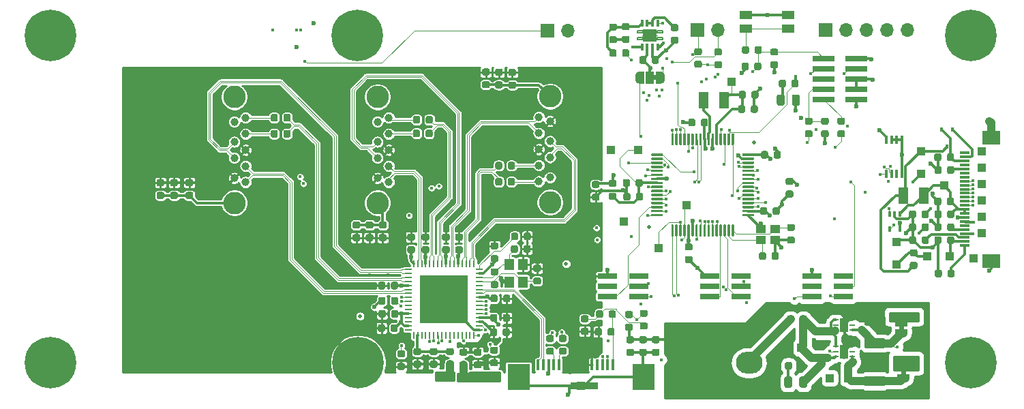
<source format=gtl>
G04 #@! TF.GenerationSoftware,KiCad,Pcbnew,(5.1.9-0-10_14)*
G04 #@! TF.CreationDate,2021-02-19T17:06:03+01:00*
G04 #@! TF.ProjectId,base-plane,62617365-2d70-46c6-916e-652e6b696361,rev?*
G04 #@! TF.SameCoordinates,Original*
G04 #@! TF.FileFunction,Copper,L1,Top*
G04 #@! TF.FilePolarity,Positive*
%FSLAX46Y46*%
G04 Gerber Fmt 4.6, Leading zero omitted, Abs format (unit mm)*
G04 Created by KiCad (PCBNEW (5.1.9-0-10_14)) date 2021-02-19 17:06:03*
%MOMM*%
%LPD*%
G01*
G04 APERTURE LIST*
G04 #@! TA.AperFunction,EtchedComponent*
%ADD10C,0.152400*%
G04 #@! TD*
G04 #@! TA.AperFunction,EtchedComponent*
%ADD11C,0.150000*%
G04 #@! TD*
G04 #@! TA.AperFunction,SMDPad,CuDef*
%ADD12C,0.500000*%
G04 #@! TD*
G04 #@! TA.AperFunction,ComponentPad*
%ADD13R,1.000000X1.000000*%
G04 #@! TD*
G04 #@! TA.AperFunction,SMDPad,CuDef*
%ADD14R,0.400000X1.100000*%
G04 #@! TD*
G04 #@! TA.AperFunction,SMDPad,CuDef*
%ADD15R,1.100000X1.100000*%
G04 #@! TD*
G04 #@! TA.AperFunction,SMDPad,CuDef*
%ADD16R,0.400000X0.650000*%
G04 #@! TD*
G04 #@! TA.AperFunction,ComponentPad*
%ADD17C,0.800000*%
G04 #@! TD*
G04 #@! TA.AperFunction,ComponentPad*
%ADD18C,6.400000*%
G04 #@! TD*
G04 #@! TA.AperFunction,ComponentPad*
%ADD19O,1.700000X1.700000*%
G04 #@! TD*
G04 #@! TA.AperFunction,ComponentPad*
%ADD20R,1.700000X1.700000*%
G04 #@! TD*
G04 #@! TA.AperFunction,SMDPad,CuDef*
%ADD21R,2.400000X0.740000*%
G04 #@! TD*
G04 #@! TA.AperFunction,SMDPad,CuDef*
%ADD22R,1.150000X1.000000*%
G04 #@! TD*
G04 #@! TA.AperFunction,SMDPad,CuDef*
%ADD23R,1.200000X1.400000*%
G04 #@! TD*
G04 #@! TA.AperFunction,ComponentPad*
%ADD24C,0.508000*%
G04 #@! TD*
G04 #@! TA.AperFunction,SMDPad,CuDef*
%ADD25R,1.750000X1.500000*%
G04 #@! TD*
G04 #@! TA.AperFunction,SMDPad,CuDef*
%ADD26R,0.350000X0.850000*%
G04 #@! TD*
G04 #@! TA.AperFunction,SMDPad,CuDef*
%ADD27R,6.000000X6.000000*%
G04 #@! TD*
G04 #@! TA.AperFunction,SMDPad,CuDef*
%ADD28R,0.260000X0.860000*%
G04 #@! TD*
G04 #@! TA.AperFunction,SMDPad,CuDef*
%ADD29R,0.860000X0.260000*%
G04 #@! TD*
G04 #@! TA.AperFunction,SMDPad,CuDef*
%ADD30R,0.990600X1.701800*%
G04 #@! TD*
G04 #@! TA.AperFunction,SMDPad,CuDef*
%ADD31R,0.660400X0.254000*%
G04 #@! TD*
G04 #@! TA.AperFunction,SMDPad,CuDef*
%ADD32R,1.550000X1.000000*%
G04 #@! TD*
G04 #@! TA.AperFunction,SMDPad,CuDef*
%ADD33R,0.399999X0.599999*%
G04 #@! TD*
G04 #@! TA.AperFunction,SMDPad,CuDef*
%ADD34R,1.250000X2.000000*%
G04 #@! TD*
G04 #@! TA.AperFunction,SMDPad,CuDef*
%ADD35C,0.150000*%
G04 #@! TD*
G04 #@! TA.AperFunction,SMDPad,CuDef*
%ADD36R,1.000000X1.500000*%
G04 #@! TD*
G04 #@! TA.AperFunction,SMDPad,CuDef*
%ADD37R,2.200000X1.800000*%
G04 #@! TD*
G04 #@! TA.AperFunction,SMDPad,CuDef*
%ADD38R,1.300000X0.300000*%
G04 #@! TD*
G04 #@! TA.AperFunction,SMDPad,CuDef*
%ADD39R,2.790000X0.740000*%
G04 #@! TD*
G04 #@! TA.AperFunction,ComponentPad*
%ADD40C,1.000000*%
G04 #@! TD*
G04 #@! TA.AperFunction,ComponentPad*
%ADD41C,2.800000*%
G04 #@! TD*
G04 #@! TA.AperFunction,SMDPad,CuDef*
%ADD42R,0.400000X1.350000*%
G04 #@! TD*
G04 #@! TA.AperFunction,SMDPad,CuDef*
%ADD43R,2.750000X3.300000*%
G04 #@! TD*
G04 #@! TA.AperFunction,SMDPad,CuDef*
%ADD44R,3.400000X0.950000*%
G04 #@! TD*
G04 #@! TA.AperFunction,ComponentPad*
%ADD45O,1.900000X0.950000*%
G04 #@! TD*
G04 #@! TA.AperFunction,ComponentPad*
%ADD46O,3.300000X2.700000*%
G04 #@! TD*
G04 #@! TA.AperFunction,ViaPad*
%ADD47C,0.400000*%
G04 #@! TD*
G04 #@! TA.AperFunction,ViaPad*
%ADD48C,0.600000*%
G04 #@! TD*
G04 #@! TA.AperFunction,Conductor*
%ADD49C,1.000000*%
G04 #@! TD*
G04 #@! TA.AperFunction,Conductor*
%ADD50C,0.300000*%
G04 #@! TD*
G04 #@! TA.AperFunction,Conductor*
%ADD51C,0.100000*%
G04 #@! TD*
G04 #@! TA.AperFunction,Conductor*
%ADD52C,0.254000*%
G04 #@! TD*
G04 #@! TA.AperFunction,Conductor*
%ADD53C,0.150000*%
G04 #@! TD*
G04 APERTURE END LIST*
D10*
G04 #@! TO.C,U5*
X171867800Y-73609200D02*
X171867800Y-73609200D01*
X171867800Y-73609200D02*
X171867800Y-73609200D01*
X171867800Y-73609200D02*
X171867800Y-73609200D01*
X171867800Y-73609200D02*
X171867800Y-73609200D01*
X171867800Y-73609200D02*
X171867800Y-73609200D01*
X171867800Y-73609200D02*
X171867800Y-73609200D01*
X171867800Y-73609200D02*
X171867800Y-73609200D01*
X171867800Y-73609200D02*
X171867800Y-73609200D01*
X170117800Y-73609200D02*
X170117800Y-73609200D01*
X170117800Y-73609200D02*
X170117800Y-73609200D01*
X170117800Y-73609200D02*
X170117800Y-73609200D01*
X170117800Y-73609200D02*
X170117800Y-73609200D01*
X170117800Y-73609200D02*
X170117800Y-73609200D01*
X170117800Y-73609200D02*
X170117800Y-73609200D01*
X170117800Y-73609200D02*
X170117800Y-73609200D01*
X170117800Y-73609200D02*
X170117800Y-73609200D01*
X171867800Y-73062400D02*
X172567800Y-73062400D01*
X172567800Y-73062400D02*
X172567800Y-73292400D01*
X172567800Y-73292400D02*
X171867800Y-73292400D01*
X171867800Y-73292400D02*
X171867800Y-73062400D01*
X171867800Y-74156000D02*
X172567800Y-74156000D01*
X172567800Y-74156000D02*
X172567800Y-73926000D01*
X172567800Y-73926000D02*
X171867800Y-73926000D01*
X171867800Y-73926000D02*
X171867800Y-74156000D01*
X170117800Y-74156000D02*
X169417800Y-74156000D01*
X169417800Y-74156000D02*
X169417800Y-73926000D01*
X169417800Y-73926000D02*
X170117800Y-73926000D01*
X170117800Y-73926000D02*
X170117800Y-74156000D01*
X170117800Y-73062400D02*
X169417800Y-73062400D01*
X169417800Y-73062400D02*
X169417800Y-73292400D01*
X169417800Y-73292400D02*
X170117800Y-73292400D01*
X170117800Y-73292400D02*
X170117800Y-73062400D01*
D11*
G04 #@! TO.C,JP3*
G36*
X171918200Y-79167000D02*
G01*
X171418200Y-79167000D01*
X171418200Y-78567000D01*
X171918200Y-78567000D01*
X171918200Y-79167000D01*
G37*
G04 #@! TO.C,JP2*
G36*
X201934800Y-109721600D02*
G01*
X201934800Y-110221600D01*
X202534800Y-110221600D01*
X202534800Y-109721600D01*
X201934800Y-109721600D01*
G37*
G04 #@! TO.C,JP1*
G36*
X202188800Y-115309600D02*
G01*
X202188800Y-115809600D01*
X202788800Y-115809600D01*
X202788800Y-115309600D01*
X202188800Y-115309600D01*
G37*
G04 #@! TD*
D12*
G04 #@! TO.P,REF\u002A\u002A,*
G04 #@! TO.N,*
X170900000Y-97400000D03*
G04 #@! TD*
G04 #@! TO.P,REF\u002A\u002A,*
G04 #@! TO.N,*
X183900000Y-86900000D03*
G04 #@! TD*
G04 #@! TO.P,REF\u002A\u002A,*
G04 #@! TO.N,*
X160600000Y-102000000D03*
G04 #@! TD*
G04 #@! TO.P,REF\u002A\u002A,*
G04 #@! TO.N,*
X135000000Y-108500000D03*
G04 #@! TD*
D13*
G04 #@! TO.P,TP19,1*
G04 #@! TO.N,SMBUSZ*
X172085000Y-100076000D03*
G04 #@! TD*
G04 #@! TO.P,TP18,1*
G04 #@! TO.N,FULLPWRMGMTZ*
X167767000Y-96774000D03*
G04 #@! TD*
G04 #@! TO.P,TP16,1*
G04 #@! TO.N,HS_UP*
X166116000Y-87884000D03*
G04 #@! TD*
G04 #@! TO.P,TP15,1*
G04 #@! TO.N,HS_SUSPEND*
X175514000Y-94742000D03*
G04 #@! TD*
G04 #@! TO.P,TP13,1*
G04 #@! TO.N,Net-(C41-Pad1)*
X169545000Y-87884000D03*
G04 #@! TD*
G04 #@! TO.P,TP12,1*
G04 #@! TO.N,Net-(C38-Pad1)*
X181102000Y-79375000D03*
G04 #@! TD*
G04 #@! TO.P,TP11,1*
G04 #@! TO.N,/controller/DISPLAY_SDA*
X211201000Y-101346000D03*
G04 #@! TD*
G04 #@! TO.P,TP10,1*
G04 #@! TO.N,/controller/DISPLAY_SCL*
X212217000Y-98171000D03*
G04 #@! TD*
G04 #@! TO.P,TP9,1*
G04 #@! TO.N,/controller/DISPLAY_CS*
X212217000Y-96139000D03*
G04 #@! TD*
G04 #@! TO.P,TP8,1*
G04 #@! TO.N,/controller/DISPLAY_DC*
X212217000Y-94107000D03*
G04 #@! TD*
G04 #@! TO.P,TP7,1*
G04 #@! TO.N,/controller/DISPLAY_RESET*
X212217000Y-92075000D03*
G04 #@! TD*
G04 #@! TO.P,TP6,1*
G04 #@! TO.N,/controller/DISPLAY_BUSY*
X212217000Y-90043000D03*
G04 #@! TD*
G04 #@! TO.P,TP1,1*
G04 #@! TO.N,/controller/DISPLAY_BS*
X212217000Y-88011000D03*
G04 #@! TD*
D14*
G04 #@! TO.P,U6,8*
G04 #@! TO.N,+3V3*
X200350000Y-86550000D03*
G04 #@! TO.P,U6,7*
G04 #@! TO.N,GND*
X201000000Y-86550000D03*
G04 #@! TO.P,U6,6*
X201650000Y-86550000D03*
G04 #@! TO.P,U6,5*
X202300000Y-86550000D03*
G04 #@! TO.P,U6,4*
X202300000Y-90850000D03*
G04 #@! TO.P,U6,3*
G04 #@! TO.N,N/C*
X201650000Y-90850000D03*
G04 #@! TO.P,U6,2*
G04 #@! TO.N,SCL*
X201000000Y-90850000D03*
G04 #@! TO.P,U6,1*
G04 #@! TO.N,SDA*
X200350000Y-90850000D03*
G04 #@! TD*
G04 #@! TO.P,C16,2*
G04 #@! TO.N,GNDPWR*
G04 #@! TA.AperFunction,SMDPad,CuDef*
G36*
G01*
X153643750Y-79362500D02*
X154156250Y-79362500D01*
G75*
G02*
X154375000Y-79581250I0J-218750D01*
G01*
X154375000Y-80018750D01*
G75*
G02*
X154156250Y-80237500I-218750J0D01*
G01*
X153643750Y-80237500D01*
G75*
G02*
X153425000Y-80018750I0J218750D01*
G01*
X153425000Y-79581250D01*
G75*
G02*
X153643750Y-79362500I218750J0D01*
G01*
G37*
G04 #@! TD.AperFunction*
G04 #@! TO.P,C16,1*
G04 #@! TO.N,GND*
G04 #@! TA.AperFunction,SMDPad,CuDef*
G36*
G01*
X153643750Y-77787500D02*
X154156250Y-77787500D01*
G75*
G02*
X154375000Y-78006250I0J-218750D01*
G01*
X154375000Y-78443750D01*
G75*
G02*
X154156250Y-78662500I-218750J0D01*
G01*
X153643750Y-78662500D01*
G75*
G02*
X153425000Y-78443750I0J218750D01*
G01*
X153425000Y-78006250D01*
G75*
G02*
X153643750Y-77787500I218750J0D01*
G01*
G37*
G04 #@! TD.AperFunction*
G04 #@! TD*
G04 #@! TO.P,C55,2*
G04 #@! TO.N,Net-(C55-Pad2)*
G04 #@! TA.AperFunction,SMDPad,CuDef*
G36*
G01*
X204006250Y-101062500D02*
X203493750Y-101062500D01*
G75*
G02*
X203275000Y-100843750I0J218750D01*
G01*
X203275000Y-100406250D01*
G75*
G02*
X203493750Y-100187500I218750J0D01*
G01*
X204006250Y-100187500D01*
G75*
G02*
X204225000Y-100406250I0J-218750D01*
G01*
X204225000Y-100843750D01*
G75*
G02*
X204006250Y-101062500I-218750J0D01*
G01*
G37*
G04 #@! TD.AperFunction*
G04 #@! TO.P,C55,1*
G04 #@! TO.N,Net-(C55-Pad1)*
G04 #@! TA.AperFunction,SMDPad,CuDef*
G36*
G01*
X204006250Y-102637500D02*
X203493750Y-102637500D01*
G75*
G02*
X203275000Y-102418750I0J218750D01*
G01*
X203275000Y-101981250D01*
G75*
G02*
X203493750Y-101762500I218750J0D01*
G01*
X204006250Y-101762500D01*
G75*
G02*
X204225000Y-101981250I0J-218750D01*
G01*
X204225000Y-102418750D01*
G75*
G02*
X204006250Y-102637500I-218750J0D01*
G01*
G37*
G04 #@! TD.AperFunction*
G04 #@! TD*
D15*
G04 #@! TO.P,D4,2*
G04 #@! TO.N,Net-(C56-Pad1)*
X208250000Y-101100000D03*
G04 #@! TO.P,D4,1*
G04 #@! TO.N,Net-(C55-Pad2)*
X205450000Y-101100000D03*
G04 #@! TD*
D16*
G04 #@! TO.P,U7,5*
G04 #@! TO.N,+3V3*
X202050000Y-97700000D03*
G04 #@! TO.P,U7,4*
G04 #@! TO.N,/controller/DISPLAY_POWER*
X200750000Y-97700000D03*
G04 #@! TO.P,U7,2*
G04 #@! TO.N,GND*
X201400000Y-95800000D03*
G04 #@! TO.P,U7,3*
G04 #@! TO.N,/controller/DISPLAY_OK*
X200750000Y-95800000D03*
G04 #@! TO.P,U7,1*
G04 #@! TO.N,/user_interface/VDD_Display*
X202050000Y-95800000D03*
G04 #@! TD*
G04 #@! TO.P,C53,2*
G04 #@! TO.N,GND*
G04 #@! TA.AperFunction,SMDPad,CuDef*
G36*
G01*
X207212500Y-95593750D02*
X207212500Y-96106250D01*
G75*
G02*
X206993750Y-96325000I-218750J0D01*
G01*
X206556250Y-96325000D01*
G75*
G02*
X206337500Y-96106250I0J218750D01*
G01*
X206337500Y-95593750D01*
G75*
G02*
X206556250Y-95375000I218750J0D01*
G01*
X206993750Y-95375000D01*
G75*
G02*
X207212500Y-95593750I0J-218750D01*
G01*
G37*
G04 #@! TD.AperFunction*
G04 #@! TO.P,C53,1*
G04 #@! TO.N,/user_interface/VDD_Display*
G04 #@! TA.AperFunction,SMDPad,CuDef*
G36*
G01*
X208787500Y-95593750D02*
X208787500Y-96106250D01*
G75*
G02*
X208568750Y-96325000I-218750J0D01*
G01*
X208131250Y-96325000D01*
G75*
G02*
X207912500Y-96106250I0J218750D01*
G01*
X207912500Y-95593750D01*
G75*
G02*
X208131250Y-95375000I218750J0D01*
G01*
X208568750Y-95375000D01*
G75*
G02*
X208787500Y-95593750I0J-218750D01*
G01*
G37*
G04 #@! TD.AperFunction*
G04 #@! TD*
D17*
G04 #@! TO.P,H6,1*
G04 #@! TO.N,GNDPWR*
X136457056Y-112602944D03*
X134760000Y-111900000D03*
X133062944Y-112602944D03*
X132360000Y-114300000D03*
X133062944Y-115997056D03*
X134760000Y-116700000D03*
X136457056Y-115997056D03*
X137160000Y-114300000D03*
D18*
X134760000Y-114300000D03*
G04 #@! TD*
D17*
G04 #@! TO.P,H5,1*
G04 #@! TO.N,GNDPWR*
X136317056Y-71962944D03*
X134620000Y-71260000D03*
X132922944Y-71962944D03*
X132220000Y-73660000D03*
X132922944Y-75357056D03*
X134620000Y-76060000D03*
X136317056Y-75357056D03*
X137020000Y-73660000D03*
D18*
X134620000Y-73660000D03*
G04 #@! TD*
G04 #@! TO.P,C63,2*
G04 #@! TO.N,GND*
G04 #@! TA.AperFunction,SMDPad,CuDef*
G36*
G01*
X138105500Y-109725750D02*
X138105500Y-110238250D01*
G75*
G02*
X137886750Y-110457000I-218750J0D01*
G01*
X137449250Y-110457000D01*
G75*
G02*
X137230500Y-110238250I0J218750D01*
G01*
X137230500Y-109725750D01*
G75*
G02*
X137449250Y-109507000I218750J0D01*
G01*
X137886750Y-109507000D01*
G75*
G02*
X138105500Y-109725750I0J-218750D01*
G01*
G37*
G04 #@! TD.AperFunction*
G04 #@! TO.P,C63,1*
G04 #@! TO.N,1V1_Rail*
G04 #@! TA.AperFunction,SMDPad,CuDef*
G36*
G01*
X139680500Y-109725750D02*
X139680500Y-110238250D01*
G75*
G02*
X139461750Y-110457000I-218750J0D01*
G01*
X139024250Y-110457000D01*
G75*
G02*
X138805500Y-110238250I0J218750D01*
G01*
X138805500Y-109725750D01*
G75*
G02*
X139024250Y-109507000I218750J0D01*
G01*
X139461750Y-109507000D01*
G75*
G02*
X139680500Y-109725750I0J-218750D01*
G01*
G37*
G04 #@! TD.AperFunction*
G04 #@! TD*
D19*
G04 #@! TO.P,J11,5*
G04 #@! TO.N,GND*
X202971400Y-72948800D03*
G04 #@! TO.P,J11,4*
G04 #@! TO.N,+3V3*
X200431400Y-72948800D03*
G04 #@! TO.P,J11,3*
G04 #@! TO.N,Test2*
X197891400Y-72948800D03*
G04 #@! TO.P,J11,2*
G04 #@! TO.N,/controller/Test1*
X195351400Y-72948800D03*
D20*
G04 #@! TO.P,J11,1*
G04 #@! TO.N,/controller/Test0*
X192811400Y-72948800D03*
G04 #@! TD*
D21*
G04 #@! TO.P,J6,6*
G04 #@! TO.N,GND*
X191090000Y-103505000D03*
G04 #@! TO.P,J6,5*
G04 #@! TO.N,N/C*
X194990000Y-103505000D03*
G04 #@! TO.P,J6,4*
X191090000Y-104775000D03*
G04 #@! TO.P,J6,3*
G04 #@! TO.N,/controller/HUB_Reset2*
X194990000Y-104775000D03*
G04 #@! TO.P,J6,2*
G04 #@! TO.N,/controller/HUB_SCL2*
X191090000Y-106045000D03*
G04 #@! TO.P,J6,1*
G04 #@! TO.N,/controller/HUB_SDA2*
X194990000Y-106045000D03*
G04 #@! TD*
G04 #@! TO.P,J5,6*
G04 #@! TO.N,GND*
X178390000Y-103537000D03*
G04 #@! TO.P,J5,5*
G04 #@! TO.N,N/C*
X182290000Y-103537000D03*
G04 #@! TO.P,J5,4*
X178390000Y-104807000D03*
G04 #@! TO.P,J5,3*
G04 #@! TO.N,/controller/HUB_Reset1*
X182290000Y-104807000D03*
G04 #@! TO.P,J5,2*
G04 #@! TO.N,/controller/HUB_SCL1*
X178390000Y-106077000D03*
G04 #@! TO.P,J5,1*
G04 #@! TO.N,/controller/HUB_SDA1*
X182290000Y-106077000D03*
G04 #@! TD*
G04 #@! TO.P,J4,6*
G04 #@! TO.N,GND*
X165690000Y-103537000D03*
G04 #@! TO.P,J4,5*
G04 #@! TO.N,N/C*
X169590000Y-103537000D03*
G04 #@! TO.P,J4,4*
X165690000Y-104807000D03*
G04 #@! TO.P,J4,3*
G04 #@! TO.N,/controller/HUB_Reset0*
X169590000Y-104807000D03*
G04 #@! TO.P,J4,2*
G04 #@! TO.N,/controller/HUB_SCL0*
X165690000Y-106077000D03*
G04 #@! TO.P,J4,1*
G04 #@! TO.N,/controller/HUB_SDA0*
X169590000Y-106077000D03*
G04 #@! TD*
D22*
G04 #@! TO.P,Y2,4*
G04 #@! TO.N,GND*
X186535000Y-99060000D03*
G04 #@! TO.P,Y2,3*
G04 #@! TO.N,XIN*
X184785000Y-99060000D03*
G04 #@! TO.P,Y2,2*
G04 #@! TO.N,GND*
X184785000Y-97660000D03*
G04 #@! TO.P,Y2,1*
G04 #@! TO.N,XOUT*
X186535000Y-97660000D03*
G04 #@! TD*
D23*
G04 #@! TO.P,Y1,4*
G04 #@! TO.N,GND*
X155200000Y-102050000D03*
G04 #@! TO.P,Y1,3*
G04 #@! TO.N,X0*
X155200000Y-104250000D03*
G04 #@! TO.P,Y1,2*
G04 #@! TO.N,GND*
X153500000Y-104250000D03*
G04 #@! TO.P,Y1,1*
G04 #@! TO.N,X1*
X153500000Y-102050000D03*
G04 #@! TD*
D24*
G04 #@! TO.P,U5,V*
G04 #@! TO.N,N/C*
X171386500Y-73609200D03*
X170599100Y-73609200D03*
D25*
G04 #@! TO.P,U5,9*
X170992800Y-73609200D03*
D26*
G04 #@! TO.P,U5,8*
G04 #@! TO.N,M-*
X171967799Y-75084201D03*
G04 #@! TO.P,U5,7*
G04 #@! TO.N,GND*
X171317801Y-75084201D03*
G04 #@! TO.P,U5,6*
G04 #@! TO.N,+3V3*
X170667799Y-75084201D03*
G04 #@! TO.P,U5,5*
G04 #@! TO.N,M+*
X170017801Y-75084201D03*
G04 #@! TO.P,U5,4*
G04 #@! TO.N,Net-(C51-Pad2)*
X170017801Y-72134199D03*
G04 #@! TO.P,U5,3*
G04 #@! TO.N,Net-(C50-Pad1)*
X170667799Y-72134199D03*
G04 #@! TO.P,U5,2*
X171317801Y-72134199D03*
G04 #@! TO.P,U5,1*
G04 #@! TO.N,Net-(JP3-Pad1)*
X171967799Y-72134199D03*
G04 #@! TD*
G04 #@! TO.P,U4,64*
G04 #@! TO.N,/controller/XY0*
G04 #@! TA.AperFunction,SMDPad,CuDef*
G36*
G01*
X173646000Y-87202000D02*
X173646000Y-85877000D01*
G75*
G02*
X173721000Y-85802000I75000J0D01*
G01*
X173871000Y-85802000D01*
G75*
G02*
X173946000Y-85877000I0J-75000D01*
G01*
X173946000Y-87202000D01*
G75*
G02*
X173871000Y-87277000I-75000J0D01*
G01*
X173721000Y-87277000D01*
G75*
G02*
X173646000Y-87202000I0J75000D01*
G01*
G37*
G04 #@! TD.AperFunction*
G04 #@! TO.P,U4,63*
G04 #@! TO.N,DEBUG_TXD*
G04 #@! TA.AperFunction,SMDPad,CuDef*
G36*
G01*
X174146000Y-87202000D02*
X174146000Y-85877000D01*
G75*
G02*
X174221000Y-85802000I75000J0D01*
G01*
X174371000Y-85802000D01*
G75*
G02*
X174446000Y-85877000I0J-75000D01*
G01*
X174446000Y-87202000D01*
G75*
G02*
X174371000Y-87277000I-75000J0D01*
G01*
X174221000Y-87277000D01*
G75*
G02*
X174146000Y-87202000I0J75000D01*
G01*
G37*
G04 #@! TD.AperFunction*
G04 #@! TO.P,U4,62*
G04 #@! TO.N,DEBUG_RXD*
G04 #@! TA.AperFunction,SMDPad,CuDef*
G36*
G01*
X174646000Y-87202000D02*
X174646000Y-85877000D01*
G75*
G02*
X174721000Y-85802000I75000J0D01*
G01*
X174871000Y-85802000D01*
G75*
G02*
X174946000Y-85877000I0J-75000D01*
G01*
X174946000Y-87202000D01*
G75*
G02*
X174871000Y-87277000I-75000J0D01*
G01*
X174721000Y-87277000D01*
G75*
G02*
X174646000Y-87202000I0J75000D01*
G01*
G37*
G04 #@! TD.AperFunction*
G04 #@! TO.P,U4,61*
G04 #@! TO.N,/controller/Touch_GPIO*
G04 #@! TA.AperFunction,SMDPad,CuDef*
G36*
G01*
X175146000Y-87202000D02*
X175146000Y-85877000D01*
G75*
G02*
X175221000Y-85802000I75000J0D01*
G01*
X175371000Y-85802000D01*
G75*
G02*
X175446000Y-85877000I0J-75000D01*
G01*
X175446000Y-87202000D01*
G75*
G02*
X175371000Y-87277000I-75000J0D01*
G01*
X175221000Y-87277000D01*
G75*
G02*
X175146000Y-87202000I0J75000D01*
G01*
G37*
G04 #@! TD.AperFunction*
G04 #@! TO.P,U4,60*
G04 #@! TO.N,Net-(R20-Pad2)*
G04 #@! TA.AperFunction,SMDPad,CuDef*
G36*
G01*
X175646000Y-87202000D02*
X175646000Y-85877000D01*
G75*
G02*
X175721000Y-85802000I75000J0D01*
G01*
X175871000Y-85802000D01*
G75*
G02*
X175946000Y-85877000I0J-75000D01*
G01*
X175946000Y-87202000D01*
G75*
G02*
X175871000Y-87277000I-75000J0D01*
G01*
X175721000Y-87277000D01*
G75*
G02*
X175646000Y-87202000I0J75000D01*
G01*
G37*
G04 #@! TD.AperFunction*
G04 #@! TO.P,U4,59*
G04 #@! TO.N,Net-(R19-Pad2)*
G04 #@! TA.AperFunction,SMDPad,CuDef*
G36*
G01*
X176146000Y-87202000D02*
X176146000Y-85877000D01*
G75*
G02*
X176221000Y-85802000I75000J0D01*
G01*
X176371000Y-85802000D01*
G75*
G02*
X176446000Y-85877000I0J-75000D01*
G01*
X176446000Y-87202000D01*
G75*
G02*
X176371000Y-87277000I-75000J0D01*
G01*
X176221000Y-87277000D01*
G75*
G02*
X176146000Y-87202000I0J75000D01*
G01*
G37*
G04 #@! TD.AperFunction*
G04 #@! TO.P,U4,58*
G04 #@! TO.N,/controller/DISPLAY_RESET*
G04 #@! TA.AperFunction,SMDPad,CuDef*
G36*
G01*
X176646000Y-87202000D02*
X176646000Y-85877000D01*
G75*
G02*
X176721000Y-85802000I75000J0D01*
G01*
X176871000Y-85802000D01*
G75*
G02*
X176946000Y-85877000I0J-75000D01*
G01*
X176946000Y-87202000D01*
G75*
G02*
X176871000Y-87277000I-75000J0D01*
G01*
X176721000Y-87277000D01*
G75*
G02*
X176646000Y-87202000I0J75000D01*
G01*
G37*
G04 #@! TD.AperFunction*
G04 #@! TO.P,U4,57*
G04 #@! TO.N,/controller/DISPLAY_BUSY*
G04 #@! TA.AperFunction,SMDPad,CuDef*
G36*
G01*
X177146000Y-87202000D02*
X177146000Y-85877000D01*
G75*
G02*
X177221000Y-85802000I75000J0D01*
G01*
X177371000Y-85802000D01*
G75*
G02*
X177446000Y-85877000I0J-75000D01*
G01*
X177446000Y-87202000D01*
G75*
G02*
X177371000Y-87277000I-75000J0D01*
G01*
X177221000Y-87277000D01*
G75*
G02*
X177146000Y-87202000I0J75000D01*
G01*
G37*
G04 #@! TD.AperFunction*
G04 #@! TO.P,U4,56*
G04 #@! TO.N,+3V3*
G04 #@! TA.AperFunction,SMDPad,CuDef*
G36*
G01*
X177646000Y-87202000D02*
X177646000Y-85877000D01*
G75*
G02*
X177721000Y-85802000I75000J0D01*
G01*
X177871000Y-85802000D01*
G75*
G02*
X177946000Y-85877000I0J-75000D01*
G01*
X177946000Y-87202000D01*
G75*
G02*
X177871000Y-87277000I-75000J0D01*
G01*
X177721000Y-87277000D01*
G75*
G02*
X177646000Y-87202000I0J75000D01*
G01*
G37*
G04 #@! TD.AperFunction*
G04 #@! TO.P,U4,55*
G04 #@! TO.N,Net-(L1-Pad1)*
G04 #@! TA.AperFunction,SMDPad,CuDef*
G36*
G01*
X178146000Y-87202000D02*
X178146000Y-85877000D01*
G75*
G02*
X178221000Y-85802000I75000J0D01*
G01*
X178371000Y-85802000D01*
G75*
G02*
X178446000Y-85877000I0J-75000D01*
G01*
X178446000Y-87202000D01*
G75*
G02*
X178371000Y-87277000I-75000J0D01*
G01*
X178221000Y-87277000D01*
G75*
G02*
X178146000Y-87202000I0J75000D01*
G01*
G37*
G04 #@! TD.AperFunction*
G04 #@! TO.P,U4,54*
G04 #@! TO.N,GND*
G04 #@! TA.AperFunction,SMDPad,CuDef*
G36*
G01*
X178646000Y-87202000D02*
X178646000Y-85877000D01*
G75*
G02*
X178721000Y-85802000I75000J0D01*
G01*
X178871000Y-85802000D01*
G75*
G02*
X178946000Y-85877000I0J-75000D01*
G01*
X178946000Y-87202000D01*
G75*
G02*
X178871000Y-87277000I-75000J0D01*
G01*
X178721000Y-87277000D01*
G75*
G02*
X178646000Y-87202000I0J75000D01*
G01*
G37*
G04 #@! TD.AperFunction*
G04 #@! TO.P,U4,53*
G04 #@! TO.N,Net-(C38-Pad1)*
G04 #@! TA.AperFunction,SMDPad,CuDef*
G36*
G01*
X179146000Y-87202000D02*
X179146000Y-85877000D01*
G75*
G02*
X179221000Y-85802000I75000J0D01*
G01*
X179371000Y-85802000D01*
G75*
G02*
X179446000Y-85877000I0J-75000D01*
G01*
X179446000Y-87202000D01*
G75*
G02*
X179371000Y-87277000I-75000J0D01*
G01*
X179221000Y-87277000D01*
G75*
G02*
X179146000Y-87202000I0J75000D01*
G01*
G37*
G04 #@! TD.AperFunction*
G04 #@! TO.P,U4,52*
G04 #@! TO.N,nRESET*
G04 #@! TA.AperFunction,SMDPad,CuDef*
G36*
G01*
X179646000Y-87202000D02*
X179646000Y-85877000D01*
G75*
G02*
X179721000Y-85802000I75000J0D01*
G01*
X179871000Y-85802000D01*
G75*
G02*
X179946000Y-85877000I0J-75000D01*
G01*
X179946000Y-87202000D01*
G75*
G02*
X179871000Y-87277000I-75000J0D01*
G01*
X179721000Y-87277000D01*
G75*
G02*
X179646000Y-87202000I0J75000D01*
G01*
G37*
G04 #@! TD.AperFunction*
G04 #@! TO.P,U4,51*
G04 #@! TO.N,/controller/DISPLAY_BS*
G04 #@! TA.AperFunction,SMDPad,CuDef*
G36*
G01*
X180146000Y-87202000D02*
X180146000Y-85877000D01*
G75*
G02*
X180221000Y-85802000I75000J0D01*
G01*
X180371000Y-85802000D01*
G75*
G02*
X180446000Y-85877000I0J-75000D01*
G01*
X180446000Y-87202000D01*
G75*
G02*
X180371000Y-87277000I-75000J0D01*
G01*
X180221000Y-87277000D01*
G75*
G02*
X180146000Y-87202000I0J75000D01*
G01*
G37*
G04 #@! TD.AperFunction*
G04 #@! TO.P,U4,50*
G04 #@! TO.N,/controller/Test0*
G04 #@! TA.AperFunction,SMDPad,CuDef*
G36*
G01*
X180646000Y-87202000D02*
X180646000Y-85877000D01*
G75*
G02*
X180721000Y-85802000I75000J0D01*
G01*
X180871000Y-85802000D01*
G75*
G02*
X180946000Y-85877000I0J-75000D01*
G01*
X180946000Y-87202000D01*
G75*
G02*
X180871000Y-87277000I-75000J0D01*
G01*
X180721000Y-87277000D01*
G75*
G02*
X180646000Y-87202000I0J75000D01*
G01*
G37*
G04 #@! TD.AperFunction*
G04 #@! TO.P,U4,49*
G04 #@! TO.N,/controller/DISPLAY_DC*
G04 #@! TA.AperFunction,SMDPad,CuDef*
G36*
G01*
X181146000Y-87202000D02*
X181146000Y-85877000D01*
G75*
G02*
X181221000Y-85802000I75000J0D01*
G01*
X181371000Y-85802000D01*
G75*
G02*
X181446000Y-85877000I0J-75000D01*
G01*
X181446000Y-87202000D01*
G75*
G02*
X181371000Y-87277000I-75000J0D01*
G01*
X181221000Y-87277000D01*
G75*
G02*
X181146000Y-87202000I0J75000D01*
G01*
G37*
G04 #@! TD.AperFunction*
G04 #@! TO.P,U4,48*
G04 #@! TO.N,+3V3*
G04 #@! TA.AperFunction,SMDPad,CuDef*
G36*
G01*
X182471000Y-88527000D02*
X182471000Y-88377000D01*
G75*
G02*
X182546000Y-88302000I75000J0D01*
G01*
X183871000Y-88302000D01*
G75*
G02*
X183946000Y-88377000I0J-75000D01*
G01*
X183946000Y-88527000D01*
G75*
G02*
X183871000Y-88602000I-75000J0D01*
G01*
X182546000Y-88602000D01*
G75*
G02*
X182471000Y-88527000I0J75000D01*
G01*
G37*
G04 #@! TD.AperFunction*
G04 #@! TO.P,U4,47*
G04 #@! TO.N,GND*
G04 #@! TA.AperFunction,SMDPad,CuDef*
G36*
G01*
X182471000Y-89027000D02*
X182471000Y-88877000D01*
G75*
G02*
X182546000Y-88802000I75000J0D01*
G01*
X183871000Y-88802000D01*
G75*
G02*
X183946000Y-88877000I0J-75000D01*
G01*
X183946000Y-89027000D01*
G75*
G02*
X183871000Y-89102000I-75000J0D01*
G01*
X182546000Y-89102000D01*
G75*
G02*
X182471000Y-89027000I0J75000D01*
G01*
G37*
G04 #@! TD.AperFunction*
G04 #@! TO.P,U4,46*
G04 #@! TO.N,USB_DP_DN4*
G04 #@! TA.AperFunction,SMDPad,CuDef*
G36*
G01*
X182471000Y-89527000D02*
X182471000Y-89377000D01*
G75*
G02*
X182546000Y-89302000I75000J0D01*
G01*
X183871000Y-89302000D01*
G75*
G02*
X183946000Y-89377000I0J-75000D01*
G01*
X183946000Y-89527000D01*
G75*
G02*
X183871000Y-89602000I-75000J0D01*
G01*
X182546000Y-89602000D01*
G75*
G02*
X182471000Y-89527000I0J75000D01*
G01*
G37*
G04 #@! TD.AperFunction*
G04 #@! TO.P,U4,45*
G04 #@! TO.N,USB_DM_DN4*
G04 #@! TA.AperFunction,SMDPad,CuDef*
G36*
G01*
X182471000Y-90027000D02*
X182471000Y-89877000D01*
G75*
G02*
X182546000Y-89802000I75000J0D01*
G01*
X183871000Y-89802000D01*
G75*
G02*
X183946000Y-89877000I0J-75000D01*
G01*
X183946000Y-90027000D01*
G75*
G02*
X183871000Y-90102000I-75000J0D01*
G01*
X182546000Y-90102000D01*
G75*
G02*
X182471000Y-90027000I0J75000D01*
G01*
G37*
G04 #@! TD.AperFunction*
G04 #@! TO.P,U4,44*
G04 #@! TO.N,/controller/DISPLAY_POWER*
G04 #@! TA.AperFunction,SMDPad,CuDef*
G36*
G01*
X182471000Y-90527000D02*
X182471000Y-90377000D01*
G75*
G02*
X182546000Y-90302000I75000J0D01*
G01*
X183871000Y-90302000D01*
G75*
G02*
X183946000Y-90377000I0J-75000D01*
G01*
X183946000Y-90527000D01*
G75*
G02*
X183871000Y-90602000I-75000J0D01*
G01*
X182546000Y-90602000D01*
G75*
G02*
X182471000Y-90527000I0J75000D01*
G01*
G37*
G04 #@! TD.AperFunction*
G04 #@! TO.P,U4,43*
G04 #@! TO.N,/controller/DISPLAY_OK*
G04 #@! TA.AperFunction,SMDPad,CuDef*
G36*
G01*
X182471000Y-91027000D02*
X182471000Y-90877000D01*
G75*
G02*
X182546000Y-90802000I75000J0D01*
G01*
X183871000Y-90802000D01*
G75*
G02*
X183946000Y-90877000I0J-75000D01*
G01*
X183946000Y-91027000D01*
G75*
G02*
X183871000Y-91102000I-75000J0D01*
G01*
X182546000Y-91102000D01*
G75*
G02*
X182471000Y-91027000I0J75000D01*
G01*
G37*
G04 #@! TD.AperFunction*
G04 #@! TO.P,U4,42*
G04 #@! TO.N,/controller/HUB_Reset2*
G04 #@! TA.AperFunction,SMDPad,CuDef*
G36*
G01*
X182471000Y-91527000D02*
X182471000Y-91377000D01*
G75*
G02*
X182546000Y-91302000I75000J0D01*
G01*
X183871000Y-91302000D01*
G75*
G02*
X183946000Y-91377000I0J-75000D01*
G01*
X183946000Y-91527000D01*
G75*
G02*
X183871000Y-91602000I-75000J0D01*
G01*
X182546000Y-91602000D01*
G75*
G02*
X182471000Y-91527000I0J75000D01*
G01*
G37*
G04 #@! TD.AperFunction*
G04 #@! TO.P,U4,41*
G04 #@! TO.N,/controller/HUB_Reset1*
G04 #@! TA.AperFunction,SMDPad,CuDef*
G36*
G01*
X182471000Y-92027000D02*
X182471000Y-91877000D01*
G75*
G02*
X182546000Y-91802000I75000J0D01*
G01*
X183871000Y-91802000D01*
G75*
G02*
X183946000Y-91877000I0J-75000D01*
G01*
X183946000Y-92027000D01*
G75*
G02*
X183871000Y-92102000I-75000J0D01*
G01*
X182546000Y-92102000D01*
G75*
G02*
X182471000Y-92027000I0J75000D01*
G01*
G37*
G04 #@! TD.AperFunction*
G04 #@! TO.P,U4,40*
G04 #@! TO.N,HUB_Reset_Local*
G04 #@! TA.AperFunction,SMDPad,CuDef*
G36*
G01*
X182471000Y-92527000D02*
X182471000Y-92377000D01*
G75*
G02*
X182546000Y-92302000I75000J0D01*
G01*
X183871000Y-92302000D01*
G75*
G02*
X183946000Y-92377000I0J-75000D01*
G01*
X183946000Y-92527000D01*
G75*
G02*
X183871000Y-92602000I-75000J0D01*
G01*
X182546000Y-92602000D01*
G75*
G02*
X182471000Y-92527000I0J75000D01*
G01*
G37*
G04 #@! TD.AperFunction*
G04 #@! TO.P,U4,39*
G04 #@! TO.N,Test2*
G04 #@! TA.AperFunction,SMDPad,CuDef*
G36*
G01*
X182471000Y-93027000D02*
X182471000Y-92877000D01*
G75*
G02*
X182546000Y-92802000I75000J0D01*
G01*
X183871000Y-92802000D01*
G75*
G02*
X183946000Y-92877000I0J-75000D01*
G01*
X183946000Y-93027000D01*
G75*
G02*
X183871000Y-93102000I-75000J0D01*
G01*
X182546000Y-93102000D01*
G75*
G02*
X182471000Y-93027000I0J75000D01*
G01*
G37*
G04 #@! TD.AperFunction*
G04 #@! TO.P,U4,38*
G04 #@! TO.N,/controller/HUB_Reset0*
G04 #@! TA.AperFunction,SMDPad,CuDef*
G36*
G01*
X182471000Y-93527000D02*
X182471000Y-93377000D01*
G75*
G02*
X182546000Y-93302000I75000J0D01*
G01*
X183871000Y-93302000D01*
G75*
G02*
X183946000Y-93377000I0J-75000D01*
G01*
X183946000Y-93527000D01*
G75*
G02*
X183871000Y-93602000I-75000J0D01*
G01*
X182546000Y-93602000D01*
G75*
G02*
X182471000Y-93527000I0J75000D01*
G01*
G37*
G04 #@! TD.AperFunction*
G04 #@! TO.P,U4,37*
G04 #@! TO.N,/controller/DISPLAY_CS*
G04 #@! TA.AperFunction,SMDPad,CuDef*
G36*
G01*
X182471000Y-94027000D02*
X182471000Y-93877000D01*
G75*
G02*
X182546000Y-93802000I75000J0D01*
G01*
X183871000Y-93802000D01*
G75*
G02*
X183946000Y-93877000I0J-75000D01*
G01*
X183946000Y-94027000D01*
G75*
G02*
X183871000Y-94102000I-75000J0D01*
G01*
X182546000Y-94102000D01*
G75*
G02*
X182471000Y-94027000I0J75000D01*
G01*
G37*
G04 #@! TD.AperFunction*
G04 #@! TO.P,U4,36*
G04 #@! TO.N,/controller/DISPLAY_SDA*
G04 #@! TA.AperFunction,SMDPad,CuDef*
G36*
G01*
X182471000Y-94527000D02*
X182471000Y-94377000D01*
G75*
G02*
X182546000Y-94302000I75000J0D01*
G01*
X183871000Y-94302000D01*
G75*
G02*
X183946000Y-94377000I0J-75000D01*
G01*
X183946000Y-94527000D01*
G75*
G02*
X183871000Y-94602000I-75000J0D01*
G01*
X182546000Y-94602000D01*
G75*
G02*
X182471000Y-94527000I0J75000D01*
G01*
G37*
G04 #@! TD.AperFunction*
G04 #@! TO.P,U4,35*
G04 #@! TO.N,/controller/DISPLAY_SCL*
G04 #@! TA.AperFunction,SMDPad,CuDef*
G36*
G01*
X182471000Y-95027000D02*
X182471000Y-94877000D01*
G75*
G02*
X182546000Y-94802000I75000J0D01*
G01*
X183871000Y-94802000D01*
G75*
G02*
X183946000Y-94877000I0J-75000D01*
G01*
X183946000Y-95027000D01*
G75*
G02*
X183871000Y-95102000I-75000J0D01*
G01*
X182546000Y-95102000D01*
G75*
G02*
X182471000Y-95027000I0J75000D01*
G01*
G37*
G04 #@! TD.AperFunction*
G04 #@! TO.P,U4,34*
G04 #@! TO.N,+3V3*
G04 #@! TA.AperFunction,SMDPad,CuDef*
G36*
G01*
X182471000Y-95527000D02*
X182471000Y-95377000D01*
G75*
G02*
X182546000Y-95302000I75000J0D01*
G01*
X183871000Y-95302000D01*
G75*
G02*
X183946000Y-95377000I0J-75000D01*
G01*
X183946000Y-95527000D01*
G75*
G02*
X183871000Y-95602000I-75000J0D01*
G01*
X182546000Y-95602000D01*
G75*
G02*
X182471000Y-95527000I0J75000D01*
G01*
G37*
G04 #@! TD.AperFunction*
G04 #@! TO.P,U4,33*
G04 #@! TO.N,GND*
G04 #@! TA.AperFunction,SMDPad,CuDef*
G36*
G01*
X182471000Y-96027000D02*
X182471000Y-95877000D01*
G75*
G02*
X182546000Y-95802000I75000J0D01*
G01*
X183871000Y-95802000D01*
G75*
G02*
X183946000Y-95877000I0J-75000D01*
G01*
X183946000Y-96027000D01*
G75*
G02*
X183871000Y-96102000I-75000J0D01*
G01*
X182546000Y-96102000D01*
G75*
G02*
X182471000Y-96027000I0J75000D01*
G01*
G37*
G04 #@! TD.AperFunction*
G04 #@! TO.P,U4,32*
G04 #@! TO.N,XOUT*
G04 #@! TA.AperFunction,SMDPad,CuDef*
G36*
G01*
X181146000Y-98527000D02*
X181146000Y-97202000D01*
G75*
G02*
X181221000Y-97127000I75000J0D01*
G01*
X181371000Y-97127000D01*
G75*
G02*
X181446000Y-97202000I0J-75000D01*
G01*
X181446000Y-98527000D01*
G75*
G02*
X181371000Y-98602000I-75000J0D01*
G01*
X181221000Y-98602000D01*
G75*
G02*
X181146000Y-98527000I0J75000D01*
G01*
G37*
G04 #@! TD.AperFunction*
G04 #@! TO.P,U4,31*
G04 #@! TO.N,XIN*
G04 #@! TA.AperFunction,SMDPad,CuDef*
G36*
G01*
X180646000Y-98527000D02*
X180646000Y-97202000D01*
G75*
G02*
X180721000Y-97127000I75000J0D01*
G01*
X180871000Y-97127000D01*
G75*
G02*
X180946000Y-97202000I0J-75000D01*
G01*
X180946000Y-98527000D01*
G75*
G02*
X180871000Y-98602000I-75000J0D01*
G01*
X180721000Y-98602000D01*
G75*
G02*
X180646000Y-98527000I0J75000D01*
G01*
G37*
G04 #@! TD.AperFunction*
G04 #@! TO.P,U4,30*
G04 #@! TO.N,/controller/HUB_SDA1*
G04 #@! TA.AperFunction,SMDPad,CuDef*
G36*
G01*
X180146000Y-98527000D02*
X180146000Y-97202000D01*
G75*
G02*
X180221000Y-97127000I75000J0D01*
G01*
X180371000Y-97127000D01*
G75*
G02*
X180446000Y-97202000I0J-75000D01*
G01*
X180446000Y-98527000D01*
G75*
G02*
X180371000Y-98602000I-75000J0D01*
G01*
X180221000Y-98602000D01*
G75*
G02*
X180146000Y-98527000I0J75000D01*
G01*
G37*
G04 #@! TD.AperFunction*
G04 #@! TO.P,U4,29*
G04 #@! TO.N,/controller/HUB_SCL1*
G04 #@! TA.AperFunction,SMDPad,CuDef*
G36*
G01*
X179646000Y-98527000D02*
X179646000Y-97202000D01*
G75*
G02*
X179721000Y-97127000I75000J0D01*
G01*
X179871000Y-97127000D01*
G75*
G02*
X179946000Y-97202000I0J-75000D01*
G01*
X179946000Y-98527000D01*
G75*
G02*
X179871000Y-98602000I-75000J0D01*
G01*
X179721000Y-98602000D01*
G75*
G02*
X179646000Y-98527000I0J75000D01*
G01*
G37*
G04 #@! TD.AperFunction*
G04 #@! TO.P,U4,28*
G04 #@! TO.N,/controller/XY10*
G04 #@! TA.AperFunction,SMDPad,CuDef*
G36*
G01*
X179146000Y-98527000D02*
X179146000Y-97202000D01*
G75*
G02*
X179221000Y-97127000I75000J0D01*
G01*
X179371000Y-97127000D01*
G75*
G02*
X179446000Y-97202000I0J-75000D01*
G01*
X179446000Y-98527000D01*
G75*
G02*
X179371000Y-98602000I-75000J0D01*
G01*
X179221000Y-98602000D01*
G75*
G02*
X179146000Y-98527000I0J75000D01*
G01*
G37*
G04 #@! TD.AperFunction*
G04 #@! TO.P,U4,27*
G04 #@! TO.N,/controller/XY9*
G04 #@! TA.AperFunction,SMDPad,CuDef*
G36*
G01*
X178646000Y-98527000D02*
X178646000Y-97202000D01*
G75*
G02*
X178721000Y-97127000I75000J0D01*
G01*
X178871000Y-97127000D01*
G75*
G02*
X178946000Y-97202000I0J-75000D01*
G01*
X178946000Y-98527000D01*
G75*
G02*
X178871000Y-98602000I-75000J0D01*
G01*
X178721000Y-98602000D01*
G75*
G02*
X178646000Y-98527000I0J75000D01*
G01*
G37*
G04 #@! TD.AperFunction*
G04 #@! TO.P,U4,26*
G04 #@! TO.N,/controller/XY8*
G04 #@! TA.AperFunction,SMDPad,CuDef*
G36*
G01*
X178146000Y-98527000D02*
X178146000Y-97202000D01*
G75*
G02*
X178221000Y-97127000I75000J0D01*
G01*
X178371000Y-97127000D01*
G75*
G02*
X178446000Y-97202000I0J-75000D01*
G01*
X178446000Y-98527000D01*
G75*
G02*
X178371000Y-98602000I-75000J0D01*
G01*
X178221000Y-98602000D01*
G75*
G02*
X178146000Y-98527000I0J75000D01*
G01*
G37*
G04 #@! TD.AperFunction*
G04 #@! TO.P,U4,25*
G04 #@! TO.N,/controller/XY7*
G04 #@! TA.AperFunction,SMDPad,CuDef*
G36*
G01*
X177646000Y-98527000D02*
X177646000Y-97202000D01*
G75*
G02*
X177721000Y-97127000I75000J0D01*
G01*
X177871000Y-97127000D01*
G75*
G02*
X177946000Y-97202000I0J-75000D01*
G01*
X177946000Y-98527000D01*
G75*
G02*
X177871000Y-98602000I-75000J0D01*
G01*
X177721000Y-98602000D01*
G75*
G02*
X177646000Y-98527000I0J75000D01*
G01*
G37*
G04 #@! TD.AperFunction*
G04 #@! TO.P,U4,24*
G04 #@! TO.N,/controller/Test1*
G04 #@! TA.AperFunction,SMDPad,CuDef*
G36*
G01*
X177146000Y-98527000D02*
X177146000Y-97202000D01*
G75*
G02*
X177221000Y-97127000I75000J0D01*
G01*
X177371000Y-97127000D01*
G75*
G02*
X177446000Y-97202000I0J-75000D01*
G01*
X177446000Y-98527000D01*
G75*
G02*
X177371000Y-98602000I-75000J0D01*
G01*
X177221000Y-98602000D01*
G75*
G02*
X177146000Y-98527000I0J75000D01*
G01*
G37*
G04 #@! TD.AperFunction*
G04 #@! TO.P,U4,23*
G04 #@! TO.N,/controller/Motor_PWM*
G04 #@! TA.AperFunction,SMDPad,CuDef*
G36*
G01*
X176646000Y-98527000D02*
X176646000Y-97202000D01*
G75*
G02*
X176721000Y-97127000I75000J0D01*
G01*
X176871000Y-97127000D01*
G75*
G02*
X176946000Y-97202000I0J-75000D01*
G01*
X176946000Y-98527000D01*
G75*
G02*
X176871000Y-98602000I-75000J0D01*
G01*
X176721000Y-98602000D01*
G75*
G02*
X176646000Y-98527000I0J75000D01*
G01*
G37*
G04 #@! TD.AperFunction*
G04 #@! TO.P,U4,22*
G04 #@! TO.N,GND*
G04 #@! TA.AperFunction,SMDPad,CuDef*
G36*
G01*
X176146000Y-98527000D02*
X176146000Y-97202000D01*
G75*
G02*
X176221000Y-97127000I75000J0D01*
G01*
X176371000Y-97127000D01*
G75*
G02*
X176446000Y-97202000I0J-75000D01*
G01*
X176446000Y-98527000D01*
G75*
G02*
X176371000Y-98602000I-75000J0D01*
G01*
X176221000Y-98602000D01*
G75*
G02*
X176146000Y-98527000I0J75000D01*
G01*
G37*
G04 #@! TD.AperFunction*
G04 #@! TO.P,U4,21*
G04 #@! TO.N,+3V3*
G04 #@! TA.AperFunction,SMDPad,CuDef*
G36*
G01*
X175646000Y-98527000D02*
X175646000Y-97202000D01*
G75*
G02*
X175721000Y-97127000I75000J0D01*
G01*
X175871000Y-97127000D01*
G75*
G02*
X175946000Y-97202000I0J-75000D01*
G01*
X175946000Y-98527000D01*
G75*
G02*
X175871000Y-98602000I-75000J0D01*
G01*
X175721000Y-98602000D01*
G75*
G02*
X175646000Y-98527000I0J75000D01*
G01*
G37*
G04 #@! TD.AperFunction*
G04 #@! TO.P,U4,20*
G04 #@! TO.N,HS_SUSPEND*
G04 #@! TA.AperFunction,SMDPad,CuDef*
G36*
G01*
X175146000Y-98527000D02*
X175146000Y-97202000D01*
G75*
G02*
X175221000Y-97127000I75000J0D01*
G01*
X175371000Y-97127000D01*
G75*
G02*
X175446000Y-97202000I0J-75000D01*
G01*
X175446000Y-98527000D01*
G75*
G02*
X175371000Y-98602000I-75000J0D01*
G01*
X175221000Y-98602000D01*
G75*
G02*
X175146000Y-98527000I0J75000D01*
G01*
G37*
G04 #@! TD.AperFunction*
G04 #@! TO.P,U4,19*
G04 #@! TO.N,SMBUSZ*
G04 #@! TA.AperFunction,SMDPad,CuDef*
G36*
G01*
X174646000Y-98527000D02*
X174646000Y-97202000D01*
G75*
G02*
X174721000Y-97127000I75000J0D01*
G01*
X174871000Y-97127000D01*
G75*
G02*
X174946000Y-97202000I0J-75000D01*
G01*
X174946000Y-98527000D01*
G75*
G02*
X174871000Y-98602000I-75000J0D01*
G01*
X174721000Y-98602000D01*
G75*
G02*
X174646000Y-98527000I0J75000D01*
G01*
G37*
G04 #@! TD.AperFunction*
G04 #@! TO.P,U4,18*
G04 #@! TO.N,/controller/HUB_SDA2*
G04 #@! TA.AperFunction,SMDPad,CuDef*
G36*
G01*
X174146000Y-98527000D02*
X174146000Y-97202000D01*
G75*
G02*
X174221000Y-97127000I75000J0D01*
G01*
X174371000Y-97127000D01*
G75*
G02*
X174446000Y-97202000I0J-75000D01*
G01*
X174446000Y-98527000D01*
G75*
G02*
X174371000Y-98602000I-75000J0D01*
G01*
X174221000Y-98602000D01*
G75*
G02*
X174146000Y-98527000I0J75000D01*
G01*
G37*
G04 #@! TD.AperFunction*
G04 #@! TO.P,U4,17*
G04 #@! TO.N,/controller/HUB_SCL2*
G04 #@! TA.AperFunction,SMDPad,CuDef*
G36*
G01*
X173646000Y-98527000D02*
X173646000Y-97202000D01*
G75*
G02*
X173721000Y-97127000I75000J0D01*
G01*
X173871000Y-97127000D01*
G75*
G02*
X173946000Y-97202000I0J-75000D01*
G01*
X173946000Y-98527000D01*
G75*
G02*
X173871000Y-98602000I-75000J0D01*
G01*
X173721000Y-98602000D01*
G75*
G02*
X173646000Y-98527000I0J75000D01*
G01*
G37*
G04 #@! TD.AperFunction*
G04 #@! TO.P,U4,16*
G04 #@! TO.N,FULLPWRMGMTZ*
G04 #@! TA.AperFunction,SMDPad,CuDef*
G36*
G01*
X171146000Y-96027000D02*
X171146000Y-95877000D01*
G75*
G02*
X171221000Y-95802000I75000J0D01*
G01*
X172546000Y-95802000D01*
G75*
G02*
X172621000Y-95877000I0J-75000D01*
G01*
X172621000Y-96027000D01*
G75*
G02*
X172546000Y-96102000I-75000J0D01*
G01*
X171221000Y-96102000D01*
G75*
G02*
X171146000Y-96027000I0J75000D01*
G01*
G37*
G04 #@! TD.AperFunction*
G04 #@! TO.P,U4,15*
G04 #@! TO.N,/controller/Power_Good_1_1*
G04 #@! TA.AperFunction,SMDPad,CuDef*
G36*
G01*
X171146000Y-95527000D02*
X171146000Y-95377000D01*
G75*
G02*
X171221000Y-95302000I75000J0D01*
G01*
X172546000Y-95302000D01*
G75*
G02*
X172621000Y-95377000I0J-75000D01*
G01*
X172621000Y-95527000D01*
G75*
G02*
X172546000Y-95602000I-75000J0D01*
G01*
X171221000Y-95602000D01*
G75*
G02*
X171146000Y-95527000I0J75000D01*
G01*
G37*
G04 #@! TD.AperFunction*
G04 #@! TO.P,U4,14*
G04 #@! TO.N,/controller/HUB_SCL0*
G04 #@! TA.AperFunction,SMDPad,CuDef*
G36*
G01*
X171146000Y-95027000D02*
X171146000Y-94877000D01*
G75*
G02*
X171221000Y-94802000I75000J0D01*
G01*
X172546000Y-94802000D01*
G75*
G02*
X172621000Y-94877000I0J-75000D01*
G01*
X172621000Y-95027000D01*
G75*
G02*
X172546000Y-95102000I-75000J0D01*
G01*
X171221000Y-95102000D01*
G75*
G02*
X171146000Y-95027000I0J75000D01*
G01*
G37*
G04 #@! TD.AperFunction*
G04 #@! TO.P,U4,13*
G04 #@! TO.N,/controller/HUB_SDA0*
G04 #@! TA.AperFunction,SMDPad,CuDef*
G36*
G01*
X171146000Y-94527000D02*
X171146000Y-94377000D01*
G75*
G02*
X171221000Y-94302000I75000J0D01*
G01*
X172546000Y-94302000D01*
G75*
G02*
X172621000Y-94377000I0J-75000D01*
G01*
X172621000Y-94527000D01*
G75*
G02*
X172546000Y-94602000I-75000J0D01*
G01*
X171221000Y-94602000D01*
G75*
G02*
X171146000Y-94527000I0J75000D01*
G01*
G37*
G04 #@! TD.AperFunction*
G04 #@! TO.P,U4,12*
G04 #@! TO.N,/controller/XY6*
G04 #@! TA.AperFunction,SMDPad,CuDef*
G36*
G01*
X171146000Y-94027000D02*
X171146000Y-93877000D01*
G75*
G02*
X171221000Y-93802000I75000J0D01*
G01*
X172546000Y-93802000D01*
G75*
G02*
X172621000Y-93877000I0J-75000D01*
G01*
X172621000Y-94027000D01*
G75*
G02*
X172546000Y-94102000I-75000J0D01*
G01*
X171221000Y-94102000D01*
G75*
G02*
X171146000Y-94027000I0J75000D01*
G01*
G37*
G04 #@! TD.AperFunction*
G04 #@! TO.P,U4,11*
G04 #@! TO.N,/controller/XY5*
G04 #@! TA.AperFunction,SMDPad,CuDef*
G36*
G01*
X171146000Y-93527000D02*
X171146000Y-93377000D01*
G75*
G02*
X171221000Y-93302000I75000J0D01*
G01*
X172546000Y-93302000D01*
G75*
G02*
X172621000Y-93377000I0J-75000D01*
G01*
X172621000Y-93527000D01*
G75*
G02*
X172546000Y-93602000I-75000J0D01*
G01*
X171221000Y-93602000D01*
G75*
G02*
X171146000Y-93527000I0J75000D01*
G01*
G37*
G04 #@! TD.AperFunction*
G04 #@! TO.P,U4,10*
G04 #@! TO.N,/controller/XY4*
G04 #@! TA.AperFunction,SMDPad,CuDef*
G36*
G01*
X171146000Y-93027000D02*
X171146000Y-92877000D01*
G75*
G02*
X171221000Y-92802000I75000J0D01*
G01*
X172546000Y-92802000D01*
G75*
G02*
X172621000Y-92877000I0J-75000D01*
G01*
X172621000Y-93027000D01*
G75*
G02*
X172546000Y-93102000I-75000J0D01*
G01*
X171221000Y-93102000D01*
G75*
G02*
X171146000Y-93027000I0J75000D01*
G01*
G37*
G04 #@! TD.AperFunction*
G04 #@! TO.P,U4,9*
G04 #@! TO.N,/controller/XY3*
G04 #@! TA.AperFunction,SMDPad,CuDef*
G36*
G01*
X171146000Y-92527000D02*
X171146000Y-92377000D01*
G75*
G02*
X171221000Y-92302000I75000J0D01*
G01*
X172546000Y-92302000D01*
G75*
G02*
X172621000Y-92377000I0J-75000D01*
G01*
X172621000Y-92527000D01*
G75*
G02*
X172546000Y-92602000I-75000J0D01*
G01*
X171221000Y-92602000D01*
G75*
G02*
X171146000Y-92527000I0J75000D01*
G01*
G37*
G04 #@! TD.AperFunction*
G04 #@! TO.P,U4,8*
G04 #@! TO.N,Net-(C41-Pad1)*
G04 #@! TA.AperFunction,SMDPad,CuDef*
G36*
G01*
X171146000Y-92027000D02*
X171146000Y-91877000D01*
G75*
G02*
X171221000Y-91802000I75000J0D01*
G01*
X172546000Y-91802000D01*
G75*
G02*
X172621000Y-91877000I0J-75000D01*
G01*
X172621000Y-92027000D01*
G75*
G02*
X172546000Y-92102000I-75000J0D01*
G01*
X171221000Y-92102000D01*
G75*
G02*
X171146000Y-92027000I0J75000D01*
G01*
G37*
G04 #@! TD.AperFunction*
G04 #@! TO.P,U4,7*
G04 #@! TO.N,GND*
G04 #@! TA.AperFunction,SMDPad,CuDef*
G36*
G01*
X171146000Y-91527000D02*
X171146000Y-91377000D01*
G75*
G02*
X171221000Y-91302000I75000J0D01*
G01*
X172546000Y-91302000D01*
G75*
G02*
X172621000Y-91377000I0J-75000D01*
G01*
X172621000Y-91527000D01*
G75*
G02*
X172546000Y-91602000I-75000J0D01*
G01*
X171221000Y-91602000D01*
G75*
G02*
X171146000Y-91527000I0J75000D01*
G01*
G37*
G04 #@! TD.AperFunction*
G04 #@! TO.P,U4,6*
G04 #@! TO.N,/controller/XY2*
G04 #@! TA.AperFunction,SMDPad,CuDef*
G36*
G01*
X171146000Y-91027000D02*
X171146000Y-90877000D01*
G75*
G02*
X171221000Y-90802000I75000J0D01*
G01*
X172546000Y-90802000D01*
G75*
G02*
X172621000Y-90877000I0J-75000D01*
G01*
X172621000Y-91027000D01*
G75*
G02*
X172546000Y-91102000I-75000J0D01*
G01*
X171221000Y-91102000D01*
G75*
G02*
X171146000Y-91027000I0J75000D01*
G01*
G37*
G04 #@! TD.AperFunction*
G04 #@! TO.P,U4,5*
G04 #@! TO.N,/controller/XY1*
G04 #@! TA.AperFunction,SMDPad,CuDef*
G36*
G01*
X171146000Y-90527000D02*
X171146000Y-90377000D01*
G75*
G02*
X171221000Y-90302000I75000J0D01*
G01*
X172546000Y-90302000D01*
G75*
G02*
X172621000Y-90377000I0J-75000D01*
G01*
X172621000Y-90527000D01*
G75*
G02*
X172546000Y-90602000I-75000J0D01*
G01*
X171221000Y-90602000D01*
G75*
G02*
X171146000Y-90527000I0J75000D01*
G01*
G37*
G04 #@! TD.AperFunction*
G04 #@! TO.P,U4,4*
G04 #@! TO.N,/controller/XY11*
G04 #@! TA.AperFunction,SMDPad,CuDef*
G36*
G01*
X171146000Y-90027000D02*
X171146000Y-89877000D01*
G75*
G02*
X171221000Y-89802000I75000J0D01*
G01*
X172546000Y-89802000D01*
G75*
G02*
X172621000Y-89877000I0J-75000D01*
G01*
X172621000Y-90027000D01*
G75*
G02*
X172546000Y-90102000I-75000J0D01*
G01*
X171221000Y-90102000D01*
G75*
G02*
X171146000Y-90027000I0J75000D01*
G01*
G37*
G04 #@! TD.AperFunction*
G04 #@! TO.P,U4,3*
G04 #@! TO.N,HS_UP*
G04 #@! TA.AperFunction,SMDPad,CuDef*
G36*
G01*
X171146000Y-89527000D02*
X171146000Y-89377000D01*
G75*
G02*
X171221000Y-89302000I75000J0D01*
G01*
X172546000Y-89302000D01*
G75*
G02*
X172621000Y-89377000I0J-75000D01*
G01*
X172621000Y-89527000D01*
G75*
G02*
X172546000Y-89602000I-75000J0D01*
G01*
X171221000Y-89602000D01*
G75*
G02*
X171146000Y-89527000I0J75000D01*
G01*
G37*
G04 #@! TD.AperFunction*
G04 #@! TO.P,U4,2*
G04 #@! TO.N,SCL*
G04 #@! TA.AperFunction,SMDPad,CuDef*
G36*
G01*
X171146000Y-89027000D02*
X171146000Y-88877000D01*
G75*
G02*
X171221000Y-88802000I75000J0D01*
G01*
X172546000Y-88802000D01*
G75*
G02*
X172621000Y-88877000I0J-75000D01*
G01*
X172621000Y-89027000D01*
G75*
G02*
X172546000Y-89102000I-75000J0D01*
G01*
X171221000Y-89102000D01*
G75*
G02*
X171146000Y-89027000I0J75000D01*
G01*
G37*
G04 #@! TD.AperFunction*
G04 #@! TO.P,U4,1*
G04 #@! TO.N,SDA*
G04 #@! TA.AperFunction,SMDPad,CuDef*
G36*
G01*
X171146000Y-88527000D02*
X171146000Y-88377000D01*
G75*
G02*
X171221000Y-88302000I75000J0D01*
G01*
X172546000Y-88302000D01*
G75*
G02*
X172621000Y-88377000I0J-75000D01*
G01*
X172621000Y-88527000D01*
G75*
G02*
X172546000Y-88602000I-75000J0D01*
G01*
X171221000Y-88602000D01*
G75*
G02*
X171146000Y-88527000I0J75000D01*
G01*
G37*
G04 #@! TD.AperFunction*
G04 #@! TD*
D27*
G04 #@! TO.P,U3,65*
G04 #@! TO.N,GND*
X145415000Y-106426000D03*
D28*
G04 #@! TO.P,U3,48*
G04 #@! TO.N,Net-(R8-Pad1)*
X149165000Y-110861000D03*
G04 #@! TO.P,U3,47*
G04 #@! TO.N,N/C*
X148665000Y-110861000D03*
G04 #@! TO.P,U3,46*
X148165000Y-110861000D03*
G04 #@! TO.P,U3,45*
G04 #@! TO.N,HS_SUSPEND*
X147665000Y-110861000D03*
G04 #@! TO.P,U3,44*
G04 #@! TO.N,N/C*
X147165000Y-110861000D03*
G04 #@! TO.P,U3,43*
X146665000Y-110861000D03*
G04 #@! TO.P,U3,42*
G04 #@! TO.N,HS_UP*
X146165000Y-110861000D03*
G04 #@! TO.P,U3,41*
G04 #@! TO.N,N/C*
X145665000Y-110861000D03*
G04 #@! TO.P,U3,40*
G04 #@! TO.N,FULLPWRMGMTZ*
X145165000Y-110861000D03*
G04 #@! TO.P,U3,39*
G04 #@! TO.N,SMBUSZ*
X144665000Y-110861000D03*
G04 #@! TO.P,U3,38*
G04 #@! TO.N,SCL*
X144165000Y-110861000D03*
G04 #@! TO.P,U3,37*
G04 #@! TO.N,SDA*
X143665000Y-110861000D03*
G04 #@! TO.P,U3,36*
G04 #@! TO.N,N/C*
X143165000Y-110861000D03*
G04 #@! TO.P,U3,35*
X142665000Y-110861000D03*
G04 #@! TO.P,U3,34*
G04 #@! TO.N,3V3_Rail*
X142165000Y-110861000D03*
G04 #@! TO.P,U3,33*
G04 #@! TO.N,N/C*
X141665000Y-110861000D03*
G04 #@! TO.P,U3,16*
G04 #@! TO.N,3V3_Rail*
X141665000Y-101991000D03*
G04 #@! TO.P,U3,15*
G04 #@! TO.N,/hub/USB_SSRXM_DN2*
X142165000Y-101991000D03*
G04 #@! TO.P,U3,14*
G04 #@! TO.N,/hub/USB_SSRXP_DN2*
X142665000Y-101991000D03*
G04 #@! TO.P,U3,13*
G04 #@! TO.N,1V1_Rail*
X143165000Y-101991000D03*
G04 #@! TO.P,U3,12*
G04 #@! TO.N,/hub/USB_SSTXM_DN2*
X143665000Y-101991000D03*
G04 #@! TO.P,U3,11*
G04 #@! TO.N,/hub/USB_SSTXP_DN2*
X144165000Y-101991000D03*
G04 #@! TO.P,U3,10*
G04 #@! TO.N,/hub/USB_DM_DN2*
X144665000Y-101991000D03*
G04 #@! TO.P,U3,9*
G04 #@! TO.N,/hub/USB_DP_DN2*
X145165000Y-101991000D03*
G04 #@! TO.P,U3,8*
G04 #@! TO.N,1V1_Rail*
X145665000Y-101991000D03*
G04 #@! TO.P,U3,7*
G04 #@! TO.N,/hub/USB_SSRXM_DN1*
X146165000Y-101991000D03*
G04 #@! TO.P,U3,6*
G04 #@! TO.N,/hub/USB_SSRXP_DN1*
X146665000Y-101991000D03*
G04 #@! TO.P,U3,5*
G04 #@! TO.N,1V1_Rail*
X147165000Y-101991000D03*
G04 #@! TO.P,U3,4*
G04 #@! TO.N,/hub/USB_SSTXM_DN1*
X147665000Y-101991000D03*
G04 #@! TO.P,U3,3*
G04 #@! TO.N,/hub/USB_SSTXP_DN1*
X148165000Y-101991000D03*
G04 #@! TO.P,U3,2*
G04 #@! TO.N,/hub/USB_DM_DN1*
X148665000Y-101991000D03*
G04 #@! TO.P,U3,1*
G04 #@! TO.N,/hub/USB_DP_DN1*
X149165000Y-101991000D03*
D29*
G04 #@! TO.P,U3,64*
G04 #@! TO.N,USB_R1*
X149850000Y-102676000D03*
G04 #@! TO.P,U3,63*
G04 #@! TO.N,3V3_Rail*
X149850000Y-103176000D03*
G04 #@! TO.P,U3,62*
G04 #@! TO.N,X1*
X149850000Y-103676000D03*
G04 #@! TO.P,U3,61*
G04 #@! TO.N,X0*
X149850000Y-104176000D03*
G04 #@! TO.P,U3,60*
G04 #@! TO.N,N/C*
X149850000Y-104676000D03*
G04 #@! TO.P,U3,59*
G04 #@! TO.N,/hub/USB_SSRXM_UP*
X149850000Y-105176000D03*
G04 #@! TO.P,U3,58*
G04 #@! TO.N,/hub/USB_SSRXP_UP*
X149850000Y-105676000D03*
G04 #@! TO.P,U3,57*
G04 #@! TO.N,1V1_Rail*
X149850000Y-106176000D03*
G04 #@! TO.P,U3,56*
G04 #@! TO.N,/hub/USB_SSTXM_UP*
X149850000Y-106676000D03*
G04 #@! TO.P,U3,55*
G04 #@! TO.N,/hub/USB_SSTXP_UP*
X149850000Y-107176000D03*
G04 #@! TO.P,U3,54*
G04 #@! TO.N,/hub/USB_DM_UP*
X149850000Y-107676000D03*
G04 #@! TO.P,U3,53*
G04 #@! TO.N,/hub/USB_DP_UP*
X149850000Y-108176000D03*
G04 #@! TO.P,U3,52*
G04 #@! TO.N,3V3_Rail*
X149850000Y-108676000D03*
G04 #@! TO.P,U3,51*
G04 #@! TO.N,1V1_Rail*
X149850000Y-109176000D03*
G04 #@! TO.P,U3,50*
G04 #@! TO.N,HUB_Reset_Local*
X149850000Y-109676000D03*
G04 #@! TO.P,U3,49*
G04 #@! TO.N,GND*
X149850000Y-110176000D03*
G04 #@! TO.P,U3,32*
G04 #@! TO.N,N/C*
X140980000Y-110176000D03*
G04 #@! TO.P,U3,31*
G04 #@! TO.N,1V1_Rail*
X140980000Y-109676000D03*
G04 #@! TO.P,U3,30*
G04 #@! TO.N,N/C*
X140980000Y-109176000D03*
G04 #@! TO.P,U3,29*
X140980000Y-108676000D03*
G04 #@! TO.P,U3,28*
G04 #@! TO.N,1V1_Rail*
X140980000Y-108176000D03*
G04 #@! TO.P,U3,27*
G04 #@! TO.N,N/C*
X140980000Y-107676000D03*
G04 #@! TO.P,U3,26*
X140980000Y-107176000D03*
G04 #@! TO.P,U3,25*
G04 #@! TO.N,USB_DM_DN4*
X140980000Y-106676000D03*
G04 #@! TO.P,U3,24*
G04 #@! TO.N,USB_DP_DN4*
X140980000Y-106176000D03*
G04 #@! TO.P,U3,23*
G04 #@! TO.N,/hub/USB_SSRXM_DN3*
X140980000Y-105676000D03*
G04 #@! TO.P,U3,22*
G04 #@! TO.N,/hub/USB_SSRXP_DN3*
X140980000Y-105176000D03*
G04 #@! TO.P,U3,21*
G04 #@! TO.N,1V1_Rail*
X140980000Y-104676000D03*
G04 #@! TO.P,U3,20*
G04 #@! TO.N,/hub/USB_SSTXM_DN3*
X140980000Y-104176000D03*
G04 #@! TO.P,U3,19*
G04 #@! TO.N,/hub/USB_SSTXP_DN3*
X140980000Y-103676000D03*
G04 #@! TO.P,U3,18*
G04 #@! TO.N,/hub/USB_DM_DN3*
X140980000Y-103176000D03*
G04 #@! TO.P,U3,17*
G04 #@! TO.N,/hub/USB_DP_DN3*
X140980000Y-102676000D03*
G04 #@! TD*
D30*
G04 #@! TO.P,U2,7*
G04 #@! TO.N,GND*
X195122800Y-109575600D03*
D31*
G04 #@! TO.P,U2,6*
G04 #@! TO.N,+5V*
X194094100Y-110225586D03*
G04 #@! TO.P,U2,5*
G04 #@! TO.N,N/C*
X194094100Y-109575600D03*
G04 #@! TO.P,U2,4*
G04 #@! TO.N,+5V*
X194094100Y-108925614D03*
G04 #@! TO.P,U2,3*
G04 #@! TO.N,GND*
X196151500Y-108925614D03*
G04 #@! TO.P,U2,2*
G04 #@! TO.N,N/C*
X196151500Y-109575600D03*
G04 #@! TO.P,U2,1*
G04 #@! TO.N,Net-(C21-Pad1)*
X196151500Y-110225586D03*
G04 #@! TD*
D30*
G04 #@! TO.P,U1,7*
G04 #@! TO.N,GND*
X195122800Y-112877600D03*
D31*
G04 #@! TO.P,U1,6*
G04 #@! TO.N,+5V*
X194094100Y-113527586D03*
G04 #@! TO.P,U1,5*
G04 #@! TO.N,/controller/Power_Good_1_1*
X194094100Y-112877600D03*
G04 #@! TO.P,U1,4*
G04 #@! TO.N,+5V*
X194094100Y-112227614D03*
G04 #@! TO.P,U1,3*
G04 #@! TO.N,GND*
X196151500Y-112227614D03*
G04 #@! TO.P,U1,2*
G04 #@! TO.N,N/C*
X196151500Y-112877600D03*
G04 #@! TO.P,U1,1*
G04 #@! TO.N,Net-(C20-Pad1)*
X196151500Y-113527586D03*
G04 #@! TD*
D13*
G04 #@! TO.P,TP5,1*
G04 #@! TO.N,/user_interface/VDD_Display*
X207550000Y-92300000D03*
G04 #@! TD*
G04 #@! TO.P,TP4,1*
G04 #@! TO.N,Net-(C21-Pad1)*
X193344800Y-116179600D03*
G04 #@! TD*
G04 #@! TO.P,TP3,1*
G04 #@! TO.N,Net-(C20-Pad1)*
X195630800Y-116179600D03*
G04 #@! TD*
G04 #@! TO.P,TP2,1*
G04 #@! TO.N,+5V*
X189788800Y-112433100D03*
G04 #@! TD*
D32*
G04 #@! TO.P,SW1,1*
G04 #@! TO.N,GND*
X188130000Y-71120000D03*
X182880000Y-71120000D03*
G04 #@! TO.P,SW1,2*
G04 #@! TO.N,Net-(R15-Pad2)*
X182880000Y-72820000D03*
X188130000Y-72820000D03*
G04 #@! TD*
G04 #@! TO.P,R25,2*
G04 #@! TO.N,Net-(J13-Pad22)*
G04 #@! TA.AperFunction,SMDPad,CuDef*
G36*
G01*
X207900000Y-89006250D02*
X207900000Y-88493750D01*
G75*
G02*
X208118750Y-88275000I218750J0D01*
G01*
X208556250Y-88275000D01*
G75*
G02*
X208775000Y-88493750I0J-218750D01*
G01*
X208775000Y-89006250D01*
G75*
G02*
X208556250Y-89225000I-218750J0D01*
G01*
X208118750Y-89225000D01*
G75*
G02*
X207900000Y-89006250I0J218750D01*
G01*
G37*
G04 #@! TD.AperFunction*
G04 #@! TO.P,R25,1*
G04 #@! TO.N,GND*
G04 #@! TA.AperFunction,SMDPad,CuDef*
G36*
G01*
X206325000Y-89006250D02*
X206325000Y-88493750D01*
G75*
G02*
X206543750Y-88275000I218750J0D01*
G01*
X206981250Y-88275000D01*
G75*
G02*
X207200000Y-88493750I0J-218750D01*
G01*
X207200000Y-89006250D01*
G75*
G02*
X206981250Y-89225000I-218750J0D01*
G01*
X206543750Y-89225000D01*
G75*
G02*
X206325000Y-89006250I0J218750D01*
G01*
G37*
G04 #@! TD.AperFunction*
G04 #@! TD*
G04 #@! TO.P,R24,2*
G04 #@! TO.N,Net-(C51-Pad2)*
G04 #@! TA.AperFunction,SMDPad,CuDef*
G36*
G01*
X166677050Y-73030700D02*
X166164550Y-73030700D01*
G75*
G02*
X165945800Y-72811950I0J218750D01*
G01*
X165945800Y-72374450D01*
G75*
G02*
X166164550Y-72155700I218750J0D01*
G01*
X166677050Y-72155700D01*
G75*
G02*
X166895800Y-72374450I0J-218750D01*
G01*
X166895800Y-72811950D01*
G75*
G02*
X166677050Y-73030700I-218750J0D01*
G01*
G37*
G04 #@! TD.AperFunction*
G04 #@! TO.P,R24,1*
G04 #@! TO.N,Net-(C51-Pad1)*
G04 #@! TA.AperFunction,SMDPad,CuDef*
G36*
G01*
X166677050Y-74605700D02*
X166164550Y-74605700D01*
G75*
G02*
X165945800Y-74386950I0J218750D01*
G01*
X165945800Y-73949450D01*
G75*
G02*
X166164550Y-73730700I218750J0D01*
G01*
X166677050Y-73730700D01*
G75*
G02*
X166895800Y-73949450I0J-218750D01*
G01*
X166895800Y-74386950D01*
G75*
G02*
X166677050Y-74605700I-218750J0D01*
G01*
G37*
G04 #@! TD.AperFunction*
G04 #@! TD*
G04 #@! TO.P,R23,2*
G04 #@! TO.N,/controller/Motor_PWM*
G04 #@! TA.AperFunction,SMDPad,CuDef*
G36*
G01*
X167558300Y-76075250D02*
X167558300Y-75562750D01*
G75*
G02*
X167777050Y-75344000I218750J0D01*
G01*
X168214550Y-75344000D01*
G75*
G02*
X168433300Y-75562750I0J-218750D01*
G01*
X168433300Y-76075250D01*
G75*
G02*
X168214550Y-76294000I-218750J0D01*
G01*
X167777050Y-76294000D01*
G75*
G02*
X167558300Y-76075250I0J218750D01*
G01*
G37*
G04 #@! TD.AperFunction*
G04 #@! TO.P,R23,1*
G04 #@! TO.N,Net-(C51-Pad2)*
G04 #@! TA.AperFunction,SMDPad,CuDef*
G36*
G01*
X165983300Y-76075250D02*
X165983300Y-75562750D01*
G75*
G02*
X166202050Y-75344000I218750J0D01*
G01*
X166639550Y-75344000D01*
G75*
G02*
X166858300Y-75562750I0J-218750D01*
G01*
X166858300Y-76075250D01*
G75*
G02*
X166639550Y-76294000I-218750J0D01*
G01*
X166202050Y-76294000D01*
G75*
G02*
X165983300Y-76075250I0J218750D01*
G01*
G37*
G04 #@! TD.AperFunction*
G04 #@! TD*
G04 #@! TO.P,R22,2*
G04 #@! TO.N,/controller/Test0*
G04 #@! TA.AperFunction,SMDPad,CuDef*
G36*
G01*
X188589400Y-79859850D02*
X188589400Y-79347350D01*
G75*
G02*
X188808150Y-79128600I218750J0D01*
G01*
X189245650Y-79128600D01*
G75*
G02*
X189464400Y-79347350I0J-218750D01*
G01*
X189464400Y-79859850D01*
G75*
G02*
X189245650Y-80078600I-218750J0D01*
G01*
X188808150Y-80078600D01*
G75*
G02*
X188589400Y-79859850I0J218750D01*
G01*
G37*
G04 #@! TD.AperFunction*
G04 #@! TO.P,R22,1*
G04 #@! TO.N,Net-(D2-Pad1)*
G04 #@! TA.AperFunction,SMDPad,CuDef*
G36*
G01*
X187014400Y-79859850D02*
X187014400Y-79347350D01*
G75*
G02*
X187233150Y-79128600I218750J0D01*
G01*
X187670650Y-79128600D01*
G75*
G02*
X187889400Y-79347350I0J-218750D01*
G01*
X187889400Y-79859850D01*
G75*
G02*
X187670650Y-80078600I-218750J0D01*
G01*
X187233150Y-80078600D01*
G75*
G02*
X187014400Y-79859850I0J218750D01*
G01*
G37*
G04 #@! TD.AperFunction*
G04 #@! TD*
G04 #@! TO.P,R21,2*
G04 #@! TO.N,SWDCLK*
G04 #@! TA.AperFunction,SMDPad,CuDef*
G36*
G01*
X192991450Y-84714700D02*
X192478950Y-84714700D01*
G75*
G02*
X192260200Y-84495950I0J218750D01*
G01*
X192260200Y-84058450D01*
G75*
G02*
X192478950Y-83839700I218750J0D01*
G01*
X192991450Y-83839700D01*
G75*
G02*
X193210200Y-84058450I0J-218750D01*
G01*
X193210200Y-84495950D01*
G75*
G02*
X192991450Y-84714700I-218750J0D01*
G01*
G37*
G04 #@! TD.AperFunction*
G04 #@! TO.P,R21,1*
G04 #@! TO.N,+3V3*
G04 #@! TA.AperFunction,SMDPad,CuDef*
G36*
G01*
X192991450Y-86289700D02*
X192478950Y-86289700D01*
G75*
G02*
X192260200Y-86070950I0J218750D01*
G01*
X192260200Y-85633450D01*
G75*
G02*
X192478950Y-85414700I218750J0D01*
G01*
X192991450Y-85414700D01*
G75*
G02*
X193210200Y-85633450I0J-218750D01*
G01*
X193210200Y-86070950D01*
G75*
G02*
X192991450Y-86289700I-218750J0D01*
G01*
G37*
G04 #@! TD.AperFunction*
G04 #@! TD*
G04 #@! TO.P,R20,2*
G04 #@! TO.N,Net-(R20-Pad2)*
G04 #@! TA.AperFunction,SMDPad,CuDef*
G36*
G01*
X194485550Y-85414700D02*
X194998050Y-85414700D01*
G75*
G02*
X195216800Y-85633450I0J-218750D01*
G01*
X195216800Y-86070950D01*
G75*
G02*
X194998050Y-86289700I-218750J0D01*
G01*
X194485550Y-86289700D01*
G75*
G02*
X194266800Y-86070950I0J218750D01*
G01*
X194266800Y-85633450D01*
G75*
G02*
X194485550Y-85414700I218750J0D01*
G01*
G37*
G04 #@! TD.AperFunction*
G04 #@! TO.P,R20,1*
G04 #@! TO.N,SWDIO*
G04 #@! TA.AperFunction,SMDPad,CuDef*
G36*
G01*
X194485550Y-83839700D02*
X194998050Y-83839700D01*
G75*
G02*
X195216800Y-84058450I0J-218750D01*
G01*
X195216800Y-84495950D01*
G75*
G02*
X194998050Y-84714700I-218750J0D01*
G01*
X194485550Y-84714700D01*
G75*
G02*
X194266800Y-84495950I0J218750D01*
G01*
X194266800Y-84058450D01*
G75*
G02*
X194485550Y-83839700I218750J0D01*
G01*
G37*
G04 #@! TD.AperFunction*
G04 #@! TD*
G04 #@! TO.P,R19,2*
G04 #@! TO.N,Net-(R19-Pad2)*
G04 #@! TA.AperFunction,SMDPad,CuDef*
G36*
G01*
X190472350Y-85414700D02*
X190984850Y-85414700D01*
G75*
G02*
X191203600Y-85633450I0J-218750D01*
G01*
X191203600Y-86070950D01*
G75*
G02*
X190984850Y-86289700I-218750J0D01*
G01*
X190472350Y-86289700D01*
G75*
G02*
X190253600Y-86070950I0J218750D01*
G01*
X190253600Y-85633450D01*
G75*
G02*
X190472350Y-85414700I218750J0D01*
G01*
G37*
G04 #@! TD.AperFunction*
G04 #@! TO.P,R19,1*
G04 #@! TO.N,SWDCLK*
G04 #@! TA.AperFunction,SMDPad,CuDef*
G36*
G01*
X190472350Y-83839700D02*
X190984850Y-83839700D01*
G75*
G02*
X191203600Y-84058450I0J-218750D01*
G01*
X191203600Y-84495950D01*
G75*
G02*
X190984850Y-84714700I-218750J0D01*
G01*
X190472350Y-84714700D01*
G75*
G02*
X190253600Y-84495950I0J218750D01*
G01*
X190253600Y-84058450D01*
G75*
G02*
X190472350Y-83839700I218750J0D01*
G01*
G37*
G04 #@! TD.AperFunction*
G04 #@! TD*
G04 #@! TO.P,R18,2*
G04 #@! TO.N,SCL*
G04 #@! TA.AperFunction,SMDPad,CuDef*
G36*
G01*
X179732650Y-76129300D02*
X179220150Y-76129300D01*
G75*
G02*
X179001400Y-75910550I0J218750D01*
G01*
X179001400Y-75473050D01*
G75*
G02*
X179220150Y-75254300I218750J0D01*
G01*
X179732650Y-75254300D01*
G75*
G02*
X179951400Y-75473050I0J-218750D01*
G01*
X179951400Y-75910550D01*
G75*
G02*
X179732650Y-76129300I-218750J0D01*
G01*
G37*
G04 #@! TD.AperFunction*
G04 #@! TO.P,R18,1*
G04 #@! TO.N,+3V3*
G04 #@! TA.AperFunction,SMDPad,CuDef*
G36*
G01*
X179732650Y-77704300D02*
X179220150Y-77704300D01*
G75*
G02*
X179001400Y-77485550I0J218750D01*
G01*
X179001400Y-77048050D01*
G75*
G02*
X179220150Y-76829300I218750J0D01*
G01*
X179732650Y-76829300D01*
G75*
G02*
X179951400Y-77048050I0J-218750D01*
G01*
X179951400Y-77485550D01*
G75*
G02*
X179732650Y-77704300I-218750J0D01*
G01*
G37*
G04 #@! TD.AperFunction*
G04 #@! TD*
G04 #@! TO.P,R17,2*
G04 #@! TO.N,SDA*
G04 #@! TA.AperFunction,SMDPad,CuDef*
G36*
G01*
X177243450Y-76078500D02*
X176730950Y-76078500D01*
G75*
G02*
X176512200Y-75859750I0J218750D01*
G01*
X176512200Y-75422250D01*
G75*
G02*
X176730950Y-75203500I218750J0D01*
G01*
X177243450Y-75203500D01*
G75*
G02*
X177462200Y-75422250I0J-218750D01*
G01*
X177462200Y-75859750D01*
G75*
G02*
X177243450Y-76078500I-218750J0D01*
G01*
G37*
G04 #@! TD.AperFunction*
G04 #@! TO.P,R17,1*
G04 #@! TO.N,+3V3*
G04 #@! TA.AperFunction,SMDPad,CuDef*
G36*
G01*
X177243450Y-77653500D02*
X176730950Y-77653500D01*
G75*
G02*
X176512200Y-77434750I0J218750D01*
G01*
X176512200Y-76997250D01*
G75*
G02*
X176730950Y-76778500I218750J0D01*
G01*
X177243450Y-76778500D01*
G75*
G02*
X177462200Y-76997250I0J-218750D01*
G01*
X177462200Y-77434750D01*
G75*
G02*
X177243450Y-77653500I-218750J0D01*
G01*
G37*
G04 #@! TD.AperFunction*
G04 #@! TD*
G04 #@! TO.P,R16,2*
G04 #@! TO.N,nRESET*
G04 #@! TA.AperFunction,SMDPad,CuDef*
G36*
G01*
X186692250Y-76129500D02*
X186179750Y-76129500D01*
G75*
G02*
X185961000Y-75910750I0J218750D01*
G01*
X185961000Y-75473250D01*
G75*
G02*
X186179750Y-75254500I218750J0D01*
G01*
X186692250Y-75254500D01*
G75*
G02*
X186911000Y-75473250I0J-218750D01*
G01*
X186911000Y-75910750D01*
G75*
G02*
X186692250Y-76129500I-218750J0D01*
G01*
G37*
G04 #@! TD.AperFunction*
G04 #@! TO.P,R16,1*
G04 #@! TO.N,+3V3*
G04 #@! TA.AperFunction,SMDPad,CuDef*
G36*
G01*
X186692250Y-77704500D02*
X186179750Y-77704500D01*
G75*
G02*
X185961000Y-77485750I0J218750D01*
G01*
X185961000Y-77048250D01*
G75*
G02*
X186179750Y-76829500I218750J0D01*
G01*
X186692250Y-76829500D01*
G75*
G02*
X186911000Y-77048250I0J-218750D01*
G01*
X186911000Y-77485750D01*
G75*
G02*
X186692250Y-77704500I-218750J0D01*
G01*
G37*
G04 #@! TD.AperFunction*
G04 #@! TD*
G04 #@! TO.P,R15,2*
G04 #@! TO.N,Net-(R15-Pad2)*
G04 #@! TA.AperFunction,SMDPad,CuDef*
G36*
G01*
X183317500Y-75181750D02*
X183317500Y-75694250D01*
G75*
G02*
X183098750Y-75913000I-218750J0D01*
G01*
X182661250Y-75913000D01*
G75*
G02*
X182442500Y-75694250I0J218750D01*
G01*
X182442500Y-75181750D01*
G75*
G02*
X182661250Y-74963000I218750J0D01*
G01*
X183098750Y-74963000D01*
G75*
G02*
X183317500Y-75181750I0J-218750D01*
G01*
G37*
G04 #@! TD.AperFunction*
G04 #@! TO.P,R15,1*
G04 #@! TO.N,nRESET*
G04 #@! TA.AperFunction,SMDPad,CuDef*
G36*
G01*
X184892500Y-75181750D02*
X184892500Y-75694250D01*
G75*
G02*
X184673750Y-75913000I-218750J0D01*
G01*
X184236250Y-75913000D01*
G75*
G02*
X184017500Y-75694250I0J218750D01*
G01*
X184017500Y-75181750D01*
G75*
G02*
X184236250Y-74963000I218750J0D01*
G01*
X184673750Y-74963000D01*
G75*
G02*
X184892500Y-75181750I0J-218750D01*
G01*
G37*
G04 #@! TD.AperFunction*
G04 #@! TD*
G04 #@! TO.P,R14,2*
G04 #@! TO.N,X1*
G04 #@! TA.AperFunction,SMDPad,CuDef*
G36*
G01*
X151956250Y-103437500D02*
X151443750Y-103437500D01*
G75*
G02*
X151225000Y-103218750I0J218750D01*
G01*
X151225000Y-102781250D01*
G75*
G02*
X151443750Y-102562500I218750J0D01*
G01*
X151956250Y-102562500D01*
G75*
G02*
X152175000Y-102781250I0J-218750D01*
G01*
X152175000Y-103218750D01*
G75*
G02*
X151956250Y-103437500I-218750J0D01*
G01*
G37*
G04 #@! TD.AperFunction*
G04 #@! TO.P,R14,1*
G04 #@! TO.N,X0*
G04 #@! TA.AperFunction,SMDPad,CuDef*
G36*
G01*
X151956250Y-105012500D02*
X151443750Y-105012500D01*
G75*
G02*
X151225000Y-104793750I0J218750D01*
G01*
X151225000Y-104356250D01*
G75*
G02*
X151443750Y-104137500I218750J0D01*
G01*
X151956250Y-104137500D01*
G75*
G02*
X152175000Y-104356250I0J-218750D01*
G01*
X152175000Y-104793750D01*
G75*
G02*
X151956250Y-105012500I-218750J0D01*
G01*
G37*
G04 #@! TD.AperFunction*
G04 #@! TD*
G04 #@! TO.P,R13,2*
G04 #@! TO.N,FULLPWRMGMTZ*
G04 #@! TA.AperFunction,SMDPad,CuDef*
G36*
G01*
X138862500Y-106856250D02*
X138862500Y-106343750D01*
G75*
G02*
X139081250Y-106125000I218750J0D01*
G01*
X139518750Y-106125000D01*
G75*
G02*
X139737500Y-106343750I0J-218750D01*
G01*
X139737500Y-106856250D01*
G75*
G02*
X139518750Y-107075000I-218750J0D01*
G01*
X139081250Y-107075000D01*
G75*
G02*
X138862500Y-106856250I0J218750D01*
G01*
G37*
G04 #@! TD.AperFunction*
G04 #@! TO.P,R13,1*
G04 #@! TO.N,+3V3*
G04 #@! TA.AperFunction,SMDPad,CuDef*
G36*
G01*
X137287500Y-106856250D02*
X137287500Y-106343750D01*
G75*
G02*
X137506250Y-106125000I218750J0D01*
G01*
X137943750Y-106125000D01*
G75*
G02*
X138162500Y-106343750I0J-218750D01*
G01*
X138162500Y-106856250D01*
G75*
G02*
X137943750Y-107075000I-218750J0D01*
G01*
X137506250Y-107075000D01*
G75*
G02*
X137287500Y-106856250I0J218750D01*
G01*
G37*
G04 #@! TD.AperFunction*
G04 #@! TD*
G04 #@! TO.P,R12,2*
G04 #@! TO.N,GND*
G04 #@! TA.AperFunction,SMDPad,CuDef*
G36*
G01*
X139843750Y-114312500D02*
X140356250Y-114312500D01*
G75*
G02*
X140575000Y-114531250I0J-218750D01*
G01*
X140575000Y-114968750D01*
G75*
G02*
X140356250Y-115187500I-218750J0D01*
G01*
X139843750Y-115187500D01*
G75*
G02*
X139625000Y-114968750I0J218750D01*
G01*
X139625000Y-114531250D01*
G75*
G02*
X139843750Y-114312500I218750J0D01*
G01*
G37*
G04 #@! TD.AperFunction*
G04 #@! TO.P,R12,1*
G04 #@! TO.N,SMBUSZ*
G04 #@! TA.AperFunction,SMDPad,CuDef*
G36*
G01*
X139843750Y-112737500D02*
X140356250Y-112737500D01*
G75*
G02*
X140575000Y-112956250I0J-218750D01*
G01*
X140575000Y-113393750D01*
G75*
G02*
X140356250Y-113612500I-218750J0D01*
G01*
X139843750Y-113612500D01*
G75*
G02*
X139625000Y-113393750I0J218750D01*
G01*
X139625000Y-112956250D01*
G75*
G02*
X139843750Y-112737500I218750J0D01*
G01*
G37*
G04 #@! TD.AperFunction*
G04 #@! TD*
G04 #@! TO.P,R11,2*
G04 #@! TO.N,GND*
G04 #@! TA.AperFunction,SMDPad,CuDef*
G36*
G01*
X155337500Y-98856250D02*
X155337500Y-98343750D01*
G75*
G02*
X155556250Y-98125000I218750J0D01*
G01*
X155993750Y-98125000D01*
G75*
G02*
X156212500Y-98343750I0J-218750D01*
G01*
X156212500Y-98856250D01*
G75*
G02*
X155993750Y-99075000I-218750J0D01*
G01*
X155556250Y-99075000D01*
G75*
G02*
X155337500Y-98856250I0J218750D01*
G01*
G37*
G04 #@! TD.AperFunction*
G04 #@! TO.P,R11,1*
G04 #@! TO.N,USB_R1*
G04 #@! TA.AperFunction,SMDPad,CuDef*
G36*
G01*
X153762500Y-98856250D02*
X153762500Y-98343750D01*
G75*
G02*
X153981250Y-98125000I218750J0D01*
G01*
X154418750Y-98125000D01*
G75*
G02*
X154637500Y-98343750I0J-218750D01*
G01*
X154637500Y-98856250D01*
G75*
G02*
X154418750Y-99075000I-218750J0D01*
G01*
X153981250Y-99075000D01*
G75*
G02*
X153762500Y-98856250I0J218750D01*
G01*
G37*
G04 #@! TD.AperFunction*
G04 #@! TD*
G04 #@! TO.P,R10,2*
G04 #@! TO.N,HUB_Reset_Local*
G04 #@! TA.AperFunction,SMDPad,CuDef*
G36*
G01*
X151894250Y-113162500D02*
X151381750Y-113162500D01*
G75*
G02*
X151163000Y-112943750I0J218750D01*
G01*
X151163000Y-112506250D01*
G75*
G02*
X151381750Y-112287500I218750J0D01*
G01*
X151894250Y-112287500D01*
G75*
G02*
X152113000Y-112506250I0J-218750D01*
G01*
X152113000Y-112943750D01*
G75*
G02*
X151894250Y-113162500I-218750J0D01*
G01*
G37*
G04 #@! TD.AperFunction*
G04 #@! TO.P,R10,1*
G04 #@! TO.N,GND*
G04 #@! TA.AperFunction,SMDPad,CuDef*
G36*
G01*
X151894250Y-114737500D02*
X151381750Y-114737500D01*
G75*
G02*
X151163000Y-114518750I0J218750D01*
G01*
X151163000Y-114081250D01*
G75*
G02*
X151381750Y-113862500I218750J0D01*
G01*
X151894250Y-113862500D01*
G75*
G02*
X152113000Y-114081250I0J-218750D01*
G01*
X152113000Y-114518750D01*
G75*
G02*
X151894250Y-114737500I-218750J0D01*
G01*
G37*
G04 #@! TD.AperFunction*
G04 #@! TD*
G04 #@! TO.P,R9,2*
G04 #@! TO.N,GND*
G04 #@! TA.AperFunction,SMDPad,CuDef*
G36*
G01*
X168143750Y-109437500D02*
X168656250Y-109437500D01*
G75*
G02*
X168875000Y-109656250I0J-218750D01*
G01*
X168875000Y-110093750D01*
G75*
G02*
X168656250Y-110312500I-218750J0D01*
G01*
X168143750Y-110312500D01*
G75*
G02*
X167925000Y-110093750I0J218750D01*
G01*
X167925000Y-109656250D01*
G75*
G02*
X168143750Y-109437500I218750J0D01*
G01*
G37*
G04 #@! TD.AperFunction*
G04 #@! TO.P,R9,1*
G04 #@! TO.N,Net-(R8-Pad1)*
G04 #@! TA.AperFunction,SMDPad,CuDef*
G36*
G01*
X168143750Y-107862500D02*
X168656250Y-107862500D01*
G75*
G02*
X168875000Y-108081250I0J-218750D01*
G01*
X168875000Y-108518750D01*
G75*
G02*
X168656250Y-108737500I-218750J0D01*
G01*
X168143750Y-108737500D01*
G75*
G02*
X167925000Y-108518750I0J218750D01*
G01*
X167925000Y-108081250D01*
G75*
G02*
X168143750Y-107862500I218750J0D01*
G01*
G37*
G04 #@! TD.AperFunction*
G04 #@! TD*
G04 #@! TO.P,R8,2*
G04 #@! TO.N,/hub/USB_VBUS*
G04 #@! TA.AperFunction,SMDPad,CuDef*
G36*
G01*
X169993750Y-109287500D02*
X170506250Y-109287500D01*
G75*
G02*
X170725000Y-109506250I0J-218750D01*
G01*
X170725000Y-109943750D01*
G75*
G02*
X170506250Y-110162500I-218750J0D01*
G01*
X169993750Y-110162500D01*
G75*
G02*
X169775000Y-109943750I0J218750D01*
G01*
X169775000Y-109506250D01*
G75*
G02*
X169993750Y-109287500I218750J0D01*
G01*
G37*
G04 #@! TD.AperFunction*
G04 #@! TO.P,R8,1*
G04 #@! TO.N,Net-(R8-Pad1)*
G04 #@! TA.AperFunction,SMDPad,CuDef*
G36*
G01*
X169993750Y-107712500D02*
X170506250Y-107712500D01*
G75*
G02*
X170725000Y-107931250I0J-218750D01*
G01*
X170725000Y-108368750D01*
G75*
G02*
X170506250Y-108587500I-218750J0D01*
G01*
X169993750Y-108587500D01*
G75*
G02*
X169775000Y-108368750I0J218750D01*
G01*
X169775000Y-107931250D01*
G75*
G02*
X169993750Y-107712500I218750J0D01*
G01*
G37*
G04 #@! TD.AperFunction*
G04 #@! TD*
G04 #@! TO.P,R7,2*
G04 #@! TO.N,GNDPWR*
G04 #@! TA.AperFunction,SMDPad,CuDef*
G36*
G01*
X113543750Y-93062500D02*
X114056250Y-93062500D01*
G75*
G02*
X114275000Y-93281250I0J-218750D01*
G01*
X114275000Y-93718750D01*
G75*
G02*
X114056250Y-93937500I-218750J0D01*
G01*
X113543750Y-93937500D01*
G75*
G02*
X113325000Y-93718750I0J218750D01*
G01*
X113325000Y-93281250D01*
G75*
G02*
X113543750Y-93062500I218750J0D01*
G01*
G37*
G04 #@! TD.AperFunction*
G04 #@! TO.P,R7,1*
G04 #@! TO.N,GND*
G04 #@! TA.AperFunction,SMDPad,CuDef*
G36*
G01*
X113543750Y-91487500D02*
X114056250Y-91487500D01*
G75*
G02*
X114275000Y-91706250I0J-218750D01*
G01*
X114275000Y-92143750D01*
G75*
G02*
X114056250Y-92362500I-218750J0D01*
G01*
X113543750Y-92362500D01*
G75*
G02*
X113325000Y-92143750I0J218750D01*
G01*
X113325000Y-91706250D01*
G75*
G02*
X113543750Y-91487500I218750J0D01*
G01*
G37*
G04 #@! TD.AperFunction*
G04 #@! TD*
G04 #@! TO.P,R6,2*
G04 #@! TO.N,GNDPWR*
G04 #@! TA.AperFunction,SMDPad,CuDef*
G36*
G01*
X151993750Y-79337500D02*
X152506250Y-79337500D01*
G75*
G02*
X152725000Y-79556250I0J-218750D01*
G01*
X152725000Y-79993750D01*
G75*
G02*
X152506250Y-80212500I-218750J0D01*
G01*
X151993750Y-80212500D01*
G75*
G02*
X151775000Y-79993750I0J218750D01*
G01*
X151775000Y-79556250D01*
G75*
G02*
X151993750Y-79337500I218750J0D01*
G01*
G37*
G04 #@! TD.AperFunction*
G04 #@! TO.P,R6,1*
G04 #@! TO.N,GND*
G04 #@! TA.AperFunction,SMDPad,CuDef*
G36*
G01*
X151993750Y-77762500D02*
X152506250Y-77762500D01*
G75*
G02*
X152725000Y-77981250I0J-218750D01*
G01*
X152725000Y-78418750D01*
G75*
G02*
X152506250Y-78637500I-218750J0D01*
G01*
X151993750Y-78637500D01*
G75*
G02*
X151775000Y-78418750I0J218750D01*
G01*
X151775000Y-77981250D01*
G75*
G02*
X151993750Y-77762500I218750J0D01*
G01*
G37*
G04 #@! TD.AperFunction*
G04 #@! TD*
G04 #@! TO.P,R5,2*
G04 #@! TO.N,GNDPWR*
G04 #@! TA.AperFunction,SMDPad,CuDef*
G36*
G01*
X138081250Y-97612500D02*
X137568750Y-97612500D01*
G75*
G02*
X137350000Y-97393750I0J218750D01*
G01*
X137350000Y-96956250D01*
G75*
G02*
X137568750Y-96737500I218750J0D01*
G01*
X138081250Y-96737500D01*
G75*
G02*
X138300000Y-96956250I0J-218750D01*
G01*
X138300000Y-97393750D01*
G75*
G02*
X138081250Y-97612500I-218750J0D01*
G01*
G37*
G04 #@! TD.AperFunction*
G04 #@! TO.P,R5,1*
G04 #@! TO.N,GND*
G04 #@! TA.AperFunction,SMDPad,CuDef*
G36*
G01*
X138081250Y-99187500D02*
X137568750Y-99187500D01*
G75*
G02*
X137350000Y-98968750I0J218750D01*
G01*
X137350000Y-98531250D01*
G75*
G02*
X137568750Y-98312500I218750J0D01*
G01*
X138081250Y-98312500D01*
G75*
G02*
X138300000Y-98531250I0J-218750D01*
G01*
X138300000Y-98968750D01*
G75*
G02*
X138081250Y-99187500I-218750J0D01*
G01*
G37*
G04 #@! TD.AperFunction*
G04 #@! TD*
G04 #@! TO.P,R4,1*
G04 #@! TO.N,/hub/USB_VBUS*
G04 #@! TA.AperFunction,SMDPad,CuDef*
G36*
G01*
X162643750Y-108387500D02*
X163156250Y-108387500D01*
G75*
G02*
X163375000Y-108606250I0J-218750D01*
G01*
X163375000Y-109043750D01*
G75*
G02*
X163156250Y-109262500I-218750J0D01*
G01*
X162643750Y-109262500D01*
G75*
G02*
X162425000Y-109043750I0J218750D01*
G01*
X162425000Y-108606250D01*
G75*
G02*
X162643750Y-108387500I218750J0D01*
G01*
G37*
G04 #@! TD.AperFunction*
G04 #@! TO.P,R4,2*
G04 #@! TO.N,GND*
G04 #@! TA.AperFunction,SMDPad,CuDef*
G36*
G01*
X162643750Y-109962500D02*
X163156250Y-109962500D01*
G75*
G02*
X163375000Y-110181250I0J-218750D01*
G01*
X163375000Y-110618750D01*
G75*
G02*
X163156250Y-110837500I-218750J0D01*
G01*
X162643750Y-110837500D01*
G75*
G02*
X162425000Y-110618750I0J218750D01*
G01*
X162425000Y-110181250D01*
G75*
G02*
X162643750Y-109962500I218750J0D01*
G01*
G37*
G04 #@! TD.AperFunction*
G04 #@! TD*
G04 #@! TO.P,R3,1*
G04 #@! TO.N,/hub/USB_VBUS*
G04 #@! TA.AperFunction,SMDPad,CuDef*
G36*
G01*
X164312500Y-108506250D02*
X164312500Y-107993750D01*
G75*
G02*
X164531250Y-107775000I218750J0D01*
G01*
X164968750Y-107775000D01*
G75*
G02*
X165187500Y-107993750I0J-218750D01*
G01*
X165187500Y-108506250D01*
G75*
G02*
X164968750Y-108725000I-218750J0D01*
G01*
X164531250Y-108725000D01*
G75*
G02*
X164312500Y-108506250I0J218750D01*
G01*
G37*
G04 #@! TD.AperFunction*
G04 #@! TO.P,R3,2*
G04 #@! TO.N,Net-(C4-Pad2)*
G04 #@! TA.AperFunction,SMDPad,CuDef*
G36*
G01*
X165887500Y-108506250D02*
X165887500Y-107993750D01*
G75*
G02*
X166106250Y-107775000I218750J0D01*
G01*
X166543750Y-107775000D01*
G75*
G02*
X166762500Y-107993750I0J-218750D01*
G01*
X166762500Y-108506250D01*
G75*
G02*
X166543750Y-108725000I-218750J0D01*
G01*
X166106250Y-108725000D01*
G75*
G02*
X165887500Y-108506250I0J218750D01*
G01*
G37*
G04 #@! TD.AperFunction*
G04 #@! TD*
G04 #@! TO.P,R2,2*
G04 #@! TO.N,GND*
G04 #@! TA.AperFunction,SMDPad,CuDef*
G36*
G01*
X189351300Y-114911850D02*
X189351300Y-114399350D01*
G75*
G02*
X189570050Y-114180600I218750J0D01*
G01*
X190007550Y-114180600D01*
G75*
G02*
X190226300Y-114399350I0J-218750D01*
G01*
X190226300Y-114911850D01*
G75*
G02*
X190007550Y-115130600I-218750J0D01*
G01*
X189570050Y-115130600D01*
G75*
G02*
X189351300Y-114911850I0J218750D01*
G01*
G37*
G04 #@! TD.AperFunction*
G04 #@! TO.P,R2,1*
G04 #@! TO.N,Net-(D1-Pad1)*
G04 #@! TA.AperFunction,SMDPad,CuDef*
G36*
G01*
X187776300Y-114911850D02*
X187776300Y-114399350D01*
G75*
G02*
X187995050Y-114180600I218750J0D01*
G01*
X188432550Y-114180600D01*
G75*
G02*
X188651300Y-114399350I0J-218750D01*
G01*
X188651300Y-114911850D01*
G75*
G02*
X188432550Y-115130600I-218750J0D01*
G01*
X187995050Y-115130600D01*
G75*
G02*
X187776300Y-114911850I0J218750D01*
G01*
G37*
G04 #@! TD.AperFunction*
G04 #@! TD*
G04 #@! TO.P,R1,1*
G04 #@! TO.N,GND*
G04 #@! TA.AperFunction,SMDPad,CuDef*
G36*
G01*
X169893750Y-110987500D02*
X170406250Y-110987500D01*
G75*
G02*
X170625000Y-111206250I0J-218750D01*
G01*
X170625000Y-111643750D01*
G75*
G02*
X170406250Y-111862500I-218750J0D01*
G01*
X169893750Y-111862500D01*
G75*
G02*
X169675000Y-111643750I0J218750D01*
G01*
X169675000Y-111206250D01*
G75*
G02*
X169893750Y-110987500I218750J0D01*
G01*
G37*
G04 #@! TD.AperFunction*
G04 #@! TO.P,R1,2*
G04 #@! TO.N,GNDPWR*
G04 #@! TA.AperFunction,SMDPad,CuDef*
G36*
G01*
X169893750Y-112562500D02*
X170406250Y-112562500D01*
G75*
G02*
X170625000Y-112781250I0J-218750D01*
G01*
X170625000Y-113218750D01*
G75*
G02*
X170406250Y-113437500I-218750J0D01*
G01*
X169893750Y-113437500D01*
G75*
G02*
X169675000Y-113218750I0J218750D01*
G01*
X169675000Y-112781250D01*
G75*
G02*
X169893750Y-112562500I218750J0D01*
G01*
G37*
G04 #@! TD.AperFunction*
G04 #@! TD*
D33*
G04 #@! TO.P,Q1,3*
G04 #@! TO.N,Net-(C55-Pad1)*
X207900000Y-87450000D03*
G04 #@! TO.P,Q1,2*
G04 #@! TO.N,Net-(J13-Pad22)*
X207250000Y-85350000D03*
G04 #@! TO.P,Q1,1*
G04 #@! TO.N,Net-(J13-Pad23)*
X208550000Y-85350000D03*
G04 #@! TD*
D19*
G04 #@! TO.P,M1,2*
G04 #@! TO.N,M-*
X160840000Y-73000000D03*
D20*
G04 #@! TO.P,M1,1*
G04 #@! TO.N,M+*
X158300000Y-73000000D03*
G04 #@! TD*
D34*
G04 #@! TO.P,L2,2*
G04 #@! TO.N,/user_interface/VDD_Display*
X205000000Y-93500000D03*
G04 #@! TO.P,L2,1*
G04 #@! TO.N,Net-(C55-Pad1)*
X202450000Y-93500000D03*
G04 #@! TD*
G04 #@! TO.P,L1,2*
G04 #@! TO.N,Net-(C38-Pad1)*
X180248400Y-81635600D03*
G04 #@! TO.P,L1,1*
G04 #@! TO.N,Net-(L1-Pad1)*
X177698400Y-81635600D03*
G04 #@! TD*
G04 #@! TA.AperFunction,SMDPad,CuDef*
D35*
G04 #@! TO.P,JP3,1*
G04 #@! TO.N,Net-(JP3-Pad1)*
G36*
X171768200Y-78117000D02*
G01*
X172318200Y-78117000D01*
X172318200Y-78117602D01*
X172342734Y-78117602D01*
X172391565Y-78122412D01*
X172439690Y-78131984D01*
X172486645Y-78146228D01*
X172531978Y-78165005D01*
X172575251Y-78188136D01*
X172616050Y-78215396D01*
X172653979Y-78246524D01*
X172688676Y-78281221D01*
X172719804Y-78319150D01*
X172747064Y-78359949D01*
X172770195Y-78403222D01*
X172788972Y-78448555D01*
X172803216Y-78495510D01*
X172812788Y-78543635D01*
X172817598Y-78592466D01*
X172817598Y-78617000D01*
X172818200Y-78617000D01*
X172818200Y-79117000D01*
X172817598Y-79117000D01*
X172817598Y-79141534D01*
X172812788Y-79190365D01*
X172803216Y-79238490D01*
X172788972Y-79285445D01*
X172770195Y-79330778D01*
X172747064Y-79374051D01*
X172719804Y-79414850D01*
X172688676Y-79452779D01*
X172653979Y-79487476D01*
X172616050Y-79518604D01*
X172575251Y-79545864D01*
X172531978Y-79568995D01*
X172486645Y-79587772D01*
X172439690Y-79602016D01*
X172391565Y-79611588D01*
X172342734Y-79616398D01*
X172318200Y-79616398D01*
X172318200Y-79617000D01*
X171768200Y-79617000D01*
X171768200Y-78117000D01*
G37*
G04 #@! TD.AperFunction*
D36*
G04 #@! TO.P,JP3,2*
G04 #@! TO.N,+3V3*
X171018200Y-78867000D03*
G04 #@! TA.AperFunction,SMDPad,CuDef*
D35*
G04 #@! TO.P,JP3,3*
G04 #@! TO.N,/controller/Test0*
G36*
X169718200Y-79616398D02*
G01*
X169693666Y-79616398D01*
X169644835Y-79611588D01*
X169596710Y-79602016D01*
X169549755Y-79587772D01*
X169504422Y-79568995D01*
X169461149Y-79545864D01*
X169420350Y-79518604D01*
X169382421Y-79487476D01*
X169347724Y-79452779D01*
X169316596Y-79414850D01*
X169289336Y-79374051D01*
X169266205Y-79330778D01*
X169247428Y-79285445D01*
X169233184Y-79238490D01*
X169223612Y-79190365D01*
X169218802Y-79141534D01*
X169218802Y-79117000D01*
X169218200Y-79117000D01*
X169218200Y-78617000D01*
X169218802Y-78617000D01*
X169218802Y-78592466D01*
X169223612Y-78543635D01*
X169233184Y-78495510D01*
X169247428Y-78448555D01*
X169266205Y-78403222D01*
X169289336Y-78359949D01*
X169316596Y-78319150D01*
X169347724Y-78281221D01*
X169382421Y-78246524D01*
X169420350Y-78215396D01*
X169461149Y-78188136D01*
X169504422Y-78165005D01*
X169549755Y-78146228D01*
X169596710Y-78131984D01*
X169644835Y-78122412D01*
X169693666Y-78117602D01*
X169718200Y-78117602D01*
X169718200Y-78117000D01*
X170268200Y-78117000D01*
X170268200Y-79617000D01*
X169718200Y-79617000D01*
X169718200Y-79616398D01*
G37*
G04 #@! TD.AperFunction*
G04 #@! TD*
G04 #@! TA.AperFunction,SMDPad,CuDef*
G04 #@! TO.P,JP2,1*
G04 #@! TO.N,Net-(C21-Pad1)*
G36*
X202984800Y-110121600D02*
G01*
X202984800Y-110621600D01*
X202984198Y-110621600D01*
X202984198Y-110646134D01*
X202979388Y-110694965D01*
X202969816Y-110743090D01*
X202955572Y-110790045D01*
X202936795Y-110835378D01*
X202913664Y-110878651D01*
X202886404Y-110919450D01*
X202855276Y-110957379D01*
X202820579Y-110992076D01*
X202782650Y-111023204D01*
X202741851Y-111050464D01*
X202698578Y-111073595D01*
X202653245Y-111092372D01*
X202606290Y-111106616D01*
X202558165Y-111116188D01*
X202509334Y-111120998D01*
X202484800Y-111120998D01*
X202484800Y-111121600D01*
X201984800Y-111121600D01*
X201984800Y-111120998D01*
X201960266Y-111120998D01*
X201911435Y-111116188D01*
X201863310Y-111106616D01*
X201816355Y-111092372D01*
X201771022Y-111073595D01*
X201727749Y-111050464D01*
X201686950Y-111023204D01*
X201649021Y-110992076D01*
X201614324Y-110957379D01*
X201583196Y-110919450D01*
X201555936Y-110878651D01*
X201532805Y-110835378D01*
X201514028Y-110790045D01*
X201499784Y-110743090D01*
X201490212Y-110694965D01*
X201485402Y-110646134D01*
X201485402Y-110621600D01*
X201484800Y-110621600D01*
X201484800Y-110121600D01*
X202984800Y-110121600D01*
G37*
G04 #@! TD.AperFunction*
G04 #@! TA.AperFunction,SMDPad,CuDef*
G04 #@! TO.P,JP2,2*
G04 #@! TO.N,+3V3*
G36*
X201485402Y-109321600D02*
G01*
X201485402Y-109297066D01*
X201490212Y-109248235D01*
X201499784Y-109200110D01*
X201514028Y-109153155D01*
X201532805Y-109107822D01*
X201555936Y-109064549D01*
X201583196Y-109023750D01*
X201614324Y-108985821D01*
X201649021Y-108951124D01*
X201686950Y-108919996D01*
X201727749Y-108892736D01*
X201771022Y-108869605D01*
X201816355Y-108850828D01*
X201863310Y-108836584D01*
X201911435Y-108827012D01*
X201960266Y-108822202D01*
X201984800Y-108822202D01*
X201984800Y-108821600D01*
X202484800Y-108821600D01*
X202484800Y-108822202D01*
X202509334Y-108822202D01*
X202558165Y-108827012D01*
X202606290Y-108836584D01*
X202653245Y-108850828D01*
X202698578Y-108869605D01*
X202741851Y-108892736D01*
X202782650Y-108919996D01*
X202820579Y-108951124D01*
X202855276Y-108985821D01*
X202886404Y-109023750D01*
X202913664Y-109064549D01*
X202936795Y-109107822D01*
X202955572Y-109153155D01*
X202969816Y-109200110D01*
X202979388Y-109248235D01*
X202984198Y-109297066D01*
X202984198Y-109321600D01*
X202984800Y-109321600D01*
X202984800Y-109821600D01*
X201484800Y-109821600D01*
X201484800Y-109321600D01*
X201485402Y-109321600D01*
G37*
G04 #@! TD.AperFunction*
G04 #@! TD*
G04 #@! TA.AperFunction,SMDPad,CuDef*
G04 #@! TO.P,JP1,1*
G04 #@! TO.N,Net-(C20-Pad1)*
G36*
X203238800Y-115709600D02*
G01*
X203238800Y-116209600D01*
X203238198Y-116209600D01*
X203238198Y-116234134D01*
X203233388Y-116282965D01*
X203223816Y-116331090D01*
X203209572Y-116378045D01*
X203190795Y-116423378D01*
X203167664Y-116466651D01*
X203140404Y-116507450D01*
X203109276Y-116545379D01*
X203074579Y-116580076D01*
X203036650Y-116611204D01*
X202995851Y-116638464D01*
X202952578Y-116661595D01*
X202907245Y-116680372D01*
X202860290Y-116694616D01*
X202812165Y-116704188D01*
X202763334Y-116708998D01*
X202738800Y-116708998D01*
X202738800Y-116709600D01*
X202238800Y-116709600D01*
X202238800Y-116708998D01*
X202214266Y-116708998D01*
X202165435Y-116704188D01*
X202117310Y-116694616D01*
X202070355Y-116680372D01*
X202025022Y-116661595D01*
X201981749Y-116638464D01*
X201940950Y-116611204D01*
X201903021Y-116580076D01*
X201868324Y-116545379D01*
X201837196Y-116507450D01*
X201809936Y-116466651D01*
X201786805Y-116423378D01*
X201768028Y-116378045D01*
X201753784Y-116331090D01*
X201744212Y-116282965D01*
X201739402Y-116234134D01*
X201739402Y-116209600D01*
X201738800Y-116209600D01*
X201738800Y-115709600D01*
X203238800Y-115709600D01*
G37*
G04 #@! TD.AperFunction*
G04 #@! TA.AperFunction,SMDPad,CuDef*
G04 #@! TO.P,JP1,2*
G04 #@! TO.N,+1V1*
G36*
X201739402Y-114909600D02*
G01*
X201739402Y-114885066D01*
X201744212Y-114836235D01*
X201753784Y-114788110D01*
X201768028Y-114741155D01*
X201786805Y-114695822D01*
X201809936Y-114652549D01*
X201837196Y-114611750D01*
X201868324Y-114573821D01*
X201903021Y-114539124D01*
X201940950Y-114507996D01*
X201981749Y-114480736D01*
X202025022Y-114457605D01*
X202070355Y-114438828D01*
X202117310Y-114424584D01*
X202165435Y-114415012D01*
X202214266Y-114410202D01*
X202238800Y-114410202D01*
X202238800Y-114409600D01*
X202738800Y-114409600D01*
X202738800Y-114410202D01*
X202763334Y-114410202D01*
X202812165Y-114415012D01*
X202860290Y-114424584D01*
X202907245Y-114438828D01*
X202952578Y-114457605D01*
X202995851Y-114480736D01*
X203036650Y-114507996D01*
X203074579Y-114539124D01*
X203109276Y-114573821D01*
X203140404Y-114611750D01*
X203167664Y-114652549D01*
X203190795Y-114695822D01*
X203209572Y-114741155D01*
X203223816Y-114788110D01*
X203233388Y-114836235D01*
X203238198Y-114885066D01*
X203238198Y-114909600D01*
X203238800Y-114909600D01*
X203238800Y-115409600D01*
X201738800Y-115409600D01*
X201738800Y-114909600D01*
X201739402Y-114909600D01*
G37*
G04 #@! TD.AperFunction*
G04 #@! TD*
D37*
G04 #@! TO.P,J13,P2*
G04 #@! TO.N,GNDPWR*
X213360000Y-101630000D03*
G04 #@! TO.P,J13,P1*
X213360000Y-86330000D03*
D38*
G04 #@! TO.P,J13,24*
G04 #@! TO.N,N/C*
X210110000Y-88230000D03*
G04 #@! TO.P,J13,23*
G04 #@! TO.N,Net-(J13-Pad23)*
X210110000Y-88730000D03*
G04 #@! TO.P,J13,22*
G04 #@! TO.N,Net-(J13-Pad22)*
X210110000Y-89230000D03*
G04 #@! TO.P,J13,21*
G04 #@! TO.N,N/C*
X210110000Y-89730000D03*
G04 #@! TO.P,J13,20*
G04 #@! TO.N,Net-(C62-Pad1)*
X210110000Y-90230000D03*
G04 #@! TO.P,J13,19*
G04 #@! TO.N,N/C*
X210110000Y-90730000D03*
G04 #@! TO.P,J13,18*
X210110000Y-91230000D03*
G04 #@! TO.P,J13,17*
G04 #@! TO.N,/controller/DISPLAY_BS*
X210110000Y-91730000D03*
G04 #@! TO.P,J13,16*
G04 #@! TO.N,/controller/DISPLAY_BUSY*
X210110000Y-92230000D03*
G04 #@! TO.P,J13,15*
G04 #@! TO.N,/controller/DISPLAY_RESET*
X210110000Y-92730000D03*
G04 #@! TO.P,J13,14*
G04 #@! TO.N,/controller/DISPLAY_DC*
X210110000Y-93230000D03*
G04 #@! TO.P,J13,13*
G04 #@! TO.N,/controller/DISPLAY_CS*
X210110000Y-93730000D03*
G04 #@! TO.P,J13,12*
G04 #@! TO.N,/controller/DISPLAY_SCL*
X210110000Y-94230000D03*
G04 #@! TO.P,J13,11*
G04 #@! TO.N,/controller/DISPLAY_SDA*
X210110000Y-94730000D03*
G04 #@! TO.P,J13,10*
G04 #@! TO.N,/user_interface/VDD_Display*
X210110000Y-95230000D03*
G04 #@! TO.P,J13,9*
X210110000Y-95730000D03*
G04 #@! TO.P,J13,8*
G04 #@! TO.N,GND*
X210110000Y-96230000D03*
G04 #@! TO.P,J13,7*
G04 #@! TO.N,Net-(C58-Pad2)*
X210110000Y-96730000D03*
G04 #@! TO.P,J13,6*
G04 #@! TO.N,N/C*
X210110000Y-97230000D03*
G04 #@! TO.P,J13,5*
G04 #@! TO.N,Net-(C59-Pad2)*
X210110000Y-97730000D03*
G04 #@! TO.P,J13,4*
G04 #@! TO.N,Net-(C57-Pad1)*
X210110000Y-98230000D03*
G04 #@! TO.P,J13,3*
G04 #@! TO.N,Net-(C60-Pad1)*
X210110000Y-98730000D03*
G04 #@! TO.P,J13,2*
G04 #@! TO.N,Net-(C56-Pad1)*
X210110000Y-99230000D03*
G04 #@! TO.P,J13,1*
G04 #@! TO.N,Net-(C61-Pad1)*
X210110000Y-99730000D03*
G04 #@! TD*
D19*
G04 #@! TO.P,J10,2*
G04 #@! TO.N,SCL*
X179476400Y-72948800D03*
D20*
G04 #@! TO.P,J10,1*
G04 #@! TO.N,SDA*
X176936400Y-72948800D03*
G04 #@! TD*
D39*
G04 #@! TO.P,J9,4*
G04 #@! TO.N,SWDCLK*
X192602200Y-80340200D03*
G04 #@! TO.P,J9,3*
G04 #@! TO.N,GND*
X196672200Y-80340200D03*
G04 #@! TO.P,J9,2*
G04 #@! TO.N,SWDIO*
X192602200Y-81610200D03*
G04 #@! TO.P,J9,1*
G04 #@! TO.N,+3V3*
X196672200Y-81610200D03*
G04 #@! TO.P,J9,10*
G04 #@! TO.N,nRESET*
X192602200Y-76530200D03*
G04 #@! TO.P,J9,9*
G04 #@! TO.N,GND*
X196672200Y-76530200D03*
G04 #@! TO.P,J9,8*
G04 #@! TO.N,DEBUG_RXD*
X192602200Y-77800200D03*
G04 #@! TO.P,J9,7*
G04 #@! TO.N,DEBUG_TXD*
X196672200Y-77800200D03*
G04 #@! TO.P,J9,6*
G04 #@! TO.N,N/C*
X192602200Y-79070200D03*
G04 #@! TO.P,J9,5*
G04 #@! TO.N,GND*
X196672200Y-79070200D03*
G04 #@! TD*
D40*
G04 #@! TO.P,J8,5*
G04 #@! TO.N,/hub/USB_SSRXM_DN3*
X120780000Y-91850000D03*
G04 #@! TO.P,J8,6*
G04 #@! TO.N,/hub/USB_SSRXP_DN3*
X120780000Y-89850000D03*
G04 #@! TO.P,J8,7*
G04 #@! TO.N,GND*
X120780000Y-87850000D03*
G04 #@! TO.P,J8,8*
G04 #@! TO.N,Net-(C13-Pad1)*
X120780000Y-85850000D03*
G04 #@! TO.P,J8,9*
G04 #@! TO.N,Net-(C11-Pad1)*
X120780000Y-83850000D03*
G04 #@! TO.P,J8,4*
G04 #@! TO.N,GND*
X119380000Y-91350000D03*
G04 #@! TO.P,J8,3*
G04 #@! TO.N,/hub/USB_DP_DN3*
X119380000Y-88850000D03*
G04 #@! TO.P,J8,2*
G04 #@! TO.N,/hub/USB_DM_DN3*
X119380000Y-86850000D03*
G04 #@! TO.P,J8,1*
G04 #@! TO.N,+5V*
X119380000Y-84350000D03*
D41*
G04 #@! TO.P,J8,10*
G04 #@! TO.N,GNDPWR*
X119380000Y-94420000D03*
X119380000Y-81280000D03*
G04 #@! TD*
D40*
G04 #@! TO.P,J7,5*
G04 #@! TO.N,/hub/USB_SSRXM_DN1*
X157200000Y-83770000D03*
G04 #@! TO.P,J7,6*
G04 #@! TO.N,/hub/USB_SSRXP_DN1*
X157200000Y-85770000D03*
G04 #@! TO.P,J7,7*
G04 #@! TO.N,GND*
X157200000Y-87770000D03*
G04 #@! TO.P,J7,8*
G04 #@! TO.N,Net-(C12-Pad1)*
X157200000Y-89770000D03*
G04 #@! TO.P,J7,9*
G04 #@! TO.N,Net-(C10-Pad1)*
X157200000Y-91770000D03*
G04 #@! TO.P,J7,4*
G04 #@! TO.N,GND*
X158600000Y-84270000D03*
G04 #@! TO.P,J7,3*
G04 #@! TO.N,/hub/USB_DP_DN1*
X158600000Y-86770000D03*
G04 #@! TO.P,J7,2*
G04 #@! TO.N,/hub/USB_DM_DN1*
X158600000Y-88770000D03*
G04 #@! TO.P,J7,1*
G04 #@! TO.N,+5V*
X158600000Y-91270000D03*
D41*
G04 #@! TO.P,J7,10*
G04 #@! TO.N,GNDPWR*
X158600000Y-81200000D03*
X158600000Y-94340000D03*
G04 #@! TD*
D40*
G04 #@! TO.P,J3,5*
G04 #@! TO.N,/hub/USB_SSRXM_DN2*
X138560000Y-91850000D03*
G04 #@! TO.P,J3,6*
G04 #@! TO.N,/hub/USB_SSRXP_DN2*
X138560000Y-89850000D03*
G04 #@! TO.P,J3,7*
G04 #@! TO.N,GND*
X138560000Y-87850000D03*
G04 #@! TO.P,J3,8*
G04 #@! TO.N,Net-(C8-Pad1)*
X138560000Y-85850000D03*
G04 #@! TO.P,J3,9*
G04 #@! TO.N,Net-(C9-Pad1)*
X138560000Y-83850000D03*
G04 #@! TO.P,J3,4*
G04 #@! TO.N,GND*
X137160000Y-91350000D03*
G04 #@! TO.P,J3,3*
G04 #@! TO.N,/hub/USB_DP_DN2*
X137160000Y-88850000D03*
G04 #@! TO.P,J3,2*
G04 #@! TO.N,/hub/USB_DM_DN2*
X137160000Y-86850000D03*
G04 #@! TO.P,J3,1*
G04 #@! TO.N,+5V*
X137160000Y-84350000D03*
D41*
G04 #@! TO.P,J3,10*
G04 #@! TO.N,GNDPWR*
X137160000Y-94420000D03*
X137160000Y-81280000D03*
G04 #@! TD*
D42*
G04 #@! TO.P,J2,8*
G04 #@! TO.N,GND*
X158410000Y-114552600D03*
G04 #@! TO.P,J2,9*
G04 #@! TO.N,/hub/USB_SSRXM_UP*
X157760000Y-114552600D03*
G04 #@! TO.P,J2,10*
G04 #@! TO.N,/hub/USB_SSRXP_UP*
X157110000Y-114552600D03*
G04 #@! TO.P,J2,7*
G04 #@! TO.N,Net-(C5-Pad2)*
X159060000Y-114552600D03*
G04 #@! TO.P,J2,6*
G04 #@! TO.N,Net-(C3-Pad2)*
X159710000Y-114552600D03*
G04 #@! TO.P,J2,5*
G04 #@! TO.N,GND*
X163810000Y-114552600D03*
G04 #@! TO.P,J2,3*
G04 #@! TO.N,/hub/USB_DP_UP*
X165110000Y-114552600D03*
G04 #@! TO.P,J2,2*
G04 #@! TO.N,/hub/USB_DM_UP*
X165760000Y-114552600D03*
G04 #@! TO.P,J2,1*
G04 #@! TO.N,Net-(C4-Pad2)*
X166410000Y-114552600D03*
D43*
G04 #@! TO.P,J2,11*
G04 #@! TO.N,GNDPWR*
X154680000Y-116052600D03*
X170180000Y-116052600D03*
D42*
G04 #@! TO.P,J2,4*
G04 #@! TO.N,N/C*
X164460000Y-114552600D03*
D44*
G04 #@! TO.P,J2,11*
G04 #@! TO.N,GNDPWR*
X162890000Y-117132600D03*
D45*
X162430000Y-117132600D03*
G04 #@! TD*
G04 #@! TO.P,J1,1*
G04 #@! TO.N,GND*
G04 #@! TA.AperFunction,ComponentPad*
G36*
G01*
X179199999Y-115650000D02*
X176400001Y-115650000D01*
G75*
G02*
X176150000Y-115399999I0J250001D01*
G01*
X176150000Y-113200001D01*
G75*
G02*
X176400001Y-112950000I250001J0D01*
G01*
X179199999Y-112950000D01*
G75*
G02*
X179450000Y-113200001I0J-250001D01*
G01*
X179450000Y-115399999D01*
G75*
G02*
X179199999Y-115650000I-250001J0D01*
G01*
G37*
G04 #@! TD.AperFunction*
D46*
G04 #@! TO.P,J1,2*
G04 #@! TO.N,Net-(F1-Pad2)*
X183300000Y-114300000D03*
G04 #@! TD*
D17*
G04 #@! TO.P,H4,1*
G04 #@! TO.N,GNDPWR*
X94822944Y-75357056D03*
X96520000Y-76060000D03*
X98217056Y-75357056D03*
X98920000Y-73660000D03*
X98217056Y-71962944D03*
X96520000Y-71260000D03*
X94822944Y-71962944D03*
X94120000Y-73660000D03*
D18*
X96520000Y-73660000D03*
G04 #@! TD*
D17*
G04 #@! TO.P,H3,1*
G04 #@! TO.N,GNDPWR*
X98217056Y-115997056D03*
X98920000Y-114300000D03*
X98217056Y-112602944D03*
X96520000Y-111900000D03*
X94822944Y-112602944D03*
X94120000Y-114300000D03*
X94822944Y-115997056D03*
X96520000Y-116700000D03*
D18*
X96520000Y-114300000D03*
G04 #@! TD*
D17*
G04 #@! TO.P,H2,1*
G04 #@! TO.N,GNDPWR*
X209122944Y-115997056D03*
X210820000Y-116700000D03*
X212517056Y-115997056D03*
X213220000Y-114300000D03*
X212517056Y-112602944D03*
X210820000Y-111900000D03*
X209122944Y-112602944D03*
X208420000Y-114300000D03*
D18*
X210820000Y-114300000D03*
G04 #@! TD*
D17*
G04 #@! TO.P,H1,1*
G04 #@! TO.N,GNDPWR*
X209122944Y-75357056D03*
X210820000Y-76060000D03*
X212517056Y-75357056D03*
X213220000Y-73660000D03*
X212517056Y-71962944D03*
X210820000Y-71260000D03*
X209122944Y-71962944D03*
X208420000Y-73660000D03*
D18*
X210820000Y-73660000D03*
G04 #@! TD*
G04 #@! TO.P,FB3,2*
G04 #@! TO.N,Net-(C41-Pad1)*
G04 #@! TA.AperFunction,SMDPad,CuDef*
G36*
G01*
X166113750Y-93161500D02*
X166626250Y-93161500D01*
G75*
G02*
X166845000Y-93380250I0J-218750D01*
G01*
X166845000Y-93817750D01*
G75*
G02*
X166626250Y-94036500I-218750J0D01*
G01*
X166113750Y-94036500D01*
G75*
G02*
X165895000Y-93817750I0J218750D01*
G01*
X165895000Y-93380250D01*
G75*
G02*
X166113750Y-93161500I218750J0D01*
G01*
G37*
G04 #@! TD.AperFunction*
G04 #@! TO.P,FB3,1*
G04 #@! TO.N,+3V3*
G04 #@! TA.AperFunction,SMDPad,CuDef*
G36*
G01*
X166113750Y-91586500D02*
X166626250Y-91586500D01*
G75*
G02*
X166845000Y-91805250I0J-218750D01*
G01*
X166845000Y-92242750D01*
G75*
G02*
X166626250Y-92461500I-218750J0D01*
G01*
X166113750Y-92461500D01*
G75*
G02*
X165895000Y-92242750I0J218750D01*
G01*
X165895000Y-91805250D01*
G75*
G02*
X166113750Y-91586500I218750J0D01*
G01*
G37*
G04 #@! TD.AperFunction*
G04 #@! TD*
G04 #@! TO.P,FB2,2*
G04 #@! TO.N,3V3_Rail*
G04 #@! TA.AperFunction,SMDPad,CuDef*
G36*
G01*
X146433250Y-113340500D02*
X145920750Y-113340500D01*
G75*
G02*
X145702000Y-113121750I0J218750D01*
G01*
X145702000Y-112684250D01*
G75*
G02*
X145920750Y-112465500I218750J0D01*
G01*
X146433250Y-112465500D01*
G75*
G02*
X146652000Y-112684250I0J-218750D01*
G01*
X146652000Y-113121750D01*
G75*
G02*
X146433250Y-113340500I-218750J0D01*
G01*
G37*
G04 #@! TD.AperFunction*
G04 #@! TO.P,FB2,1*
G04 #@! TO.N,+3V3*
G04 #@! TA.AperFunction,SMDPad,CuDef*
G36*
G01*
X146433250Y-114915500D02*
X145920750Y-114915500D01*
G75*
G02*
X145702000Y-114696750I0J218750D01*
G01*
X145702000Y-114259250D01*
G75*
G02*
X145920750Y-114040500I218750J0D01*
G01*
X146433250Y-114040500D01*
G75*
G02*
X146652000Y-114259250I0J-218750D01*
G01*
X146652000Y-114696750D01*
G75*
G02*
X146433250Y-114915500I-218750J0D01*
G01*
G37*
G04 #@! TD.AperFunction*
G04 #@! TD*
G04 #@! TO.P,FB1,2*
G04 #@! TO.N,1V1_Rail*
G04 #@! TA.AperFunction,SMDPad,CuDef*
G36*
G01*
X148084250Y-113416500D02*
X147571750Y-113416500D01*
G75*
G02*
X147353000Y-113197750I0J218750D01*
G01*
X147353000Y-112760250D01*
G75*
G02*
X147571750Y-112541500I218750J0D01*
G01*
X148084250Y-112541500D01*
G75*
G02*
X148303000Y-112760250I0J-218750D01*
G01*
X148303000Y-113197750D01*
G75*
G02*
X148084250Y-113416500I-218750J0D01*
G01*
G37*
G04 #@! TD.AperFunction*
G04 #@! TO.P,FB1,1*
G04 #@! TO.N,+1V1*
G04 #@! TA.AperFunction,SMDPad,CuDef*
G36*
G01*
X148084250Y-114991500D02*
X147571750Y-114991500D01*
G75*
G02*
X147353000Y-114772750I0J218750D01*
G01*
X147353000Y-114335250D01*
G75*
G02*
X147571750Y-114116500I218750J0D01*
G01*
X148084250Y-114116500D01*
G75*
G02*
X148303000Y-114335250I0J-218750D01*
G01*
X148303000Y-114772750D01*
G75*
G02*
X148084250Y-114991500I-218750J0D01*
G01*
G37*
G04 #@! TD.AperFunction*
G04 #@! TD*
G04 #@! TO.P,F1,2*
G04 #@! TO.N,Net-(F1-Pad2)*
G04 #@! TA.AperFunction,SMDPad,CuDef*
G36*
G01*
X188905300Y-108620850D02*
X188905300Y-109133350D01*
G75*
G02*
X188686550Y-109352100I-218750J0D01*
G01*
X188249050Y-109352100D01*
G75*
G02*
X188030300Y-109133350I0J218750D01*
G01*
X188030300Y-108620850D01*
G75*
G02*
X188249050Y-108402100I218750J0D01*
G01*
X188686550Y-108402100D01*
G75*
G02*
X188905300Y-108620850I0J-218750D01*
G01*
G37*
G04 #@! TD.AperFunction*
G04 #@! TO.P,F1,1*
G04 #@! TO.N,+5V*
G04 #@! TA.AperFunction,SMDPad,CuDef*
G36*
G01*
X190480300Y-108620850D02*
X190480300Y-109133350D01*
G75*
G02*
X190261550Y-109352100I-218750J0D01*
G01*
X189824050Y-109352100D01*
G75*
G02*
X189605300Y-109133350I0J218750D01*
G01*
X189605300Y-108620850D01*
G75*
G02*
X189824050Y-108402100I218750J0D01*
G01*
X190261550Y-108402100D01*
G75*
G02*
X190480300Y-108620850I0J-218750D01*
G01*
G37*
G04 #@! TD.AperFunction*
G04 #@! TD*
D15*
G04 #@! TO.P,D5,2*
G04 #@! TO.N,Net-(C55-Pad1)*
X204650000Y-88000000D03*
G04 #@! TO.P,D5,1*
G04 #@! TO.N,Net-(C57-Pad1)*
X204650000Y-90800000D03*
G04 #@! TD*
G04 #@! TO.P,D3,2*
G04 #@! TO.N,Net-(C55-Pad2)*
X201650000Y-102100000D03*
G04 #@! TO.P,D3,1*
G04 #@! TO.N,GND*
X201650000Y-99300000D03*
G04 #@! TD*
G04 #@! TO.P,D2,2*
G04 #@! TO.N,+3V3*
G04 #@! TA.AperFunction,SMDPad,CuDef*
G36*
G01*
X188636300Y-82117250D02*
X188636300Y-81204750D01*
G75*
G02*
X188880050Y-80961000I243750J0D01*
G01*
X189367550Y-80961000D01*
G75*
G02*
X189611300Y-81204750I0J-243750D01*
G01*
X189611300Y-82117250D01*
G75*
G02*
X189367550Y-82361000I-243750J0D01*
G01*
X188880050Y-82361000D01*
G75*
G02*
X188636300Y-82117250I0J243750D01*
G01*
G37*
G04 #@! TD.AperFunction*
G04 #@! TO.P,D2,1*
G04 #@! TO.N,Net-(D2-Pad1)*
G04 #@! TA.AperFunction,SMDPad,CuDef*
G36*
G01*
X186761300Y-82117250D02*
X186761300Y-81204750D01*
G75*
G02*
X187005050Y-80961000I243750J0D01*
G01*
X187492550Y-80961000D01*
G75*
G02*
X187736300Y-81204750I0J-243750D01*
G01*
X187736300Y-82117250D01*
G75*
G02*
X187492550Y-82361000I-243750J0D01*
G01*
X187005050Y-82361000D01*
G75*
G02*
X186761300Y-82117250I0J243750D01*
G01*
G37*
G04 #@! TD.AperFunction*
G04 #@! TD*
G04 #@! TO.P,D1,2*
G04 #@! TO.N,+5V*
G04 #@! TA.AperFunction,SMDPad,CuDef*
G36*
G01*
X189555300Y-117143850D02*
X189555300Y-116231350D01*
G75*
G02*
X189799050Y-115987600I243750J0D01*
G01*
X190286550Y-115987600D01*
G75*
G02*
X190530300Y-116231350I0J-243750D01*
G01*
X190530300Y-117143850D01*
G75*
G02*
X190286550Y-117387600I-243750J0D01*
G01*
X189799050Y-117387600D01*
G75*
G02*
X189555300Y-117143850I0J243750D01*
G01*
G37*
G04 #@! TD.AperFunction*
G04 #@! TO.P,D1,1*
G04 #@! TO.N,Net-(D1-Pad1)*
G04 #@! TA.AperFunction,SMDPad,CuDef*
G36*
G01*
X187680300Y-117143850D02*
X187680300Y-116231350D01*
G75*
G02*
X187924050Y-115987600I243750J0D01*
G01*
X188411550Y-115987600D01*
G75*
G02*
X188655300Y-116231350I0J-243750D01*
G01*
X188655300Y-117143850D01*
G75*
G02*
X188411550Y-117387600I-243750J0D01*
G01*
X187924050Y-117387600D01*
G75*
G02*
X187680300Y-117143850I0J243750D01*
G01*
G37*
G04 #@! TD.AperFunction*
G04 #@! TD*
G04 #@! TO.P,C62,2*
G04 #@! TO.N,GND*
G04 #@! TA.AperFunction,SMDPad,CuDef*
G36*
G01*
X207212500Y-90093750D02*
X207212500Y-90606250D01*
G75*
G02*
X206993750Y-90825000I-218750J0D01*
G01*
X206556250Y-90825000D01*
G75*
G02*
X206337500Y-90606250I0J218750D01*
G01*
X206337500Y-90093750D01*
G75*
G02*
X206556250Y-89875000I218750J0D01*
G01*
X206993750Y-89875000D01*
G75*
G02*
X207212500Y-90093750I0J-218750D01*
G01*
G37*
G04 #@! TD.AperFunction*
G04 #@! TO.P,C62,1*
G04 #@! TO.N,Net-(C62-Pad1)*
G04 #@! TA.AperFunction,SMDPad,CuDef*
G36*
G01*
X208787500Y-90093750D02*
X208787500Y-90606250D01*
G75*
G02*
X208568750Y-90825000I-218750J0D01*
G01*
X208131250Y-90825000D01*
G75*
G02*
X207912500Y-90606250I0J218750D01*
G01*
X207912500Y-90093750D01*
G75*
G02*
X208131250Y-89875000I218750J0D01*
G01*
X208568750Y-89875000D01*
G75*
G02*
X208787500Y-90093750I0J-218750D01*
G01*
G37*
G04 #@! TD.AperFunction*
G04 #@! TD*
G04 #@! TO.P,C61,2*
G04 #@! TO.N,GND*
G04 #@! TA.AperFunction,SMDPad,CuDef*
G36*
G01*
X207262500Y-102943750D02*
X207262500Y-103456250D01*
G75*
G02*
X207043750Y-103675000I-218750J0D01*
G01*
X206606250Y-103675000D01*
G75*
G02*
X206387500Y-103456250I0J218750D01*
G01*
X206387500Y-102943750D01*
G75*
G02*
X206606250Y-102725000I218750J0D01*
G01*
X207043750Y-102725000D01*
G75*
G02*
X207262500Y-102943750I0J-218750D01*
G01*
G37*
G04 #@! TD.AperFunction*
G04 #@! TO.P,C61,1*
G04 #@! TO.N,Net-(C61-Pad1)*
G04 #@! TA.AperFunction,SMDPad,CuDef*
G36*
G01*
X208837500Y-102943750D02*
X208837500Y-103456250D01*
G75*
G02*
X208618750Y-103675000I-218750J0D01*
G01*
X208181250Y-103675000D01*
G75*
G02*
X207962500Y-103456250I0J218750D01*
G01*
X207962500Y-102943750D01*
G75*
G02*
X208181250Y-102725000I218750J0D01*
G01*
X208618750Y-102725000D01*
G75*
G02*
X208837500Y-102943750I0J-218750D01*
G01*
G37*
G04 #@! TD.AperFunction*
G04 #@! TD*
G04 #@! TO.P,C60,2*
G04 #@! TO.N,GND*
G04 #@! TA.AperFunction,SMDPad,CuDef*
G36*
G01*
X204062500Y-98793750D02*
X204062500Y-99306250D01*
G75*
G02*
X203843750Y-99525000I-218750J0D01*
G01*
X203406250Y-99525000D01*
G75*
G02*
X203187500Y-99306250I0J218750D01*
G01*
X203187500Y-98793750D01*
G75*
G02*
X203406250Y-98575000I218750J0D01*
G01*
X203843750Y-98575000D01*
G75*
G02*
X204062500Y-98793750I0J-218750D01*
G01*
G37*
G04 #@! TD.AperFunction*
G04 #@! TO.P,C60,1*
G04 #@! TO.N,Net-(C60-Pad1)*
G04 #@! TA.AperFunction,SMDPad,CuDef*
G36*
G01*
X205637500Y-98793750D02*
X205637500Y-99306250D01*
G75*
G02*
X205418750Y-99525000I-218750J0D01*
G01*
X204981250Y-99525000D01*
G75*
G02*
X204762500Y-99306250I0J218750D01*
G01*
X204762500Y-98793750D01*
G75*
G02*
X204981250Y-98575000I218750J0D01*
G01*
X205418750Y-98575000D01*
G75*
G02*
X205637500Y-98793750I0J-218750D01*
G01*
G37*
G04 #@! TD.AperFunction*
G04 #@! TD*
G04 #@! TO.P,C59,2*
G04 #@! TO.N,Net-(C59-Pad2)*
G04 #@! TA.AperFunction,SMDPad,CuDef*
G36*
G01*
X207912500Y-97706250D02*
X207912500Y-97193750D01*
G75*
G02*
X208131250Y-96975000I218750J0D01*
G01*
X208568750Y-96975000D01*
G75*
G02*
X208787500Y-97193750I0J-218750D01*
G01*
X208787500Y-97706250D01*
G75*
G02*
X208568750Y-97925000I-218750J0D01*
G01*
X208131250Y-97925000D01*
G75*
G02*
X207912500Y-97706250I0J218750D01*
G01*
G37*
G04 #@! TD.AperFunction*
G04 #@! TO.P,C59,1*
G04 #@! TO.N,GND*
G04 #@! TA.AperFunction,SMDPad,CuDef*
G36*
G01*
X206337500Y-97706250D02*
X206337500Y-97193750D01*
G75*
G02*
X206556250Y-96975000I218750J0D01*
G01*
X206993750Y-96975000D01*
G75*
G02*
X207212500Y-97193750I0J-218750D01*
G01*
X207212500Y-97706250D01*
G75*
G02*
X206993750Y-97925000I-218750J0D01*
G01*
X206556250Y-97925000D01*
G75*
G02*
X206337500Y-97706250I0J218750D01*
G01*
G37*
G04 #@! TD.AperFunction*
G04 #@! TD*
G04 #@! TO.P,C58,2*
G04 #@! TO.N,Net-(C58-Pad2)*
G04 #@! TA.AperFunction,SMDPad,CuDef*
G36*
G01*
X204762500Y-96106250D02*
X204762500Y-95593750D01*
G75*
G02*
X204981250Y-95375000I218750J0D01*
G01*
X205418750Y-95375000D01*
G75*
G02*
X205637500Y-95593750I0J-218750D01*
G01*
X205637500Y-96106250D01*
G75*
G02*
X205418750Y-96325000I-218750J0D01*
G01*
X204981250Y-96325000D01*
G75*
G02*
X204762500Y-96106250I0J218750D01*
G01*
G37*
G04 #@! TD.AperFunction*
G04 #@! TO.P,C58,1*
G04 #@! TO.N,GND*
G04 #@! TA.AperFunction,SMDPad,CuDef*
G36*
G01*
X203187500Y-96106250D02*
X203187500Y-95593750D01*
G75*
G02*
X203406250Y-95375000I218750J0D01*
G01*
X203843750Y-95375000D01*
G75*
G02*
X204062500Y-95593750I0J-218750D01*
G01*
X204062500Y-96106250D01*
G75*
G02*
X203843750Y-96325000I-218750J0D01*
G01*
X203406250Y-96325000D01*
G75*
G02*
X203187500Y-96106250I0J218750D01*
G01*
G37*
G04 #@! TD.AperFunction*
G04 #@! TD*
G04 #@! TO.P,C57,2*
G04 #@! TO.N,GND*
G04 #@! TA.AperFunction,SMDPad,CuDef*
G36*
G01*
X204062500Y-97193750D02*
X204062500Y-97706250D01*
G75*
G02*
X203843750Y-97925000I-218750J0D01*
G01*
X203406250Y-97925000D01*
G75*
G02*
X203187500Y-97706250I0J218750D01*
G01*
X203187500Y-97193750D01*
G75*
G02*
X203406250Y-96975000I218750J0D01*
G01*
X203843750Y-96975000D01*
G75*
G02*
X204062500Y-97193750I0J-218750D01*
G01*
G37*
G04 #@! TD.AperFunction*
G04 #@! TO.P,C57,1*
G04 #@! TO.N,Net-(C57-Pad1)*
G04 #@! TA.AperFunction,SMDPad,CuDef*
G36*
G01*
X205637500Y-97193750D02*
X205637500Y-97706250D01*
G75*
G02*
X205418750Y-97925000I-218750J0D01*
G01*
X204981250Y-97925000D01*
G75*
G02*
X204762500Y-97706250I0J218750D01*
G01*
X204762500Y-97193750D01*
G75*
G02*
X204981250Y-96975000I218750J0D01*
G01*
X205418750Y-96975000D01*
G75*
G02*
X205637500Y-97193750I0J-218750D01*
G01*
G37*
G04 #@! TD.AperFunction*
G04 #@! TD*
G04 #@! TO.P,C56,2*
G04 #@! TO.N,GND*
G04 #@! TA.AperFunction,SMDPad,CuDef*
G36*
G01*
X207212500Y-98793750D02*
X207212500Y-99306250D01*
G75*
G02*
X206993750Y-99525000I-218750J0D01*
G01*
X206556250Y-99525000D01*
G75*
G02*
X206337500Y-99306250I0J218750D01*
G01*
X206337500Y-98793750D01*
G75*
G02*
X206556250Y-98575000I218750J0D01*
G01*
X206993750Y-98575000D01*
G75*
G02*
X207212500Y-98793750I0J-218750D01*
G01*
G37*
G04 #@! TD.AperFunction*
G04 #@! TO.P,C56,1*
G04 #@! TO.N,Net-(C56-Pad1)*
G04 #@! TA.AperFunction,SMDPad,CuDef*
G36*
G01*
X208787500Y-98793750D02*
X208787500Y-99306250D01*
G75*
G02*
X208568750Y-99525000I-218750J0D01*
G01*
X208131250Y-99525000D01*
G75*
G02*
X207912500Y-99306250I0J218750D01*
G01*
X207912500Y-98793750D01*
G75*
G02*
X208131250Y-98575000I218750J0D01*
G01*
X208568750Y-98575000D01*
G75*
G02*
X208787500Y-98793750I0J-218750D01*
G01*
G37*
G04 #@! TD.AperFunction*
G04 #@! TD*
G04 #@! TO.P,C54,2*
G04 #@! TO.N,GND*
G04 #@! TA.AperFunction,SMDPad,CuDef*
G36*
G01*
X171241300Y-76938850D02*
X171241300Y-76426350D01*
G75*
G02*
X171460050Y-76207600I218750J0D01*
G01*
X171897550Y-76207600D01*
G75*
G02*
X172116300Y-76426350I0J-218750D01*
G01*
X172116300Y-76938850D01*
G75*
G02*
X171897550Y-77157600I-218750J0D01*
G01*
X171460050Y-77157600D01*
G75*
G02*
X171241300Y-76938850I0J218750D01*
G01*
G37*
G04 #@! TD.AperFunction*
G04 #@! TO.P,C54,1*
G04 #@! TO.N,+3V3*
G04 #@! TA.AperFunction,SMDPad,CuDef*
G36*
G01*
X169666300Y-76938850D02*
X169666300Y-76426350D01*
G75*
G02*
X169885050Y-76207600I218750J0D01*
G01*
X170322550Y-76207600D01*
G75*
G02*
X170541300Y-76426350I0J-218750D01*
G01*
X170541300Y-76938850D01*
G75*
G02*
X170322550Y-77157600I-218750J0D01*
G01*
X169885050Y-77157600D01*
G75*
G02*
X169666300Y-76938850I0J218750D01*
G01*
G37*
G04 #@! TD.AperFunction*
G04 #@! TD*
G04 #@! TO.P,C52,2*
G04 #@! TO.N,GND*
G04 #@! TA.AperFunction,SMDPad,CuDef*
G36*
G01*
X207187500Y-93993750D02*
X207187500Y-94506250D01*
G75*
G02*
X206968750Y-94725000I-218750J0D01*
G01*
X206531250Y-94725000D01*
G75*
G02*
X206312500Y-94506250I0J218750D01*
G01*
X206312500Y-93993750D01*
G75*
G02*
X206531250Y-93775000I218750J0D01*
G01*
X206968750Y-93775000D01*
G75*
G02*
X207187500Y-93993750I0J-218750D01*
G01*
G37*
G04 #@! TD.AperFunction*
G04 #@! TO.P,C52,1*
G04 #@! TO.N,/user_interface/VDD_Display*
G04 #@! TA.AperFunction,SMDPad,CuDef*
G36*
G01*
X208762500Y-93993750D02*
X208762500Y-94506250D01*
G75*
G02*
X208543750Y-94725000I-218750J0D01*
G01*
X208106250Y-94725000D01*
G75*
G02*
X207887500Y-94506250I0J218750D01*
G01*
X207887500Y-93993750D01*
G75*
G02*
X208106250Y-93775000I218750J0D01*
G01*
X208543750Y-93775000D01*
G75*
G02*
X208762500Y-93993750I0J-218750D01*
G01*
G37*
G04 #@! TD.AperFunction*
G04 #@! TD*
G04 #@! TO.P,C51,2*
G04 #@! TO.N,Net-(C51-Pad2)*
G04 #@! TA.AperFunction,SMDPad,CuDef*
G36*
G01*
X168251850Y-72979900D02*
X167739350Y-72979900D01*
G75*
G02*
X167520600Y-72761150I0J218750D01*
G01*
X167520600Y-72323650D01*
G75*
G02*
X167739350Y-72104900I218750J0D01*
G01*
X168251850Y-72104900D01*
G75*
G02*
X168470600Y-72323650I0J-218750D01*
G01*
X168470600Y-72761150D01*
G75*
G02*
X168251850Y-72979900I-218750J0D01*
G01*
G37*
G04 #@! TD.AperFunction*
G04 #@! TO.P,C51,1*
G04 #@! TO.N,Net-(C51-Pad1)*
G04 #@! TA.AperFunction,SMDPad,CuDef*
G36*
G01*
X168251850Y-74554900D02*
X167739350Y-74554900D01*
G75*
G02*
X167520600Y-74336150I0J218750D01*
G01*
X167520600Y-73898650D01*
G75*
G02*
X167739350Y-73679900I218750J0D01*
G01*
X168251850Y-73679900D01*
G75*
G02*
X168470600Y-73898650I0J-218750D01*
G01*
X168470600Y-74336150D01*
G75*
G02*
X168251850Y-74554900I-218750J0D01*
G01*
G37*
G04 #@! TD.AperFunction*
G04 #@! TD*
G04 #@! TO.P,C50,2*
G04 #@! TO.N,GND*
G04 #@! TA.AperFunction,SMDPad,CuDef*
G36*
G01*
X173809950Y-73806900D02*
X174322450Y-73806900D01*
G75*
G02*
X174541200Y-74025650I0J-218750D01*
G01*
X174541200Y-74463150D01*
G75*
G02*
X174322450Y-74681900I-218750J0D01*
G01*
X173809950Y-74681900D01*
G75*
G02*
X173591200Y-74463150I0J218750D01*
G01*
X173591200Y-74025650D01*
G75*
G02*
X173809950Y-73806900I218750J0D01*
G01*
G37*
G04 #@! TD.AperFunction*
G04 #@! TO.P,C50,1*
G04 #@! TO.N,Net-(C50-Pad1)*
G04 #@! TA.AperFunction,SMDPad,CuDef*
G36*
G01*
X173809950Y-72231900D02*
X174322450Y-72231900D01*
G75*
G02*
X174541200Y-72450650I0J-218750D01*
G01*
X174541200Y-72888150D01*
G75*
G02*
X174322450Y-73106900I-218750J0D01*
G01*
X173809950Y-73106900D01*
G75*
G02*
X173591200Y-72888150I0J218750D01*
G01*
X173591200Y-72450650D01*
G75*
G02*
X173809950Y-72231900I218750J0D01*
G01*
G37*
G04 #@! TD.AperFunction*
G04 #@! TD*
G04 #@! TO.P,C49,2*
G04 #@! TO.N,GND*
G04 #@! TA.AperFunction,SMDPad,CuDef*
G36*
G01*
X186379500Y-88711750D02*
X186379500Y-88199250D01*
G75*
G02*
X186598250Y-87980500I218750J0D01*
G01*
X187035750Y-87980500D01*
G75*
G02*
X187254500Y-88199250I0J-218750D01*
G01*
X187254500Y-88711750D01*
G75*
G02*
X187035750Y-88930500I-218750J0D01*
G01*
X186598250Y-88930500D01*
G75*
G02*
X186379500Y-88711750I0J218750D01*
G01*
G37*
G04 #@! TD.AperFunction*
G04 #@! TO.P,C49,1*
G04 #@! TO.N,+3V3*
G04 #@! TA.AperFunction,SMDPad,CuDef*
G36*
G01*
X184804500Y-88711750D02*
X184804500Y-88199250D01*
G75*
G02*
X185023250Y-87980500I218750J0D01*
G01*
X185460750Y-87980500D01*
G75*
G02*
X185679500Y-88199250I0J-218750D01*
G01*
X185679500Y-88711750D01*
G75*
G02*
X185460750Y-88930500I-218750J0D01*
G01*
X185023250Y-88930500D01*
G75*
G02*
X184804500Y-88711750I0J218750D01*
G01*
G37*
G04 #@! TD.AperFunction*
G04 #@! TD*
G04 #@! TO.P,C48,2*
G04 #@! TO.N,GND*
G04 #@! TA.AperFunction,SMDPad,CuDef*
G36*
G01*
X186125500Y-101284750D02*
X186125500Y-100772250D01*
G75*
G02*
X186344250Y-100553500I218750J0D01*
G01*
X186781750Y-100553500D01*
G75*
G02*
X187000500Y-100772250I0J-218750D01*
G01*
X187000500Y-101284750D01*
G75*
G02*
X186781750Y-101503500I-218750J0D01*
G01*
X186344250Y-101503500D01*
G75*
G02*
X186125500Y-101284750I0J218750D01*
G01*
G37*
G04 #@! TD.AperFunction*
G04 #@! TO.P,C48,1*
G04 #@! TO.N,XIN*
G04 #@! TA.AperFunction,SMDPad,CuDef*
G36*
G01*
X184550500Y-101284750D02*
X184550500Y-100772250D01*
G75*
G02*
X184769250Y-100553500I218750J0D01*
G01*
X185206750Y-100553500D01*
G75*
G02*
X185425500Y-100772250I0J-218750D01*
G01*
X185425500Y-101284750D01*
G75*
G02*
X185206750Y-101503500I-218750J0D01*
G01*
X184769250Y-101503500D01*
G75*
G02*
X184550500Y-101284750I0J218750D01*
G01*
G37*
G04 #@! TD.AperFunction*
G04 #@! TD*
G04 #@! TO.P,C47,2*
G04 #@! TO.N,GND*
G04 #@! TA.AperFunction,SMDPad,CuDef*
G36*
G01*
X176637100Y-84198750D02*
X176637100Y-84711250D01*
G75*
G02*
X176418350Y-84930000I-218750J0D01*
G01*
X175980850Y-84930000D01*
G75*
G02*
X175762100Y-84711250I0J218750D01*
G01*
X175762100Y-84198750D01*
G75*
G02*
X175980850Y-83980000I218750J0D01*
G01*
X176418350Y-83980000D01*
G75*
G02*
X176637100Y-84198750I0J-218750D01*
G01*
G37*
G04 #@! TD.AperFunction*
G04 #@! TO.P,C47,1*
G04 #@! TO.N,+3V3*
G04 #@! TA.AperFunction,SMDPad,CuDef*
G36*
G01*
X178212100Y-84198750D02*
X178212100Y-84711250D01*
G75*
G02*
X177993350Y-84930000I-218750J0D01*
G01*
X177555850Y-84930000D01*
G75*
G02*
X177337100Y-84711250I0J218750D01*
G01*
X177337100Y-84198750D01*
G75*
G02*
X177555850Y-83980000I218750J0D01*
G01*
X177993350Y-83980000D01*
G75*
G02*
X178212100Y-84198750I0J-218750D01*
G01*
G37*
G04 #@! TD.AperFunction*
G04 #@! TD*
G04 #@! TO.P,C46,2*
G04 #@! TO.N,GND*
G04 #@! TA.AperFunction,SMDPad,CuDef*
G36*
G01*
X188275250Y-98622500D02*
X188787750Y-98622500D01*
G75*
G02*
X189006500Y-98841250I0J-218750D01*
G01*
X189006500Y-99278750D01*
G75*
G02*
X188787750Y-99497500I-218750J0D01*
G01*
X188275250Y-99497500D01*
G75*
G02*
X188056500Y-99278750I0J218750D01*
G01*
X188056500Y-98841250D01*
G75*
G02*
X188275250Y-98622500I218750J0D01*
G01*
G37*
G04 #@! TD.AperFunction*
G04 #@! TO.P,C46,1*
G04 #@! TO.N,XOUT*
G04 #@! TA.AperFunction,SMDPad,CuDef*
G36*
G01*
X188275250Y-97047500D02*
X188787750Y-97047500D01*
G75*
G02*
X189006500Y-97266250I0J-218750D01*
G01*
X189006500Y-97703750D01*
G75*
G02*
X188787750Y-97922500I-218750J0D01*
G01*
X188275250Y-97922500D01*
G75*
G02*
X188056500Y-97703750I0J218750D01*
G01*
X188056500Y-97266250D01*
G75*
G02*
X188275250Y-97047500I218750J0D01*
G01*
G37*
G04 #@! TD.AperFunction*
G04 #@! TD*
G04 #@! TO.P,C45,2*
G04 #@! TO.N,GND*
G04 #@! TA.AperFunction,SMDPad,CuDef*
G36*
G01*
X175575250Y-101035500D02*
X176087750Y-101035500D01*
G75*
G02*
X176306500Y-101254250I0J-218750D01*
G01*
X176306500Y-101691750D01*
G75*
G02*
X176087750Y-101910500I-218750J0D01*
G01*
X175575250Y-101910500D01*
G75*
G02*
X175356500Y-101691750I0J218750D01*
G01*
X175356500Y-101254250D01*
G75*
G02*
X175575250Y-101035500I218750J0D01*
G01*
G37*
G04 #@! TD.AperFunction*
G04 #@! TO.P,C45,1*
G04 #@! TO.N,+3V3*
G04 #@! TA.AperFunction,SMDPad,CuDef*
G36*
G01*
X175575250Y-99460500D02*
X176087750Y-99460500D01*
G75*
G02*
X176306500Y-99679250I0J-218750D01*
G01*
X176306500Y-100116750D01*
G75*
G02*
X176087750Y-100335500I-218750J0D01*
G01*
X175575250Y-100335500D01*
G75*
G02*
X175356500Y-100116750I0J218750D01*
G01*
X175356500Y-99679250D01*
G75*
G02*
X175575250Y-99460500I218750J0D01*
G01*
G37*
G04 #@! TD.AperFunction*
G04 #@! TD*
G04 #@! TO.P,C44,2*
G04 #@! TO.N,GND*
G04 #@! TA.AperFunction,SMDPad,CuDef*
G36*
G01*
X186252500Y-95696750D02*
X186252500Y-95184250D01*
G75*
G02*
X186471250Y-94965500I218750J0D01*
G01*
X186908750Y-94965500D01*
G75*
G02*
X187127500Y-95184250I0J-218750D01*
G01*
X187127500Y-95696750D01*
G75*
G02*
X186908750Y-95915500I-218750J0D01*
G01*
X186471250Y-95915500D01*
G75*
G02*
X186252500Y-95696750I0J218750D01*
G01*
G37*
G04 #@! TD.AperFunction*
G04 #@! TO.P,C44,1*
G04 #@! TO.N,+3V3*
G04 #@! TA.AperFunction,SMDPad,CuDef*
G36*
G01*
X184677500Y-95696750D02*
X184677500Y-95184250D01*
G75*
G02*
X184896250Y-94965500I218750J0D01*
G01*
X185333750Y-94965500D01*
G75*
G02*
X185552500Y-95184250I0J-218750D01*
G01*
X185552500Y-95696750D01*
G75*
G02*
X185333750Y-95915500I-218750J0D01*
G01*
X184896250Y-95915500D01*
G75*
G02*
X184677500Y-95696750I0J218750D01*
G01*
G37*
G04 #@! TD.AperFunction*
G04 #@! TD*
G04 #@! TO.P,C43,2*
G04 #@! TO.N,GND*
G04 #@! TA.AperFunction,SMDPad,CuDef*
G36*
G01*
X164018250Y-93276000D02*
X164530750Y-93276000D01*
G75*
G02*
X164749500Y-93494750I0J-218750D01*
G01*
X164749500Y-93932250D01*
G75*
G02*
X164530750Y-94151000I-218750J0D01*
G01*
X164018250Y-94151000D01*
G75*
G02*
X163799500Y-93932250I0J218750D01*
G01*
X163799500Y-93494750D01*
G75*
G02*
X164018250Y-93276000I218750J0D01*
G01*
G37*
G04 #@! TD.AperFunction*
G04 #@! TO.P,C43,1*
G04 #@! TO.N,+3V3*
G04 #@! TA.AperFunction,SMDPad,CuDef*
G36*
G01*
X164018250Y-91701000D02*
X164530750Y-91701000D01*
G75*
G02*
X164749500Y-91919750I0J-218750D01*
G01*
X164749500Y-92357250D01*
G75*
G02*
X164530750Y-92576000I-218750J0D01*
G01*
X164018250Y-92576000D01*
G75*
G02*
X163799500Y-92357250I0J218750D01*
G01*
X163799500Y-91919750D01*
G75*
G02*
X164018250Y-91701000I218750J0D01*
G01*
G37*
G04 #@! TD.AperFunction*
G04 #@! TD*
G04 #@! TO.P,C42,2*
G04 #@! TO.N,GND*
G04 #@! TA.AperFunction,SMDPad,CuDef*
G36*
G01*
X168585500Y-93406250D02*
X168585500Y-93918750D01*
G75*
G02*
X168366750Y-94137500I-218750J0D01*
G01*
X167929250Y-94137500D01*
G75*
G02*
X167710500Y-93918750I0J218750D01*
G01*
X167710500Y-93406250D01*
G75*
G02*
X167929250Y-93187500I218750J0D01*
G01*
X168366750Y-93187500D01*
G75*
G02*
X168585500Y-93406250I0J-218750D01*
G01*
G37*
G04 #@! TD.AperFunction*
G04 #@! TO.P,C42,1*
G04 #@! TO.N,Net-(C41-Pad1)*
G04 #@! TA.AperFunction,SMDPad,CuDef*
G36*
G01*
X170160500Y-93406250D02*
X170160500Y-93918750D01*
G75*
G02*
X169941750Y-94137500I-218750J0D01*
G01*
X169504250Y-94137500D01*
G75*
G02*
X169285500Y-93918750I0J218750D01*
G01*
X169285500Y-93406250D01*
G75*
G02*
X169504250Y-93187500I218750J0D01*
G01*
X169941750Y-93187500D01*
G75*
G02*
X170160500Y-93406250I0J-218750D01*
G01*
G37*
G04 #@! TD.AperFunction*
G04 #@! TD*
G04 #@! TO.P,C41,2*
G04 #@! TO.N,GND*
G04 #@! TA.AperFunction,SMDPad,CuDef*
G36*
G01*
X168522000Y-91691750D02*
X168522000Y-92204250D01*
G75*
G02*
X168303250Y-92423000I-218750J0D01*
G01*
X167865750Y-92423000D01*
G75*
G02*
X167647000Y-92204250I0J218750D01*
G01*
X167647000Y-91691750D01*
G75*
G02*
X167865750Y-91473000I218750J0D01*
G01*
X168303250Y-91473000D01*
G75*
G02*
X168522000Y-91691750I0J-218750D01*
G01*
G37*
G04 #@! TD.AperFunction*
G04 #@! TO.P,C41,1*
G04 #@! TO.N,Net-(C41-Pad1)*
G04 #@! TA.AperFunction,SMDPad,CuDef*
G36*
G01*
X170097000Y-91691750D02*
X170097000Y-92204250D01*
G75*
G02*
X169878250Y-92423000I-218750J0D01*
G01*
X169440750Y-92423000D01*
G75*
G02*
X169222000Y-92204250I0J218750D01*
G01*
X169222000Y-91691750D01*
G75*
G02*
X169440750Y-91473000I218750J0D01*
G01*
X169878250Y-91473000D01*
G75*
G02*
X170097000Y-91691750I0J-218750D01*
G01*
G37*
G04 #@! TD.AperFunction*
G04 #@! TD*
G04 #@! TO.P,C40,2*
G04 #@! TO.N,GND*
G04 #@! TA.AperFunction,SMDPad,CuDef*
G36*
G01*
X188084750Y-92895000D02*
X188597250Y-92895000D01*
G75*
G02*
X188816000Y-93113750I0J-218750D01*
G01*
X188816000Y-93551250D01*
G75*
G02*
X188597250Y-93770000I-218750J0D01*
G01*
X188084750Y-93770000D01*
G75*
G02*
X187866000Y-93551250I0J218750D01*
G01*
X187866000Y-93113750D01*
G75*
G02*
X188084750Y-92895000I218750J0D01*
G01*
G37*
G04 #@! TD.AperFunction*
G04 #@! TO.P,C40,1*
G04 #@! TO.N,+3V3*
G04 #@! TA.AperFunction,SMDPad,CuDef*
G36*
G01*
X188084750Y-91320000D02*
X188597250Y-91320000D01*
G75*
G02*
X188816000Y-91538750I0J-218750D01*
G01*
X188816000Y-91976250D01*
G75*
G02*
X188597250Y-92195000I-218750J0D01*
G01*
X188084750Y-92195000D01*
G75*
G02*
X187866000Y-91976250I0J218750D01*
G01*
X187866000Y-91538750D01*
G75*
G02*
X188084750Y-91320000I218750J0D01*
G01*
G37*
G04 #@! TD.AperFunction*
G04 #@! TD*
G04 #@! TO.P,C39,2*
G04 #@! TO.N,GND*
G04 #@! TA.AperFunction,SMDPad,CuDef*
G36*
G01*
X183534800Y-83034850D02*
X183534800Y-82522350D01*
G75*
G02*
X183753550Y-82303600I218750J0D01*
G01*
X184191050Y-82303600D01*
G75*
G02*
X184409800Y-82522350I0J-218750D01*
G01*
X184409800Y-83034850D01*
G75*
G02*
X184191050Y-83253600I-218750J0D01*
G01*
X183753550Y-83253600D01*
G75*
G02*
X183534800Y-83034850I0J218750D01*
G01*
G37*
G04 #@! TD.AperFunction*
G04 #@! TO.P,C39,1*
G04 #@! TO.N,Net-(C38-Pad1)*
G04 #@! TA.AperFunction,SMDPad,CuDef*
G36*
G01*
X181959800Y-83034850D02*
X181959800Y-82522350D01*
G75*
G02*
X182178550Y-82303600I218750J0D01*
G01*
X182616050Y-82303600D01*
G75*
G02*
X182834800Y-82522350I0J-218750D01*
G01*
X182834800Y-83034850D01*
G75*
G02*
X182616050Y-83253600I-218750J0D01*
G01*
X182178550Y-83253600D01*
G75*
G02*
X181959800Y-83034850I0J218750D01*
G01*
G37*
G04 #@! TD.AperFunction*
G04 #@! TD*
G04 #@! TO.P,C38,2*
G04 #@! TO.N,GND*
G04 #@! TA.AperFunction,SMDPad,CuDef*
G36*
G01*
X183611100Y-81256850D02*
X183611100Y-80744350D01*
G75*
G02*
X183829850Y-80525600I218750J0D01*
G01*
X184267350Y-80525600D01*
G75*
G02*
X184486100Y-80744350I0J-218750D01*
G01*
X184486100Y-81256850D01*
G75*
G02*
X184267350Y-81475600I-218750J0D01*
G01*
X183829850Y-81475600D01*
G75*
G02*
X183611100Y-81256850I0J218750D01*
G01*
G37*
G04 #@! TD.AperFunction*
G04 #@! TO.P,C38,1*
G04 #@! TO.N,Net-(C38-Pad1)*
G04 #@! TA.AperFunction,SMDPad,CuDef*
G36*
G01*
X182036100Y-81256850D02*
X182036100Y-80744350D01*
G75*
G02*
X182254850Y-80525600I218750J0D01*
G01*
X182692350Y-80525600D01*
G75*
G02*
X182911100Y-80744350I0J-218750D01*
G01*
X182911100Y-81256850D01*
G75*
G02*
X182692350Y-81475600I-218750J0D01*
G01*
X182254850Y-81475600D01*
G75*
G02*
X182036100Y-81256850I0J218750D01*
G01*
G37*
G04 #@! TD.AperFunction*
G04 #@! TD*
G04 #@! TO.P,C37,2*
G04 #@! TO.N,GND*
G04 #@! TA.AperFunction,SMDPad,CuDef*
G36*
G01*
X183266500Y-77213750D02*
X183266500Y-77726250D01*
G75*
G02*
X183047750Y-77945000I-218750J0D01*
G01*
X182610250Y-77945000D01*
G75*
G02*
X182391500Y-77726250I0J218750D01*
G01*
X182391500Y-77213750D01*
G75*
G02*
X182610250Y-76995000I218750J0D01*
G01*
X183047750Y-76995000D01*
G75*
G02*
X183266500Y-77213750I0J-218750D01*
G01*
G37*
G04 #@! TD.AperFunction*
G04 #@! TO.P,C37,1*
G04 #@! TO.N,nRESET*
G04 #@! TA.AperFunction,SMDPad,CuDef*
G36*
G01*
X184841500Y-77213750D02*
X184841500Y-77726250D01*
G75*
G02*
X184622750Y-77945000I-218750J0D01*
G01*
X184185250Y-77945000D01*
G75*
G02*
X183966500Y-77726250I0J218750D01*
G01*
X183966500Y-77213750D01*
G75*
G02*
X184185250Y-76995000I218750J0D01*
G01*
X184622750Y-76995000D01*
G75*
G02*
X184841500Y-77213750I0J-218750D01*
G01*
G37*
G04 #@! TD.AperFunction*
G04 #@! TD*
G04 #@! TO.P,C36,2*
G04 #@! TO.N,GND*
G04 #@! TA.AperFunction,SMDPad,CuDef*
G36*
G01*
X157256250Y-102987500D02*
X156743750Y-102987500D01*
G75*
G02*
X156525000Y-102768750I0J218750D01*
G01*
X156525000Y-102331250D01*
G75*
G02*
X156743750Y-102112500I218750J0D01*
G01*
X157256250Y-102112500D01*
G75*
G02*
X157475000Y-102331250I0J-218750D01*
G01*
X157475000Y-102768750D01*
G75*
G02*
X157256250Y-102987500I-218750J0D01*
G01*
G37*
G04 #@! TD.AperFunction*
G04 #@! TO.P,C36,1*
G04 #@! TO.N,X0*
G04 #@! TA.AperFunction,SMDPad,CuDef*
G36*
G01*
X157256250Y-104562500D02*
X156743750Y-104562500D01*
G75*
G02*
X156525000Y-104343750I0J218750D01*
G01*
X156525000Y-103906250D01*
G75*
G02*
X156743750Y-103687500I218750J0D01*
G01*
X157256250Y-103687500D01*
G75*
G02*
X157475000Y-103906250I0J-218750D01*
G01*
X157475000Y-104343750D01*
G75*
G02*
X157256250Y-104562500I-218750J0D01*
G01*
G37*
G04 #@! TD.AperFunction*
G04 #@! TD*
G04 #@! TO.P,C35,2*
G04 #@! TO.N,GND*
G04 #@! TA.AperFunction,SMDPad,CuDef*
G36*
G01*
X155312500Y-100406250D02*
X155312500Y-99893750D01*
G75*
G02*
X155531250Y-99675000I218750J0D01*
G01*
X155968750Y-99675000D01*
G75*
G02*
X156187500Y-99893750I0J-218750D01*
G01*
X156187500Y-100406250D01*
G75*
G02*
X155968750Y-100625000I-218750J0D01*
G01*
X155531250Y-100625000D01*
G75*
G02*
X155312500Y-100406250I0J218750D01*
G01*
G37*
G04 #@! TD.AperFunction*
G04 #@! TO.P,C35,1*
G04 #@! TO.N,X1*
G04 #@! TA.AperFunction,SMDPad,CuDef*
G36*
G01*
X153737500Y-100406250D02*
X153737500Y-99893750D01*
G75*
G02*
X153956250Y-99675000I218750J0D01*
G01*
X154393750Y-99675000D01*
G75*
G02*
X154612500Y-99893750I0J-218750D01*
G01*
X154612500Y-100406250D01*
G75*
G02*
X154393750Y-100625000I-218750J0D01*
G01*
X153956250Y-100625000D01*
G75*
G02*
X153737500Y-100406250I0J218750D01*
G01*
G37*
G04 #@! TD.AperFunction*
G04 #@! TD*
G04 #@! TO.P,C34,2*
G04 #@! TO.N,GND*
G04 #@! TA.AperFunction,SMDPad,CuDef*
G36*
G01*
X143888750Y-114040500D02*
X144401250Y-114040500D01*
G75*
G02*
X144620000Y-114259250I0J-218750D01*
G01*
X144620000Y-114696750D01*
G75*
G02*
X144401250Y-114915500I-218750J0D01*
G01*
X143888750Y-114915500D01*
G75*
G02*
X143670000Y-114696750I0J218750D01*
G01*
X143670000Y-114259250D01*
G75*
G02*
X143888750Y-114040500I218750J0D01*
G01*
G37*
G04 #@! TD.AperFunction*
G04 #@! TO.P,C34,1*
G04 #@! TO.N,3V3_Rail*
G04 #@! TA.AperFunction,SMDPad,CuDef*
G36*
G01*
X143888750Y-112465500D02*
X144401250Y-112465500D01*
G75*
G02*
X144620000Y-112684250I0J-218750D01*
G01*
X144620000Y-113121750D01*
G75*
G02*
X144401250Y-113340500I-218750J0D01*
G01*
X143888750Y-113340500D01*
G75*
G02*
X143670000Y-113121750I0J218750D01*
G01*
X143670000Y-112684250D01*
G75*
G02*
X143888750Y-112465500I218750J0D01*
G01*
G37*
G04 #@! TD.AperFunction*
G04 #@! TD*
G04 #@! TO.P,C33,2*
G04 #@! TO.N,GND*
G04 #@! TA.AperFunction,SMDPad,CuDef*
G36*
G01*
X141607250Y-99116500D02*
X141094750Y-99116500D01*
G75*
G02*
X140876000Y-98897750I0J218750D01*
G01*
X140876000Y-98460250D01*
G75*
G02*
X141094750Y-98241500I218750J0D01*
G01*
X141607250Y-98241500D01*
G75*
G02*
X141826000Y-98460250I0J-218750D01*
G01*
X141826000Y-98897750D01*
G75*
G02*
X141607250Y-99116500I-218750J0D01*
G01*
G37*
G04 #@! TD.AperFunction*
G04 #@! TO.P,C33,1*
G04 #@! TO.N,3V3_Rail*
G04 #@! TA.AperFunction,SMDPad,CuDef*
G36*
G01*
X141607250Y-100691500D02*
X141094750Y-100691500D01*
G75*
G02*
X140876000Y-100472750I0J218750D01*
G01*
X140876000Y-100035250D01*
G75*
G02*
X141094750Y-99816500I218750J0D01*
G01*
X141607250Y-99816500D01*
G75*
G02*
X141826000Y-100035250I0J-218750D01*
G01*
X141826000Y-100472750D01*
G75*
G02*
X141607250Y-100691500I-218750J0D01*
G01*
G37*
G04 #@! TD.AperFunction*
G04 #@! TD*
G04 #@! TO.P,C32,2*
G04 #@! TO.N,GND*
G04 #@! TA.AperFunction,SMDPad,CuDef*
G36*
G01*
X141856750Y-114040500D02*
X142369250Y-114040500D01*
G75*
G02*
X142588000Y-114259250I0J-218750D01*
G01*
X142588000Y-114696750D01*
G75*
G02*
X142369250Y-114915500I-218750J0D01*
G01*
X141856750Y-114915500D01*
G75*
G02*
X141638000Y-114696750I0J218750D01*
G01*
X141638000Y-114259250D01*
G75*
G02*
X141856750Y-114040500I218750J0D01*
G01*
G37*
G04 #@! TD.AperFunction*
G04 #@! TO.P,C32,1*
G04 #@! TO.N,3V3_Rail*
G04 #@! TA.AperFunction,SMDPad,CuDef*
G36*
G01*
X141856750Y-112465500D02*
X142369250Y-112465500D01*
G75*
G02*
X142588000Y-112684250I0J-218750D01*
G01*
X142588000Y-113121750D01*
G75*
G02*
X142369250Y-113340500I-218750J0D01*
G01*
X141856750Y-113340500D01*
G75*
G02*
X141638000Y-113121750I0J218750D01*
G01*
X141638000Y-112684250D01*
G75*
G02*
X141856750Y-112465500I218750J0D01*
G01*
G37*
G04 #@! TD.AperFunction*
G04 #@! TD*
G04 #@! TO.P,C31,2*
G04 #@! TO.N,GND*
G04 #@! TA.AperFunction,SMDPad,CuDef*
G36*
G01*
X151956250Y-100212500D02*
X151443750Y-100212500D01*
G75*
G02*
X151225000Y-99993750I0J218750D01*
G01*
X151225000Y-99556250D01*
G75*
G02*
X151443750Y-99337500I218750J0D01*
G01*
X151956250Y-99337500D01*
G75*
G02*
X152175000Y-99556250I0J-218750D01*
G01*
X152175000Y-99993750D01*
G75*
G02*
X151956250Y-100212500I-218750J0D01*
G01*
G37*
G04 #@! TD.AperFunction*
G04 #@! TO.P,C31,1*
G04 #@! TO.N,3V3_Rail*
G04 #@! TA.AperFunction,SMDPad,CuDef*
G36*
G01*
X151956250Y-101787500D02*
X151443750Y-101787500D01*
G75*
G02*
X151225000Y-101568750I0J218750D01*
G01*
X151225000Y-101131250D01*
G75*
G02*
X151443750Y-100912500I218750J0D01*
G01*
X151956250Y-100912500D01*
G75*
G02*
X152175000Y-101131250I0J-218750D01*
G01*
X152175000Y-101568750D01*
G75*
G02*
X151956250Y-101787500I-218750J0D01*
G01*
G37*
G04 #@! TD.AperFunction*
G04 #@! TD*
G04 #@! TO.P,C30,2*
G04 #@! TO.N,GND*
G04 #@! TA.AperFunction,SMDPad,CuDef*
G36*
G01*
X152750000Y-108968250D02*
X152750000Y-108455750D01*
G75*
G02*
X152968750Y-108237000I218750J0D01*
G01*
X153406250Y-108237000D01*
G75*
G02*
X153625000Y-108455750I0J-218750D01*
G01*
X153625000Y-108968250D01*
G75*
G02*
X153406250Y-109187000I-218750J0D01*
G01*
X152968750Y-109187000D01*
G75*
G02*
X152750000Y-108968250I0J218750D01*
G01*
G37*
G04 #@! TD.AperFunction*
G04 #@! TO.P,C30,1*
G04 #@! TO.N,3V3_Rail*
G04 #@! TA.AperFunction,SMDPad,CuDef*
G36*
G01*
X151175000Y-108968250D02*
X151175000Y-108455750D01*
G75*
G02*
X151393750Y-108237000I218750J0D01*
G01*
X151831250Y-108237000D01*
G75*
G02*
X152050000Y-108455750I0J-218750D01*
G01*
X152050000Y-108968250D01*
G75*
G02*
X151831250Y-109187000I-218750J0D01*
G01*
X151393750Y-109187000D01*
G75*
G02*
X151175000Y-108968250I0J218750D01*
G01*
G37*
G04 #@! TD.AperFunction*
G04 #@! TD*
G04 #@! TO.P,C29,2*
G04 #@! TO.N,GND*
G04 #@! TA.AperFunction,SMDPad,CuDef*
G36*
G01*
X149349750Y-114116500D02*
X149862250Y-114116500D01*
G75*
G02*
X150081000Y-114335250I0J-218750D01*
G01*
X150081000Y-114772750D01*
G75*
G02*
X149862250Y-114991500I-218750J0D01*
G01*
X149349750Y-114991500D01*
G75*
G02*
X149131000Y-114772750I0J218750D01*
G01*
X149131000Y-114335250D01*
G75*
G02*
X149349750Y-114116500I218750J0D01*
G01*
G37*
G04 #@! TD.AperFunction*
G04 #@! TO.P,C29,1*
G04 #@! TO.N,1V1_Rail*
G04 #@! TA.AperFunction,SMDPad,CuDef*
G36*
G01*
X149349750Y-112541500D02*
X149862250Y-112541500D01*
G75*
G02*
X150081000Y-112760250I0J-218750D01*
G01*
X150081000Y-113197750D01*
G75*
G02*
X149862250Y-113416500I-218750J0D01*
G01*
X149349750Y-113416500D01*
G75*
G02*
X149131000Y-113197750I0J218750D01*
G01*
X149131000Y-112760250D01*
G75*
G02*
X149349750Y-112541500I218750J0D01*
G01*
G37*
G04 #@! TD.AperFunction*
G04 #@! TD*
G04 #@! TO.P,C28,2*
G04 #@! TO.N,GND*
G04 #@! TA.AperFunction,SMDPad,CuDef*
G36*
G01*
X138181500Y-107947750D02*
X138181500Y-108460250D01*
G75*
G02*
X137962750Y-108679000I-218750J0D01*
G01*
X137525250Y-108679000D01*
G75*
G02*
X137306500Y-108460250I0J218750D01*
G01*
X137306500Y-107947750D01*
G75*
G02*
X137525250Y-107729000I218750J0D01*
G01*
X137962750Y-107729000D01*
G75*
G02*
X138181500Y-107947750I0J-218750D01*
G01*
G37*
G04 #@! TD.AperFunction*
G04 #@! TO.P,C28,1*
G04 #@! TO.N,1V1_Rail*
G04 #@! TA.AperFunction,SMDPad,CuDef*
G36*
G01*
X139756500Y-107947750D02*
X139756500Y-108460250D01*
G75*
G02*
X139537750Y-108679000I-218750J0D01*
G01*
X139100250Y-108679000D01*
G75*
G02*
X138881500Y-108460250I0J218750D01*
G01*
X138881500Y-107947750D01*
G75*
G02*
X139100250Y-107729000I218750J0D01*
G01*
X139537750Y-107729000D01*
G75*
G02*
X139756500Y-107947750I0J-218750D01*
G01*
G37*
G04 #@! TD.AperFunction*
G04 #@! TD*
G04 #@! TO.P,C27,2*
G04 #@! TO.N,GND*
G04 #@! TA.AperFunction,SMDPad,CuDef*
G36*
G01*
X138137500Y-104443750D02*
X138137500Y-104956250D01*
G75*
G02*
X137918750Y-105175000I-218750J0D01*
G01*
X137481250Y-105175000D01*
G75*
G02*
X137262500Y-104956250I0J218750D01*
G01*
X137262500Y-104443750D01*
G75*
G02*
X137481250Y-104225000I218750J0D01*
G01*
X137918750Y-104225000D01*
G75*
G02*
X138137500Y-104443750I0J-218750D01*
G01*
G37*
G04 #@! TD.AperFunction*
G04 #@! TO.P,C27,1*
G04 #@! TO.N,1V1_Rail*
G04 #@! TA.AperFunction,SMDPad,CuDef*
G36*
G01*
X139712500Y-104443750D02*
X139712500Y-104956250D01*
G75*
G02*
X139493750Y-105175000I-218750J0D01*
G01*
X139056250Y-105175000D01*
G75*
G02*
X138837500Y-104956250I0J218750D01*
G01*
X138837500Y-104443750D01*
G75*
G02*
X139056250Y-104225000I218750J0D01*
G01*
X139493750Y-104225000D01*
G75*
G02*
X139712500Y-104443750I0J-218750D01*
G01*
G37*
G04 #@! TD.AperFunction*
G04 #@! TD*
G04 #@! TO.P,C26,2*
G04 #@! TO.N,GND*
G04 #@! TA.AperFunction,SMDPad,CuDef*
G36*
G01*
X143385250Y-99116500D02*
X142872750Y-99116500D01*
G75*
G02*
X142654000Y-98897750I0J218750D01*
G01*
X142654000Y-98460250D01*
G75*
G02*
X142872750Y-98241500I218750J0D01*
G01*
X143385250Y-98241500D01*
G75*
G02*
X143604000Y-98460250I0J-218750D01*
G01*
X143604000Y-98897750D01*
G75*
G02*
X143385250Y-99116500I-218750J0D01*
G01*
G37*
G04 #@! TD.AperFunction*
G04 #@! TO.P,C26,1*
G04 #@! TO.N,1V1_Rail*
G04 #@! TA.AperFunction,SMDPad,CuDef*
G36*
G01*
X143385250Y-100691500D02*
X142872750Y-100691500D01*
G75*
G02*
X142654000Y-100472750I0J218750D01*
G01*
X142654000Y-100035250D01*
G75*
G02*
X142872750Y-99816500I218750J0D01*
G01*
X143385250Y-99816500D01*
G75*
G02*
X143604000Y-100035250I0J-218750D01*
G01*
X143604000Y-100472750D01*
G75*
G02*
X143385250Y-100691500I-218750J0D01*
G01*
G37*
G04 #@! TD.AperFunction*
G04 #@! TD*
G04 #@! TO.P,C25,2*
G04 #@! TO.N,GND*
G04 #@! TA.AperFunction,SMDPad,CuDef*
G36*
G01*
X145925250Y-99116500D02*
X145412750Y-99116500D01*
G75*
G02*
X145194000Y-98897750I0J218750D01*
G01*
X145194000Y-98460250D01*
G75*
G02*
X145412750Y-98241500I218750J0D01*
G01*
X145925250Y-98241500D01*
G75*
G02*
X146144000Y-98460250I0J-218750D01*
G01*
X146144000Y-98897750D01*
G75*
G02*
X145925250Y-99116500I-218750J0D01*
G01*
G37*
G04 #@! TD.AperFunction*
G04 #@! TO.P,C25,1*
G04 #@! TO.N,1V1_Rail*
G04 #@! TA.AperFunction,SMDPad,CuDef*
G36*
G01*
X145925250Y-100691500D02*
X145412750Y-100691500D01*
G75*
G02*
X145194000Y-100472750I0J218750D01*
G01*
X145194000Y-100035250D01*
G75*
G02*
X145412750Y-99816500I218750J0D01*
G01*
X145925250Y-99816500D01*
G75*
G02*
X146144000Y-100035250I0J-218750D01*
G01*
X146144000Y-100472750D01*
G75*
G02*
X145925250Y-100691500I-218750J0D01*
G01*
G37*
G04 #@! TD.AperFunction*
G04 #@! TD*
G04 #@! TO.P,C24,2*
G04 #@! TO.N,GND*
G04 #@! TA.AperFunction,SMDPad,CuDef*
G36*
G01*
X147556250Y-99116500D02*
X147043750Y-99116500D01*
G75*
G02*
X146825000Y-98897750I0J218750D01*
G01*
X146825000Y-98460250D01*
G75*
G02*
X147043750Y-98241500I218750J0D01*
G01*
X147556250Y-98241500D01*
G75*
G02*
X147775000Y-98460250I0J-218750D01*
G01*
X147775000Y-98897750D01*
G75*
G02*
X147556250Y-99116500I-218750J0D01*
G01*
G37*
G04 #@! TD.AperFunction*
G04 #@! TO.P,C24,1*
G04 #@! TO.N,1V1_Rail*
G04 #@! TA.AperFunction,SMDPad,CuDef*
G36*
G01*
X147556250Y-100691500D02*
X147043750Y-100691500D01*
G75*
G02*
X146825000Y-100472750I0J218750D01*
G01*
X146825000Y-100035250D01*
G75*
G02*
X147043750Y-99816500I218750J0D01*
G01*
X147556250Y-99816500D01*
G75*
G02*
X147775000Y-100035250I0J-218750D01*
G01*
X147775000Y-100472750D01*
G75*
G02*
X147556250Y-100691500I-218750J0D01*
G01*
G37*
G04 #@! TD.AperFunction*
G04 #@! TD*
G04 #@! TO.P,C23,2*
G04 #@! TO.N,GND*
G04 #@! TA.AperFunction,SMDPad,CuDef*
G36*
G01*
X152775500Y-106555250D02*
X152775500Y-106042750D01*
G75*
G02*
X152994250Y-105824000I218750J0D01*
G01*
X153431750Y-105824000D01*
G75*
G02*
X153650500Y-106042750I0J-218750D01*
G01*
X153650500Y-106555250D01*
G75*
G02*
X153431750Y-106774000I-218750J0D01*
G01*
X152994250Y-106774000D01*
G75*
G02*
X152775500Y-106555250I0J218750D01*
G01*
G37*
G04 #@! TD.AperFunction*
G04 #@! TO.P,C23,1*
G04 #@! TO.N,1V1_Rail*
G04 #@! TA.AperFunction,SMDPad,CuDef*
G36*
G01*
X151200500Y-106555250D02*
X151200500Y-106042750D01*
G75*
G02*
X151419250Y-105824000I218750J0D01*
G01*
X151856750Y-105824000D01*
G75*
G02*
X152075500Y-106042750I0J-218750D01*
G01*
X152075500Y-106555250D01*
G75*
G02*
X151856750Y-106774000I-218750J0D01*
G01*
X151419250Y-106774000D01*
G75*
G02*
X151200500Y-106555250I0J218750D01*
G01*
G37*
G04 #@! TD.AperFunction*
G04 #@! TD*
G04 #@! TO.P,C22,2*
G04 #@! TO.N,GND*
G04 #@! TA.AperFunction,SMDPad,CuDef*
G36*
G01*
X152724500Y-110746250D02*
X152724500Y-110233750D01*
G75*
G02*
X152943250Y-110015000I218750J0D01*
G01*
X153380750Y-110015000D01*
G75*
G02*
X153599500Y-110233750I0J-218750D01*
G01*
X153599500Y-110746250D01*
G75*
G02*
X153380750Y-110965000I-218750J0D01*
G01*
X152943250Y-110965000D01*
G75*
G02*
X152724500Y-110746250I0J218750D01*
G01*
G37*
G04 #@! TD.AperFunction*
G04 #@! TO.P,C22,1*
G04 #@! TO.N,1V1_Rail*
G04 #@! TA.AperFunction,SMDPad,CuDef*
G36*
G01*
X151149500Y-110746250D02*
X151149500Y-110233750D01*
G75*
G02*
X151368250Y-110015000I218750J0D01*
G01*
X151805750Y-110015000D01*
G75*
G02*
X152024500Y-110233750I0J-218750D01*
G01*
X152024500Y-110746250D01*
G75*
G02*
X151805750Y-110965000I-218750J0D01*
G01*
X151368250Y-110965000D01*
G75*
G02*
X151149500Y-110746250I0J218750D01*
G01*
G37*
G04 #@! TD.AperFunction*
G04 #@! TD*
G04 #@! TO.P,C21,2*
G04 #@! TO.N,GND*
G04 #@! TA.AperFunction,SMDPad,CuDef*
G36*
G01*
X200007800Y-109692600D02*
X197857800Y-109692600D01*
G75*
G02*
X197607800Y-109442600I0J250000D01*
G01*
X197607800Y-108692600D01*
G75*
G02*
X197857800Y-108442600I250000J0D01*
G01*
X200007800Y-108442600D01*
G75*
G02*
X200257800Y-108692600I0J-250000D01*
G01*
X200257800Y-109442600D01*
G75*
G02*
X200007800Y-109692600I-250000J0D01*
G01*
G37*
G04 #@! TD.AperFunction*
G04 #@! TO.P,C21,1*
G04 #@! TO.N,Net-(C21-Pad1)*
G04 #@! TA.AperFunction,SMDPad,CuDef*
G36*
G01*
X200007800Y-112492600D02*
X197857800Y-112492600D01*
G75*
G02*
X197607800Y-112242600I0J250000D01*
G01*
X197607800Y-111492600D01*
G75*
G02*
X197857800Y-111242600I250000J0D01*
G01*
X200007800Y-111242600D01*
G75*
G02*
X200257800Y-111492600I0J-250000D01*
G01*
X200257800Y-112242600D01*
G75*
G02*
X200007800Y-112492600I-250000J0D01*
G01*
G37*
G04 #@! TD.AperFunction*
G04 #@! TD*
G04 #@! TO.P,C20,2*
G04 #@! TO.N,GND*
G04 #@! TA.AperFunction,SMDPad,CuDef*
G36*
G01*
X200007800Y-114388600D02*
X197857800Y-114388600D01*
G75*
G02*
X197607800Y-114138600I0J250000D01*
G01*
X197607800Y-113388600D01*
G75*
G02*
X197857800Y-113138600I250000J0D01*
G01*
X200007800Y-113138600D01*
G75*
G02*
X200257800Y-113388600I0J-250000D01*
G01*
X200257800Y-114138600D01*
G75*
G02*
X200007800Y-114388600I-250000J0D01*
G01*
G37*
G04 #@! TD.AperFunction*
G04 #@! TO.P,C20,1*
G04 #@! TO.N,Net-(C20-Pad1)*
G04 #@! TA.AperFunction,SMDPad,CuDef*
G36*
G01*
X200007800Y-117188600D02*
X197857800Y-117188600D01*
G75*
G02*
X197607800Y-116938600I0J250000D01*
G01*
X197607800Y-116188600D01*
G75*
G02*
X197857800Y-115938600I250000J0D01*
G01*
X200007800Y-115938600D01*
G75*
G02*
X200257800Y-116188600I0J-250000D01*
G01*
X200257800Y-116938600D01*
G75*
G02*
X200007800Y-117188600I-250000J0D01*
G01*
G37*
G04 #@! TD.AperFunction*
G04 #@! TD*
G04 #@! TO.P,C19,2*
G04 #@! TO.N,GND*
G04 #@! TA.AperFunction,SMDPad,CuDef*
G36*
G01*
X192585050Y-112553100D02*
X192072550Y-112553100D01*
G75*
G02*
X191853800Y-112334350I0J218750D01*
G01*
X191853800Y-111896850D01*
G75*
G02*
X192072550Y-111678100I218750J0D01*
G01*
X192585050Y-111678100D01*
G75*
G02*
X192803800Y-111896850I0J-218750D01*
G01*
X192803800Y-112334350D01*
G75*
G02*
X192585050Y-112553100I-218750J0D01*
G01*
G37*
G04 #@! TD.AperFunction*
G04 #@! TO.P,C19,1*
G04 #@! TO.N,+5V*
G04 #@! TA.AperFunction,SMDPad,CuDef*
G36*
G01*
X192585050Y-114128100D02*
X192072550Y-114128100D01*
G75*
G02*
X191853800Y-113909350I0J218750D01*
G01*
X191853800Y-113471850D01*
G75*
G02*
X192072550Y-113253100I218750J0D01*
G01*
X192585050Y-113253100D01*
G75*
G02*
X192803800Y-113471850I0J-218750D01*
G01*
X192803800Y-113909350D01*
G75*
G02*
X192585050Y-114128100I-218750J0D01*
G01*
G37*
G04 #@! TD.AperFunction*
G04 #@! TD*
G04 #@! TO.P,C18,2*
G04 #@! TO.N,GND*
G04 #@! TA.AperFunction,SMDPad,CuDef*
G36*
G01*
X192585050Y-109251100D02*
X192072550Y-109251100D01*
G75*
G02*
X191853800Y-109032350I0J218750D01*
G01*
X191853800Y-108594850D01*
G75*
G02*
X192072550Y-108376100I218750J0D01*
G01*
X192585050Y-108376100D01*
G75*
G02*
X192803800Y-108594850I0J-218750D01*
G01*
X192803800Y-109032350D01*
G75*
G02*
X192585050Y-109251100I-218750J0D01*
G01*
G37*
G04 #@! TD.AperFunction*
G04 #@! TO.P,C18,1*
G04 #@! TO.N,+5V*
G04 #@! TA.AperFunction,SMDPad,CuDef*
G36*
G01*
X192585050Y-110826100D02*
X192072550Y-110826100D01*
G75*
G02*
X191853800Y-110607350I0J218750D01*
G01*
X191853800Y-110169850D01*
G75*
G02*
X192072550Y-109951100I218750J0D01*
G01*
X192585050Y-109951100D01*
G75*
G02*
X192803800Y-110169850I0J-218750D01*
G01*
X192803800Y-110607350D01*
G75*
G02*
X192585050Y-110826100I-218750J0D01*
G01*
G37*
G04 #@! TD.AperFunction*
G04 #@! TD*
G04 #@! TO.P,C17,2*
G04 #@! TO.N,GNDPWR*
G04 #@! TA.AperFunction,SMDPad,CuDef*
G36*
G01*
X111643750Y-93062500D02*
X112156250Y-93062500D01*
G75*
G02*
X112375000Y-93281250I0J-218750D01*
G01*
X112375000Y-93718750D01*
G75*
G02*
X112156250Y-93937500I-218750J0D01*
G01*
X111643750Y-93937500D01*
G75*
G02*
X111425000Y-93718750I0J218750D01*
G01*
X111425000Y-93281250D01*
G75*
G02*
X111643750Y-93062500I218750J0D01*
G01*
G37*
G04 #@! TD.AperFunction*
G04 #@! TO.P,C17,1*
G04 #@! TO.N,GND*
G04 #@! TA.AperFunction,SMDPad,CuDef*
G36*
G01*
X111643750Y-91487500D02*
X112156250Y-91487500D01*
G75*
G02*
X112375000Y-91706250I0J-218750D01*
G01*
X112375000Y-92143750D01*
G75*
G02*
X112156250Y-92362500I-218750J0D01*
G01*
X111643750Y-92362500D01*
G75*
G02*
X111425000Y-92143750I0J218750D01*
G01*
X111425000Y-91706250D01*
G75*
G02*
X111643750Y-91487500I218750J0D01*
G01*
G37*
G04 #@! TD.AperFunction*
G04 #@! TD*
G04 #@! TO.P,C15,2*
G04 #@! TO.N,GNDPWR*
G04 #@! TA.AperFunction,SMDPad,CuDef*
G36*
G01*
X109943750Y-93062500D02*
X110456250Y-93062500D01*
G75*
G02*
X110675000Y-93281250I0J-218750D01*
G01*
X110675000Y-93718750D01*
G75*
G02*
X110456250Y-93937500I-218750J0D01*
G01*
X109943750Y-93937500D01*
G75*
G02*
X109725000Y-93718750I0J218750D01*
G01*
X109725000Y-93281250D01*
G75*
G02*
X109943750Y-93062500I218750J0D01*
G01*
G37*
G04 #@! TD.AperFunction*
G04 #@! TO.P,C15,1*
G04 #@! TO.N,GND*
G04 #@! TA.AperFunction,SMDPad,CuDef*
G36*
G01*
X109943750Y-91487500D02*
X110456250Y-91487500D01*
G75*
G02*
X110675000Y-91706250I0J-218750D01*
G01*
X110675000Y-92143750D01*
G75*
G02*
X110456250Y-92362500I-218750J0D01*
G01*
X109943750Y-92362500D01*
G75*
G02*
X109725000Y-92143750I0J218750D01*
G01*
X109725000Y-91706250D01*
G75*
G02*
X109943750Y-91487500I218750J0D01*
G01*
G37*
G04 #@! TD.AperFunction*
G04 #@! TD*
G04 #@! TO.P,C14,2*
G04 #@! TO.N,GNDPWR*
G04 #@! TA.AperFunction,SMDPad,CuDef*
G36*
G01*
X150368750Y-79312500D02*
X150881250Y-79312500D01*
G75*
G02*
X151100000Y-79531250I0J-218750D01*
G01*
X151100000Y-79968750D01*
G75*
G02*
X150881250Y-80187500I-218750J0D01*
G01*
X150368750Y-80187500D01*
G75*
G02*
X150150000Y-79968750I0J218750D01*
G01*
X150150000Y-79531250D01*
G75*
G02*
X150368750Y-79312500I218750J0D01*
G01*
G37*
G04 #@! TD.AperFunction*
G04 #@! TO.P,C14,1*
G04 #@! TO.N,GND*
G04 #@! TA.AperFunction,SMDPad,CuDef*
G36*
G01*
X150368750Y-77737500D02*
X150881250Y-77737500D01*
G75*
G02*
X151100000Y-77956250I0J-218750D01*
G01*
X151100000Y-78393750D01*
G75*
G02*
X150881250Y-78612500I-218750J0D01*
G01*
X150368750Y-78612500D01*
G75*
G02*
X150150000Y-78393750I0J218750D01*
G01*
X150150000Y-77956250D01*
G75*
G02*
X150368750Y-77737500I218750J0D01*
G01*
G37*
G04 #@! TD.AperFunction*
G04 #@! TD*
G04 #@! TO.P,C13,2*
G04 #@! TO.N,/hub/USB_SSTXM_DN3*
G04 #@! TA.AperFunction,SMDPad,CuDef*
G36*
G01*
X125487500Y-86106250D02*
X125487500Y-85593750D01*
G75*
G02*
X125706250Y-85375000I218750J0D01*
G01*
X126143750Y-85375000D01*
G75*
G02*
X126362500Y-85593750I0J-218750D01*
G01*
X126362500Y-86106250D01*
G75*
G02*
X126143750Y-86325000I-218750J0D01*
G01*
X125706250Y-86325000D01*
G75*
G02*
X125487500Y-86106250I0J218750D01*
G01*
G37*
G04 #@! TD.AperFunction*
G04 #@! TO.P,C13,1*
G04 #@! TO.N,Net-(C13-Pad1)*
G04 #@! TA.AperFunction,SMDPad,CuDef*
G36*
G01*
X123912500Y-86106250D02*
X123912500Y-85593750D01*
G75*
G02*
X124131250Y-85375000I218750J0D01*
G01*
X124568750Y-85375000D01*
G75*
G02*
X124787500Y-85593750I0J-218750D01*
G01*
X124787500Y-86106250D01*
G75*
G02*
X124568750Y-86325000I-218750J0D01*
G01*
X124131250Y-86325000D01*
G75*
G02*
X123912500Y-86106250I0J218750D01*
G01*
G37*
G04 #@! TD.AperFunction*
G04 #@! TD*
G04 #@! TO.P,C12,2*
G04 #@! TO.N,/hub/USB_SSTXM_DN1*
G04 #@! TA.AperFunction,SMDPad,CuDef*
G36*
G01*
X152662500Y-89543750D02*
X152662500Y-90056250D01*
G75*
G02*
X152443750Y-90275000I-218750J0D01*
G01*
X152006250Y-90275000D01*
G75*
G02*
X151787500Y-90056250I0J218750D01*
G01*
X151787500Y-89543750D01*
G75*
G02*
X152006250Y-89325000I218750J0D01*
G01*
X152443750Y-89325000D01*
G75*
G02*
X152662500Y-89543750I0J-218750D01*
G01*
G37*
G04 #@! TD.AperFunction*
G04 #@! TO.P,C12,1*
G04 #@! TO.N,Net-(C12-Pad1)*
G04 #@! TA.AperFunction,SMDPad,CuDef*
G36*
G01*
X154237500Y-89543750D02*
X154237500Y-90056250D01*
G75*
G02*
X154018750Y-90275000I-218750J0D01*
G01*
X153581250Y-90275000D01*
G75*
G02*
X153362500Y-90056250I0J218750D01*
G01*
X153362500Y-89543750D01*
G75*
G02*
X153581250Y-89325000I218750J0D01*
G01*
X154018750Y-89325000D01*
G75*
G02*
X154237500Y-89543750I0J-218750D01*
G01*
G37*
G04 #@! TD.AperFunction*
G04 #@! TD*
G04 #@! TO.P,C11,2*
G04 #@! TO.N,/hub/USB_SSTXP_DN3*
G04 #@! TA.AperFunction,SMDPad,CuDef*
G36*
G01*
X125487500Y-84106250D02*
X125487500Y-83593750D01*
G75*
G02*
X125706250Y-83375000I218750J0D01*
G01*
X126143750Y-83375000D01*
G75*
G02*
X126362500Y-83593750I0J-218750D01*
G01*
X126362500Y-84106250D01*
G75*
G02*
X126143750Y-84325000I-218750J0D01*
G01*
X125706250Y-84325000D01*
G75*
G02*
X125487500Y-84106250I0J218750D01*
G01*
G37*
G04 #@! TD.AperFunction*
G04 #@! TO.P,C11,1*
G04 #@! TO.N,Net-(C11-Pad1)*
G04 #@! TA.AperFunction,SMDPad,CuDef*
G36*
G01*
X123912500Y-84106250D02*
X123912500Y-83593750D01*
G75*
G02*
X124131250Y-83375000I218750J0D01*
G01*
X124568750Y-83375000D01*
G75*
G02*
X124787500Y-83593750I0J-218750D01*
G01*
X124787500Y-84106250D01*
G75*
G02*
X124568750Y-84325000I-218750J0D01*
G01*
X124131250Y-84325000D01*
G75*
G02*
X123912500Y-84106250I0J218750D01*
G01*
G37*
G04 #@! TD.AperFunction*
G04 #@! TD*
G04 #@! TO.P,C10,2*
G04 #@! TO.N,/hub/USB_SSTXP_DN1*
G04 #@! TA.AperFunction,SMDPad,CuDef*
G36*
G01*
X152662500Y-91543750D02*
X152662500Y-92056250D01*
G75*
G02*
X152443750Y-92275000I-218750J0D01*
G01*
X152006250Y-92275000D01*
G75*
G02*
X151787500Y-92056250I0J218750D01*
G01*
X151787500Y-91543750D01*
G75*
G02*
X152006250Y-91325000I218750J0D01*
G01*
X152443750Y-91325000D01*
G75*
G02*
X152662500Y-91543750I0J-218750D01*
G01*
G37*
G04 #@! TD.AperFunction*
G04 #@! TO.P,C10,1*
G04 #@! TO.N,Net-(C10-Pad1)*
G04 #@! TA.AperFunction,SMDPad,CuDef*
G36*
G01*
X154237500Y-91543750D02*
X154237500Y-92056250D01*
G75*
G02*
X154018750Y-92275000I-218750J0D01*
G01*
X153581250Y-92275000D01*
G75*
G02*
X153362500Y-92056250I0J218750D01*
G01*
X153362500Y-91543750D01*
G75*
G02*
X153581250Y-91325000I218750J0D01*
G01*
X154018750Y-91325000D01*
G75*
G02*
X154237500Y-91543750I0J-218750D01*
G01*
G37*
G04 #@! TD.AperFunction*
G04 #@! TD*
G04 #@! TO.P,C9,2*
G04 #@! TO.N,/hub/USB_SSTXP_DN2*
G04 #@! TA.AperFunction,SMDPad,CuDef*
G36*
G01*
X143162500Y-84356250D02*
X143162500Y-83843750D01*
G75*
G02*
X143381250Y-83625000I218750J0D01*
G01*
X143818750Y-83625000D01*
G75*
G02*
X144037500Y-83843750I0J-218750D01*
G01*
X144037500Y-84356250D01*
G75*
G02*
X143818750Y-84575000I-218750J0D01*
G01*
X143381250Y-84575000D01*
G75*
G02*
X143162500Y-84356250I0J218750D01*
G01*
G37*
G04 #@! TD.AperFunction*
G04 #@! TO.P,C9,1*
G04 #@! TO.N,Net-(C9-Pad1)*
G04 #@! TA.AperFunction,SMDPad,CuDef*
G36*
G01*
X141587500Y-84356250D02*
X141587500Y-83843750D01*
G75*
G02*
X141806250Y-83625000I218750J0D01*
G01*
X142243750Y-83625000D01*
G75*
G02*
X142462500Y-83843750I0J-218750D01*
G01*
X142462500Y-84356250D01*
G75*
G02*
X142243750Y-84575000I-218750J0D01*
G01*
X141806250Y-84575000D01*
G75*
G02*
X141587500Y-84356250I0J218750D01*
G01*
G37*
G04 #@! TD.AperFunction*
G04 #@! TD*
G04 #@! TO.P,C8,2*
G04 #@! TO.N,/hub/USB_SSTXM_DN2*
G04 #@! TA.AperFunction,SMDPad,CuDef*
G36*
G01*
X143137500Y-86056250D02*
X143137500Y-85543750D01*
G75*
G02*
X143356250Y-85325000I218750J0D01*
G01*
X143793750Y-85325000D01*
G75*
G02*
X144012500Y-85543750I0J-218750D01*
G01*
X144012500Y-86056250D01*
G75*
G02*
X143793750Y-86275000I-218750J0D01*
G01*
X143356250Y-86275000D01*
G75*
G02*
X143137500Y-86056250I0J218750D01*
G01*
G37*
G04 #@! TD.AperFunction*
G04 #@! TO.P,C8,1*
G04 #@! TO.N,Net-(C8-Pad1)*
G04 #@! TA.AperFunction,SMDPad,CuDef*
G36*
G01*
X141562500Y-86056250D02*
X141562500Y-85543750D01*
G75*
G02*
X141781250Y-85325000I218750J0D01*
G01*
X142218750Y-85325000D01*
G75*
G02*
X142437500Y-85543750I0J-218750D01*
G01*
X142437500Y-86056250D01*
G75*
G02*
X142218750Y-86275000I-218750J0D01*
G01*
X141781250Y-86275000D01*
G75*
G02*
X141562500Y-86056250I0J218750D01*
G01*
G37*
G04 #@! TD.AperFunction*
G04 #@! TD*
G04 #@! TO.P,C7,2*
G04 #@! TO.N,GNDPWR*
G04 #@! TA.AperFunction,SMDPad,CuDef*
G36*
G01*
X134806250Y-97612500D02*
X134293750Y-97612500D01*
G75*
G02*
X134075000Y-97393750I0J218750D01*
G01*
X134075000Y-96956250D01*
G75*
G02*
X134293750Y-96737500I218750J0D01*
G01*
X134806250Y-96737500D01*
G75*
G02*
X135025000Y-96956250I0J-218750D01*
G01*
X135025000Y-97393750D01*
G75*
G02*
X134806250Y-97612500I-218750J0D01*
G01*
G37*
G04 #@! TD.AperFunction*
G04 #@! TO.P,C7,1*
G04 #@! TO.N,GND*
G04 #@! TA.AperFunction,SMDPad,CuDef*
G36*
G01*
X134806250Y-99187500D02*
X134293750Y-99187500D01*
G75*
G02*
X134075000Y-98968750I0J218750D01*
G01*
X134075000Y-98531250D01*
G75*
G02*
X134293750Y-98312500I218750J0D01*
G01*
X134806250Y-98312500D01*
G75*
G02*
X135025000Y-98531250I0J-218750D01*
G01*
X135025000Y-98968750D01*
G75*
G02*
X134806250Y-99187500I-218750J0D01*
G01*
G37*
G04 #@! TD.AperFunction*
G04 #@! TD*
G04 #@! TO.P,C6,2*
G04 #@! TO.N,GNDPWR*
G04 #@! TA.AperFunction,SMDPad,CuDef*
G36*
G01*
X136431250Y-97612500D02*
X135918750Y-97612500D01*
G75*
G02*
X135700000Y-97393750I0J218750D01*
G01*
X135700000Y-96956250D01*
G75*
G02*
X135918750Y-96737500I218750J0D01*
G01*
X136431250Y-96737500D01*
G75*
G02*
X136650000Y-96956250I0J-218750D01*
G01*
X136650000Y-97393750D01*
G75*
G02*
X136431250Y-97612500I-218750J0D01*
G01*
G37*
G04 #@! TD.AperFunction*
G04 #@! TO.P,C6,1*
G04 #@! TO.N,GND*
G04 #@! TA.AperFunction,SMDPad,CuDef*
G36*
G01*
X136431250Y-99187500D02*
X135918750Y-99187500D01*
G75*
G02*
X135700000Y-98968750I0J218750D01*
G01*
X135700000Y-98531250D01*
G75*
G02*
X135918750Y-98312500I218750J0D01*
G01*
X136431250Y-98312500D01*
G75*
G02*
X136650000Y-98531250I0J-218750D01*
G01*
X136650000Y-98968750D01*
G75*
G02*
X136431250Y-99187500I-218750J0D01*
G01*
G37*
G04 #@! TD.AperFunction*
G04 #@! TD*
G04 #@! TO.P,C5,1*
G04 #@! TO.N,/hub/USB_SSTXP_UP*
G04 #@! TA.AperFunction,SMDPad,CuDef*
G36*
G01*
X158343750Y-110837500D02*
X158856250Y-110837500D01*
G75*
G02*
X159075000Y-111056250I0J-218750D01*
G01*
X159075000Y-111493750D01*
G75*
G02*
X158856250Y-111712500I-218750J0D01*
G01*
X158343750Y-111712500D01*
G75*
G02*
X158125000Y-111493750I0J218750D01*
G01*
X158125000Y-111056250D01*
G75*
G02*
X158343750Y-110837500I218750J0D01*
G01*
G37*
G04 #@! TD.AperFunction*
G04 #@! TO.P,C5,2*
G04 #@! TO.N,Net-(C5-Pad2)*
G04 #@! TA.AperFunction,SMDPad,CuDef*
G36*
G01*
X158343750Y-112412500D02*
X158856250Y-112412500D01*
G75*
G02*
X159075000Y-112631250I0J-218750D01*
G01*
X159075000Y-113068750D01*
G75*
G02*
X158856250Y-113287500I-218750J0D01*
G01*
X158343750Y-113287500D01*
G75*
G02*
X158125000Y-113068750I0J218750D01*
G01*
X158125000Y-112631250D01*
G75*
G02*
X158343750Y-112412500I218750J0D01*
G01*
G37*
G04 #@! TD.AperFunction*
G04 #@! TD*
G04 #@! TO.P,C4,1*
G04 #@! TO.N,GND*
G04 #@! TA.AperFunction,SMDPad,CuDef*
G36*
G01*
X164162500Y-110706250D02*
X164162500Y-110193750D01*
G75*
G02*
X164381250Y-109975000I218750J0D01*
G01*
X164818750Y-109975000D01*
G75*
G02*
X165037500Y-110193750I0J-218750D01*
G01*
X165037500Y-110706250D01*
G75*
G02*
X164818750Y-110925000I-218750J0D01*
G01*
X164381250Y-110925000D01*
G75*
G02*
X164162500Y-110706250I0J218750D01*
G01*
G37*
G04 #@! TD.AperFunction*
G04 #@! TO.P,C4,2*
G04 #@! TO.N,Net-(C4-Pad2)*
G04 #@! TA.AperFunction,SMDPad,CuDef*
G36*
G01*
X165737500Y-110706250D02*
X165737500Y-110193750D01*
G75*
G02*
X165956250Y-109975000I218750J0D01*
G01*
X166393750Y-109975000D01*
G75*
G02*
X166612500Y-110193750I0J-218750D01*
G01*
X166612500Y-110706250D01*
G75*
G02*
X166393750Y-110925000I-218750J0D01*
G01*
X165956250Y-110925000D01*
G75*
G02*
X165737500Y-110706250I0J218750D01*
G01*
G37*
G04 #@! TD.AperFunction*
G04 #@! TD*
G04 #@! TO.P,C3,1*
G04 #@! TO.N,/hub/USB_SSTXM_UP*
G04 #@! TA.AperFunction,SMDPad,CuDef*
G36*
G01*
X159918750Y-110837500D02*
X160431250Y-110837500D01*
G75*
G02*
X160650000Y-111056250I0J-218750D01*
G01*
X160650000Y-111493750D01*
G75*
G02*
X160431250Y-111712500I-218750J0D01*
G01*
X159918750Y-111712500D01*
G75*
G02*
X159700000Y-111493750I0J218750D01*
G01*
X159700000Y-111056250D01*
G75*
G02*
X159918750Y-110837500I218750J0D01*
G01*
G37*
G04 #@! TD.AperFunction*
G04 #@! TO.P,C3,2*
G04 #@! TO.N,Net-(C3-Pad2)*
G04 #@! TA.AperFunction,SMDPad,CuDef*
G36*
G01*
X159918750Y-112412500D02*
X160431250Y-112412500D01*
G75*
G02*
X160650000Y-112631250I0J-218750D01*
G01*
X160650000Y-113068750D01*
G75*
G02*
X160431250Y-113287500I-218750J0D01*
G01*
X159918750Y-113287500D01*
G75*
G02*
X159700000Y-113068750I0J218750D01*
G01*
X159700000Y-112631250D01*
G75*
G02*
X159918750Y-112412500I218750J0D01*
G01*
G37*
G04 #@! TD.AperFunction*
G04 #@! TD*
G04 #@! TO.P,C2,1*
G04 #@! TO.N,GND*
G04 #@! TA.AperFunction,SMDPad,CuDef*
G36*
G01*
X168293750Y-110987500D02*
X168806250Y-110987500D01*
G75*
G02*
X169025000Y-111206250I0J-218750D01*
G01*
X169025000Y-111643750D01*
G75*
G02*
X168806250Y-111862500I-218750J0D01*
G01*
X168293750Y-111862500D01*
G75*
G02*
X168075000Y-111643750I0J218750D01*
G01*
X168075000Y-111206250D01*
G75*
G02*
X168293750Y-110987500I218750J0D01*
G01*
G37*
G04 #@! TD.AperFunction*
G04 #@! TO.P,C2,2*
G04 #@! TO.N,GNDPWR*
G04 #@! TA.AperFunction,SMDPad,CuDef*
G36*
G01*
X168293750Y-112562500D02*
X168806250Y-112562500D01*
G75*
G02*
X169025000Y-112781250I0J-218750D01*
G01*
X169025000Y-113218750D01*
G75*
G02*
X168806250Y-113437500I-218750J0D01*
G01*
X168293750Y-113437500D01*
G75*
G02*
X168075000Y-113218750I0J218750D01*
G01*
X168075000Y-112781250D01*
G75*
G02*
X168293750Y-112562500I218750J0D01*
G01*
G37*
G04 #@! TD.AperFunction*
G04 #@! TD*
G04 #@! TO.P,C1,1*
G04 #@! TO.N,GND*
G04 #@! TA.AperFunction,SMDPad,CuDef*
G36*
G01*
X171468750Y-110987500D02*
X171981250Y-110987500D01*
G75*
G02*
X172200000Y-111206250I0J-218750D01*
G01*
X172200000Y-111643750D01*
G75*
G02*
X171981250Y-111862500I-218750J0D01*
G01*
X171468750Y-111862500D01*
G75*
G02*
X171250000Y-111643750I0J218750D01*
G01*
X171250000Y-111206250D01*
G75*
G02*
X171468750Y-110987500I218750J0D01*
G01*
G37*
G04 #@! TD.AperFunction*
G04 #@! TO.P,C1,2*
G04 #@! TO.N,GNDPWR*
G04 #@! TA.AperFunction,SMDPad,CuDef*
G36*
G01*
X171468750Y-112562500D02*
X171981250Y-112562500D01*
G75*
G02*
X172200000Y-112781250I0J-218750D01*
G01*
X172200000Y-113218750D01*
G75*
G02*
X171981250Y-113437500I-218750J0D01*
G01*
X171468750Y-113437500D01*
G75*
G02*
X171250000Y-113218750I0J218750D01*
G01*
X171250000Y-112781250D01*
G75*
G02*
X171468750Y-112562500I218750J0D01*
G01*
G37*
G04 #@! TD.AperFunction*
G04 #@! TD*
D47*
G04 #@! TO.N,GNDPWR*
X213156800Y-84302600D03*
D48*
X213106000Y-102870000D03*
X160782000Y-118237000D03*
D47*
G04 #@! TO.N,GND*
X145525000Y-105875000D03*
X146431000Y-106875000D03*
X145796000Y-107569000D03*
X144550000Y-106875000D03*
X143510000Y-105537000D03*
X143383000Y-107188000D03*
X143891000Y-108585000D03*
X144907000Y-108585000D03*
X146304000Y-108585000D03*
X147447000Y-108204000D03*
X147574000Y-107188000D03*
X147574000Y-105791000D03*
X147828000Y-104267000D03*
X146812000Y-104140000D03*
X145542000Y-104013000D03*
X144526000Y-104013000D03*
X143637000Y-104013000D03*
X143002000Y-104013000D03*
D48*
X191389000Y-111506000D03*
X197739000Y-114046000D03*
X198501000Y-113538000D03*
X199263000Y-113538000D03*
X200152000Y-113538000D03*
X184683400Y-80238600D03*
X182372000Y-78282800D03*
X185623200Y-71120000D03*
X195122800Y-107975400D03*
X197866000Y-114935000D03*
X199009000Y-114935000D03*
X200025000Y-114554000D03*
X196469000Y-111760000D03*
X195326000Y-111379000D03*
X204470000Y-117094000D03*
X176530000Y-116840000D03*
X177673000Y-116840000D03*
X179070000Y-116840000D03*
X180340000Y-116840000D03*
X180340000Y-115697000D03*
X180467000Y-114808000D03*
X180467000Y-113665000D03*
X180900000Y-112150000D03*
X179705000Y-112141000D03*
X178054000Y-112141000D03*
X176911000Y-112141000D03*
X176149000Y-112141000D03*
X175133000Y-112268000D03*
X175133000Y-113665000D03*
X174879000Y-114808000D03*
X175133000Y-115824000D03*
X175006000Y-116967000D03*
X175133000Y-110871000D03*
X178054000Y-110871000D03*
X180340000Y-110871000D03*
X197612000Y-107696000D03*
X199644000Y-109982000D03*
X204343000Y-112141000D03*
X204978000Y-110998000D03*
X203454000Y-107061000D03*
X200279000Y-107188000D03*
X185547000Y-117094000D03*
X183896000Y-109855000D03*
X186182000Y-107823000D03*
X192405000Y-107569000D03*
X187325000Y-99949000D03*
X191135000Y-102743000D03*
X176879250Y-102520750D03*
X176276000Y-96647000D03*
X173101000Y-91440000D03*
X167640000Y-92837000D03*
X198628000Y-79121000D03*
X198501000Y-76581000D03*
X165735000Y-102743000D03*
X173043010Y-75476200D03*
X184785000Y-96970010D03*
X206100000Y-100000000D03*
X205950000Y-96650000D03*
X205900000Y-89550000D03*
X202800000Y-98150000D03*
X202300000Y-88450000D03*
X206102377Y-93249990D03*
X187445750Y-94649990D03*
X129200000Y-72150000D03*
X150600000Y-114300000D03*
X143122000Y-114478000D03*
X141150000Y-114550000D03*
X186563000Y-87650010D03*
X182013100Y-88559687D03*
X175123858Y-84425010D03*
X191950000Y-116750000D03*
X186500000Y-115150000D03*
D47*
G04 #@! TO.N,/hub/USB_SSTXM_UP*
X150700000Y-106650000D03*
X160025000Y-110500000D03*
G04 #@! TO.N,/hub/USB_SSTXP_UP*
X150700000Y-107175000D03*
X158900000Y-110525000D03*
D48*
G04 #@! TO.N,+5V*
X189774998Y-83875000D03*
D47*
G04 #@! TO.N,Net-(C21-Pad1)*
X201752200Y-112293400D03*
D48*
G04 #@! TO.N,1V1_Rail*
X147350000Y-112000000D03*
X148350000Y-112000000D03*
X149300000Y-112000000D03*
X150263500Y-111813500D03*
X150938500Y-111138500D03*
X151650000Y-111600000D03*
X150600000Y-112650000D03*
X143164986Y-101109042D03*
X140124000Y-108176000D03*
X147150000Y-101100000D03*
X150829123Y-106064046D03*
X140125000Y-104700000D03*
X145665000Y-101085000D03*
G04 #@! TO.N,3V3_Rail*
X141351000Y-101149000D03*
X151455501Y-102080501D03*
D47*
X145197000Y-112903000D03*
X143147000Y-112903000D03*
D48*
X152200000Y-109500000D03*
D47*
G04 #@! TO.N,nRESET*
X183769000Y-78079600D03*
G04 #@! TO.N,+3V3*
X178206400Y-77241400D03*
D48*
X201498200Y-108585000D03*
X202311000Y-108585000D03*
X203200000Y-108585000D03*
X204089000Y-108585000D03*
X186436000Y-78232000D03*
X196596000Y-82423000D03*
X202050000Y-96950000D03*
X199500000Y-85400000D03*
X192700000Y-87000000D03*
X185900000Y-96000000D03*
X189230000Y-92150010D03*
X127150000Y-75100000D03*
X175831500Y-99123500D03*
X186000000Y-88975000D03*
X189123787Y-82910213D03*
X146100000Y-115950000D03*
X145100000Y-115950000D03*
X136800000Y-107350000D03*
D47*
G04 #@! TO.N,Net-(C57-Pad1)*
X204450000Y-98200000D03*
X211150000Y-98250000D03*
X203700000Y-91800000D03*
G04 #@! TO.N,Net-(C58-Pad2)*
X205850000Y-95150000D03*
X211182983Y-96796258D03*
D48*
G04 #@! TO.N,+1V1*
X202438000Y-114808000D03*
X201676000Y-114808000D03*
X201676000Y-113919000D03*
X202438000Y-113919000D03*
X203200000Y-113919000D03*
X203962000Y-113919000D03*
X203962000Y-114681000D03*
X203200000Y-114681000D03*
X150800000Y-116050000D03*
X149850000Y-116050000D03*
X151700000Y-116050000D03*
X147850000Y-115950000D03*
X148900000Y-116050000D03*
D47*
G04 #@! TO.N,/hub/USB_DM_UP*
X150700000Y-107675000D03*
X165750000Y-113475000D03*
G04 #@! TO.N,/hub/USB_DP_UP*
X150700000Y-108175000D03*
X165100000Y-113500000D03*
G04 #@! TO.N,/controller/HUB_Reset1*
X181900000Y-92900000D03*
G04 #@! TO.N,/controller/HUB_SCL2*
X188944568Y-106350010D03*
X174000000Y-106000000D03*
G04 #@! TO.N,/controller/HUB_Reset2*
X184400000Y-91500000D03*
G04 #@! TO.N,/controller/HUB_SDA2*
X193400000Y-106000000D03*
X174500000Y-105900000D03*
G04 #@! TO.N,DEBUG_RXD*
X191000000Y-78400000D03*
X191600000Y-85350010D03*
G04 #@! TO.N,DEBUG_TXD*
X195500000Y-84900000D03*
X195100000Y-78400000D03*
G04 #@! TO.N,SCL*
X200100000Y-90000000D03*
X173300000Y-90000000D03*
X173800000Y-76900000D03*
X127150000Y-72950000D03*
X127575000Y-91175000D03*
X144150000Y-111600000D03*
X144775000Y-92350000D03*
G04 #@! TO.N,SDA*
X199600000Y-90900000D03*
X176500000Y-90600000D03*
X176286494Y-76025229D03*
X127650000Y-72950000D03*
X143650000Y-111625000D03*
X127952505Y-92047495D03*
X143850000Y-92575000D03*
G04 #@! TO.N,Test2*
X197739000Y-93091000D03*
G04 #@! TO.N,/controller/XY6*
X124150000Y-72950000D03*
G04 #@! TO.N,/controller/DISPLAY_SDA*
X185400000Y-94400000D03*
G04 #@! TO.N,/controller/DISPLAY_SCL*
X211068150Y-94201004D03*
X184400000Y-94900000D03*
G04 #@! TO.N,/controller/DISPLAY_CS*
X211100000Y-93700000D03*
X184400000Y-93900000D03*
G04 #@! TO.N,/controller/DISPLAY_DC*
X211100000Y-93200000D03*
X181200000Y-93500000D03*
G04 #@! TO.N,/controller/DISPLAY_RESET*
X211100000Y-92700000D03*
G04 #@! TO.N,/controller/DISPLAY_BUSY*
X211100000Y-92200000D03*
G04 #@! TO.N,/controller/DISPLAY_BS*
X211100000Y-91700000D03*
X180200000Y-89600000D03*
G04 #@! TO.N,Net-(JP3-Pad1)*
X172593000Y-72136000D03*
X172593000Y-77724000D03*
G04 #@! TO.N,Net-(R8-Pad1)*
X149700000Y-110900000D03*
G04 #@! TO.N,SMBUSZ*
X140150000Y-112150000D03*
X144700000Y-111850000D03*
X164350000Y-97550000D03*
X174800000Y-96800000D03*
G04 #@! TO.N,FULLPWRMGMTZ*
X140075000Y-107275000D03*
X145175000Y-111600000D03*
X141100000Y-96000000D03*
X170750000Y-95950000D03*
G04 #@! TO.N,Net-(R19-Pad2)*
X190500000Y-86900000D03*
X176300000Y-87600000D03*
G04 #@! TO.N,Net-(R20-Pad2)*
X194000000Y-87500000D03*
X175800000Y-88000000D03*
G04 #@! TO.N,/controller/Power_Good_1_1*
X193344800Y-112852200D03*
X172974000Y-95478600D03*
G04 #@! TO.N,HS_SUSPEND*
X147850000Y-111600000D03*
X164450000Y-99000000D03*
X174950000Y-99000000D03*
G04 #@! TO.N,HS_UP*
X146150000Y-111650000D03*
G04 #@! TO.N,USB_DM_DN4*
X140151000Y-106676000D03*
X182075000Y-89925000D03*
X180425000Y-105250000D03*
G04 #@! TO.N,USB_DP_DN4*
X140149950Y-106175990D03*
X182026940Y-89359698D03*
X180090011Y-104875000D03*
G04 #@! TO.N,/controller/DISPLAY_POWER*
X201250000Y-97200000D03*
X200846225Y-89847587D03*
X184397495Y-90402505D03*
G04 #@! TO.N,/controller/DISPLAY_OK*
X200700000Y-95100000D03*
X200600000Y-91749979D03*
X183847268Y-90994695D03*
D48*
G04 #@! TO.N,GND*
X136550000Y-104700000D03*
X187850000Y-112050000D03*
X152518746Y-103814174D03*
X178800021Y-87707956D03*
D47*
X152650000Y-107350000D03*
X158200000Y-108400000D03*
X161500000Y-111300000D03*
X165800000Y-111550000D03*
X160750000Y-108350000D03*
X155100000Y-110900000D03*
X154000000Y-112700000D03*
X163200000Y-113250000D03*
X161050000Y-115550000D03*
X155100000Y-107450000D03*
X157900000Y-107500000D03*
X162400000Y-107550000D03*
X156000000Y-112900000D03*
X161950000Y-114500000D03*
X163650000Y-111600000D03*
X134450000Y-104700000D03*
X131850000Y-104600000D03*
X130500000Y-103650000D03*
X128750000Y-101550000D03*
X128250000Y-98750000D03*
X127750000Y-94650000D03*
X130850000Y-94750000D03*
X130700000Y-97750000D03*
X131050000Y-100400000D03*
X133300000Y-102850000D03*
X136150000Y-103350000D03*
X138450000Y-103350000D03*
X138550000Y-102150000D03*
X136100000Y-101600000D03*
X134850000Y-100350000D03*
X136000000Y-100250000D03*
X132700000Y-98250000D03*
X133050000Y-96300000D03*
X134750000Y-94050000D03*
X139700000Y-88200000D03*
X143500000Y-88200000D03*
X143950000Y-90150000D03*
X143100000Y-94700000D03*
X140000000Y-94400000D03*
X151300000Y-94900000D03*
X153000000Y-95050000D03*
X149000000Y-95050000D03*
X149000000Y-93300000D03*
X147550000Y-95250000D03*
X146300000Y-94500000D03*
X145450000Y-95350000D03*
X146650000Y-91450000D03*
X146650000Y-86050000D03*
X146650000Y-88600000D03*
X147800000Y-91900000D03*
X147800000Y-89000000D03*
X147800000Y-86200000D03*
X150000000Y-88700000D03*
X150450000Y-86000000D03*
X152350000Y-87350000D03*
X161400000Y-86750000D03*
X163800000Y-87600000D03*
X164450000Y-83050000D03*
X161100000Y-82400000D03*
X153000000Y-83000000D03*
X149750000Y-82550000D03*
X146050000Y-83450000D03*
X143850000Y-82000000D03*
X142650000Y-82300000D03*
X139950000Y-82450000D03*
X133800000Y-87600000D03*
X132700000Y-88450000D03*
X130500000Y-91250000D03*
X130900000Y-88000000D03*
X130000000Y-86100000D03*
X129000000Y-84200000D03*
X126350000Y-82700000D03*
X124300000Y-82100000D03*
X122100000Y-82100000D03*
X117000000Y-81900000D03*
X118850000Y-85700000D03*
X122150000Y-87950000D03*
X122600000Y-89250000D03*
X126500000Y-90300000D03*
X125700000Y-88050000D03*
X124350000Y-88750000D03*
X124900000Y-92750000D03*
X123250000Y-92800000D03*
X124750000Y-96250000D03*
X120300000Y-99600000D03*
X115250000Y-102800000D03*
X113500000Y-109250000D03*
X117850000Y-112750000D03*
X125700000Y-113600000D03*
X129650000Y-111550000D03*
X132650000Y-107950000D03*
X126850000Y-106250000D03*
X123900000Y-103050000D03*
X120250000Y-106550000D03*
X118750000Y-109250000D03*
X122850000Y-110850000D03*
X126650000Y-108850000D03*
X128700000Y-109550000D03*
X113050000Y-112850000D03*
X109650000Y-113000000D03*
X109950000Y-108150000D03*
X109500000Y-103500000D03*
X109650000Y-99100000D03*
X112100000Y-96700000D03*
X116000000Y-97950000D03*
X112350000Y-102900000D03*
X116500000Y-106700000D03*
X110350000Y-95200000D03*
X110050000Y-89000000D03*
X112900000Y-89050000D03*
X113300000Y-86050000D03*
X111400000Y-84750000D03*
X110050000Y-81700000D03*
X111450000Y-79200000D03*
X116100000Y-78300000D03*
X114150000Y-82100000D03*
X115500000Y-85500000D03*
X160900000Y-103600000D03*
X158950000Y-100900000D03*
X163400000Y-100050000D03*
X162550000Y-102550000D03*
D48*
X163200000Y-80400000D03*
X158400000Y-115650000D03*
D47*
X129200000Y-79975000D03*
X131375000Y-80125000D03*
X132925000Y-80200000D03*
X141575000Y-80175000D03*
X142850000Y-80225000D03*
X146150000Y-80150000D03*
X148475000Y-80075000D03*
X131675000Y-82925000D03*
X134800000Y-82300000D03*
X134800000Y-83875000D03*
X134750000Y-85850000D03*
X140050000Y-86625000D03*
X140575000Y-89450000D03*
X134375000Y-90875000D03*
X116375000Y-90575000D03*
X122900000Y-97750000D03*
X123400000Y-78350000D03*
X124350000Y-80250000D03*
X120350000Y-78550000D03*
X149175000Y-89725000D03*
X150750000Y-91675000D03*
X153575000Y-93725000D03*
X156050000Y-93825000D03*
X155825000Y-90900000D03*
X155600000Y-87775000D03*
X155775000Y-85900000D03*
X155775000Y-83025000D03*
X161575000Y-84100000D03*
X160675000Y-94475000D03*
X161025000Y-91125000D03*
X160975000Y-92875000D03*
X162975000Y-91300000D03*
X163050000Y-95075000D03*
X162925000Y-96750000D03*
X161425000Y-100425000D03*
X159400000Y-103000000D03*
X157750000Y-100025000D03*
X156500000Y-106075000D03*
X158600000Y-106025000D03*
X160525000Y-106200000D03*
X162150000Y-106175000D03*
X154850000Y-109150000D03*
X107950000Y-80010000D03*
X108300000Y-85950000D03*
X107050000Y-89750000D03*
X107050000Y-94250000D03*
X107650000Y-100300000D03*
X107350000Y-105950000D03*
X107050000Y-112500000D03*
D48*
X209260000Y-96230000D03*
G04 #@! TO.N,1V1_Rail*
X140076000Y-109250000D03*
D47*
G04 #@! TO.N,nRESET*
X179849141Y-85349990D03*
D48*
G04 #@! TO.N,+3V3*
X171038176Y-77660021D03*
X177900010Y-87675000D03*
X166500000Y-91000000D03*
D47*
G04 #@! TO.N,/controller/HUB_Reset0*
X182100000Y-93850000D03*
X170774990Y-104435910D03*
G04 #@! TO.N,/controller/HUB_SDA0*
X171125000Y-106075000D03*
X173025000Y-94750000D03*
G04 #@! TO.N,/controller/HUB_Reset1*
X182649990Y-104207012D03*
G04 #@! TO.N,/controller/HUB_Reset2*
X195950000Y-91825000D03*
G04 #@! TO.N,DEBUG_RXD*
X174800000Y-85349990D03*
G04 #@! TO.N,DEBUG_TXD*
X174300000Y-85349990D03*
G04 #@! TO.N,Test2*
X184406184Y-93074993D03*
G04 #@! TO.N,/controller/XY11*
X172875000Y-89725000D03*
X173075000Y-76475000D03*
G04 #@! TO.N,/controller/XY10*
X179450000Y-78450000D03*
X179325000Y-96750000D03*
G04 #@! TO.N,/controller/XY9*
X179075000Y-78825000D03*
X178800000Y-96775000D03*
G04 #@! TO.N,/controller/XY8*
X178025000Y-79050000D03*
X178300000Y-96775000D03*
G04 #@! TO.N,/controller/XY7*
X177450000Y-79375000D03*
X177800000Y-96750000D03*
G04 #@! TO.N,/controller/XY6*
X171825000Y-80400000D03*
X173025000Y-93950000D03*
G04 #@! TO.N,/controller/Touch_GPIO*
X174475000Y-79550000D03*
G04 #@! TO.N,/controller/XY5*
X172500000Y-80400000D03*
X173486708Y-93014573D03*
G04 #@! TO.N,/controller/XY4*
X172150000Y-81150000D03*
X173000000Y-92900000D03*
G04 #@! TO.N,/controller/XY3*
X170900000Y-81050000D03*
X170800000Y-92450000D03*
G04 #@! TO.N,/controller/XY2*
X170222495Y-80777505D03*
X170487562Y-91047179D03*
G04 #@! TO.N,/controller/XY1*
X170650000Y-81700000D03*
X170700000Y-90350000D03*
G04 #@! TO.N,/controller/XY0*
X173800000Y-85400000D03*
G04 #@! TO.N,/controller/DISPLAY_SDA*
X211086078Y-94713922D03*
G04 #@! TO.N,/controller/DISPLAY_RESET*
X176599977Y-91800000D03*
G04 #@! TO.N,/controller/DISPLAY_BUSY*
X177099990Y-91800000D03*
G04 #@! TO.N,Net-(R8-Pad1)*
X169366531Y-108937480D03*
G04 #@! TO.N,HUB_Reset_Local*
X150580002Y-110200000D03*
X151150000Y-112000000D03*
X169850000Y-107000000D03*
X183000000Y-106800000D03*
X184250000Y-92600000D03*
G04 #@! TO.N,/controller/Motor_PWM*
X168725000Y-76700000D03*
X168725000Y-98600000D03*
X176800000Y-98925000D03*
G04 #@! TO.N,/controller/Power_Good_1_1*
X172400000Y-113900000D03*
G04 #@! TO.N,HS_UP*
X168374990Y-89450000D03*
G04 #@! TO.N,M-*
X172700000Y-74600000D03*
G04 #@! TO.N,M+*
X168900000Y-75100000D03*
X128150000Y-76850000D03*
G04 #@! TO.N,/controller/Test1*
X193950000Y-96450000D03*
X177255626Y-96700615D03*
G04 #@! TO.N,/controller/Test0*
X189103000Y-78740000D03*
X180850000Y-85375000D03*
X169849990Y-86145608D03*
G04 #@! TD*
D49*
G04 #@! TO.N,GNDPWR*
X213360000Y-84505800D02*
X213156800Y-84302600D01*
X213360000Y-86330000D02*
X213360000Y-84505800D01*
D50*
X213360000Y-102616000D02*
X213106000Y-102870000D01*
X213360000Y-101630000D02*
X213360000Y-102616000D01*
X163970000Y-116052600D02*
X162890000Y-117132600D01*
X170180000Y-116052600D02*
X163970000Y-116052600D01*
X155760000Y-117132600D02*
X154680000Y-116052600D01*
X160947600Y-118071400D02*
X160782000Y-118237000D01*
X162430000Y-117132600D02*
X160947600Y-117132600D01*
X160947600Y-117132600D02*
X160947600Y-118071400D01*
X160947600Y-117132600D02*
X155760000Y-117132600D01*
X114720000Y-94420000D02*
X113800000Y-93500000D01*
X119380000Y-94420000D02*
X114720000Y-94420000D01*
X113800000Y-93500000D02*
X111900000Y-93500000D01*
X110200000Y-93500000D02*
X111900000Y-93500000D01*
G04 #@! TO.N,GND*
X184785000Y-97528500D02*
X183208500Y-95952000D01*
X184785000Y-97660000D02*
X184785000Y-97528500D01*
X184048600Y-80873400D02*
X184683400Y-80238600D01*
X184048600Y-81000600D02*
X184048600Y-80873400D01*
X183972300Y-81076900D02*
X184048600Y-81000600D01*
X183972300Y-82778600D02*
X183972300Y-81076900D01*
X182829000Y-77825800D02*
X182372000Y-78282800D01*
X182829000Y-77470000D02*
X182829000Y-77825800D01*
X188130000Y-71120000D02*
X185623200Y-71120000D01*
X185623200Y-71120000D02*
X182880000Y-71120000D01*
X171317801Y-76321601D02*
X171317801Y-75084201D01*
X171678800Y-76682600D02*
X171317801Y-76321601D01*
X195772786Y-112227614D02*
X195122800Y-112877600D01*
X196151500Y-112227614D02*
X195772786Y-112227614D01*
X195772786Y-108925614D02*
X195122800Y-109575600D01*
X196151500Y-108925614D02*
X195772786Y-108925614D01*
X188531500Y-99060000D02*
X186535000Y-99060000D01*
X186563000Y-99088000D02*
X186535000Y-99060000D01*
X186563000Y-101028500D02*
X186563000Y-99088000D01*
X186535000Y-99159000D02*
X187325000Y-99949000D01*
X186535000Y-99060000D02*
X186535000Y-99159000D01*
X191090000Y-102788000D02*
X191135000Y-102743000D01*
X191090000Y-103505000D02*
X191090000Y-102788000D01*
X178390000Y-103537000D02*
X177895500Y-103537000D01*
X175831500Y-101473000D02*
X176879250Y-102520750D01*
X177895500Y-103537000D02*
X176879250Y-102520750D01*
X176296000Y-96667000D02*
X176276000Y-96647000D01*
X176296000Y-97864500D02*
X176296000Y-96667000D01*
X173089000Y-91452000D02*
X173101000Y-91440000D01*
X171883500Y-91452000D02*
X173089000Y-91452000D01*
X168084500Y-91948000D02*
X168084500Y-93599000D01*
X168084500Y-93599000D02*
X168148000Y-93662500D01*
X168148000Y-93345000D02*
X167640000Y-92837000D01*
X168148000Y-93662500D02*
X168148000Y-93345000D01*
X196672200Y-80340200D02*
X196672200Y-79070200D01*
X198577200Y-79070200D02*
X198628000Y-79121000D01*
X196672200Y-79070200D02*
X198577200Y-79070200D01*
X198450200Y-76530200D02*
X198501000Y-76581000D01*
X196672200Y-76530200D02*
X198450200Y-76530200D01*
X167565510Y-92911490D02*
X167640000Y-92837000D01*
X165076510Y-92911490D02*
X167565510Y-92911490D01*
X164274500Y-93713500D02*
X165076510Y-92911490D01*
X165690000Y-102788000D02*
X165735000Y-102743000D01*
X165690000Y-103537000D02*
X165690000Y-102788000D01*
X153187500Y-106324500D02*
X153213000Y-106299000D01*
X172885200Y-75476200D02*
X173043010Y-75476200D01*
X171678800Y-76682600D02*
X172885200Y-75476200D01*
X174066200Y-74244400D02*
X174066200Y-74453010D01*
X174066200Y-74453010D02*
X173043010Y-75476200D01*
X184785000Y-97660000D02*
X184785000Y-96970010D01*
X206775000Y-88762500D02*
X206762500Y-88750000D01*
X206775000Y-90350000D02*
X206775000Y-88762500D01*
X203625000Y-95850000D02*
X203625000Y-97450000D01*
X203625000Y-97450000D02*
X203625000Y-99050000D01*
X201900000Y-99050000D02*
X201650000Y-99300000D01*
X203625000Y-99050000D02*
X201900000Y-99050000D01*
X206775000Y-94275000D02*
X206750000Y-94250000D01*
X206775000Y-95850000D02*
X206775000Y-94275000D01*
X206825000Y-99100000D02*
X206775000Y-99050000D01*
X206825000Y-103200000D02*
X206825000Y-99100000D01*
X206775000Y-99325000D02*
X206100000Y-100000000D01*
X206775000Y-99050000D02*
X206775000Y-99325000D01*
X204575000Y-100000000D02*
X206100000Y-100000000D01*
X203625000Y-99050000D02*
X204575000Y-100000000D01*
X206775000Y-95850000D02*
X206775000Y-97450000D01*
X206750000Y-97450000D02*
X205950000Y-96650000D01*
X206775000Y-97450000D02*
X206750000Y-97450000D01*
X206700000Y-90350000D02*
X205900000Y-89550000D01*
X206775000Y-90350000D02*
X206700000Y-90350000D01*
X203099999Y-96375001D02*
X203625000Y-95850000D01*
X201649999Y-96375001D02*
X203099999Y-96375001D01*
X201400000Y-96125002D02*
X201649999Y-96375001D01*
X201400000Y-95800000D02*
X201400000Y-96125002D01*
X203500000Y-97450000D02*
X202800000Y-98150000D01*
X203625000Y-97450000D02*
X203500000Y-97450000D01*
X202300000Y-86550000D02*
X201650000Y-86550000D01*
X201650000Y-86550000D02*
X201000000Y-86550000D01*
X202300000Y-86550000D02*
X202300000Y-88450000D01*
X202300000Y-88450000D02*
X202300000Y-90850000D01*
X206102377Y-93602377D02*
X206102377Y-93249990D01*
X206750000Y-94250000D02*
X206102377Y-93602377D01*
X188341000Y-93332500D02*
X187445750Y-94227750D01*
X187445750Y-94227750D02*
X187445750Y-94649990D01*
X186690000Y-95440500D02*
X186690000Y-95405740D01*
X186690000Y-95405740D02*
X187445750Y-94649990D01*
X137668000Y-108280000D02*
X137744000Y-108204000D01*
X149860000Y-114300000D02*
X149606000Y-114554000D01*
X151638000Y-114300000D02*
X150600000Y-114300000D01*
X150600000Y-114300000D02*
X149860000Y-114300000D01*
X144145000Y-114478000D02*
X143122000Y-114478000D01*
X142113000Y-114478000D02*
X143122000Y-114478000D01*
X141222000Y-114478000D02*
X141150000Y-114550000D01*
X142113000Y-114478000D02*
X141222000Y-114478000D01*
X140950000Y-114750000D02*
X141150000Y-114550000D01*
X140100000Y-114750000D02*
X140950000Y-114750000D01*
X110200000Y-91925000D02*
X111900000Y-91925000D01*
X111900000Y-91925000D02*
X113800000Y-91925000D01*
X118805000Y-91925000D02*
X119380000Y-91350000D01*
X113800000Y-91925000D02*
X118805000Y-91925000D01*
X186817000Y-87904010D02*
X186563000Y-87650010D01*
X186817000Y-88455500D02*
X186817000Y-87904010D01*
X183208500Y-88952000D02*
X182405413Y-88952000D01*
X182405413Y-88952000D02*
X182013100Y-88559687D01*
X175153848Y-84455000D02*
X175123858Y-84425010D01*
X176199600Y-84455000D02*
X175153848Y-84455000D01*
D51*
G04 #@! TO.N,Net-(C3-Pad2)*
X159710000Y-113315000D02*
X160175000Y-112850000D01*
X159710000Y-114552600D02*
X159710000Y-113315000D01*
G04 #@! TO.N,/hub/USB_SSTXM_UP*
X150674000Y-106676000D02*
X150700000Y-106650000D01*
X149850000Y-106676000D02*
X150674000Y-106676000D01*
X160025000Y-111225000D02*
X160050000Y-111250000D01*
X160025000Y-110500000D02*
X160025000Y-111225000D01*
G04 #@! TO.N,Net-(C4-Pad2)*
X166325000Y-110300000D02*
X166175000Y-110450000D01*
X166325000Y-108250000D02*
X166325000Y-110300000D01*
G04 #@! TO.N,Net-(C5-Pad2)*
X159060000Y-113310000D02*
X158600000Y-112850000D01*
X159060000Y-114552600D02*
X159060000Y-113310000D01*
G04 #@! TO.N,/hub/USB_SSTXP_UP*
X149850000Y-107176000D02*
X150699000Y-107176000D01*
X150699000Y-107176000D02*
X150700000Y-107175000D01*
X158600000Y-110825000D02*
X158900000Y-110525000D01*
X158600000Y-111275000D02*
X158600000Y-110825000D01*
G04 #@! TO.N,/hub/USB_SSTXM_DN2*
X145200000Y-84800000D02*
X144575000Y-84800000D01*
X143665000Y-101035000D02*
X143800000Y-100900000D01*
X146000000Y-93700000D02*
X146000000Y-85600000D01*
X144575000Y-84800000D02*
X143575000Y-85800000D01*
X143800000Y-100900000D02*
X143800000Y-95900000D01*
X143800000Y-95900000D02*
X146000000Y-93700000D01*
X146000000Y-85600000D02*
X145200000Y-84800000D01*
X143665000Y-101991000D02*
X143665000Y-101035000D01*
G04 #@! TO.N,Net-(C8-Pad1)*
X138610000Y-85800000D02*
X138560000Y-85850000D01*
X142000000Y-85800000D02*
X138610000Y-85800000D01*
G04 #@! TO.N,/hub/USB_SSTXP_DN2*
X144100000Y-84600000D02*
X143600000Y-84100000D01*
X145282856Y-84600000D02*
X144100000Y-84600000D01*
X146200010Y-85517154D02*
X145282856Y-84600000D01*
X144165000Y-101065000D02*
X144000010Y-100900010D01*
X146200010Y-93782846D02*
X146200010Y-85517154D01*
X144000010Y-95982846D02*
X146200010Y-93782846D01*
X144000010Y-100900010D02*
X144000010Y-95982846D01*
X144165000Y-101991000D02*
X144165000Y-101065000D01*
G04 #@! TO.N,Net-(C9-Pad1)*
X138810000Y-84100000D02*
X138560000Y-83850000D01*
X142025000Y-84100000D02*
X138810000Y-84100000D01*
G04 #@! TO.N,/hub/USB_SSTXP_DN1*
X152225000Y-91425000D02*
X152225000Y-91800000D01*
X149750010Y-90799990D02*
X150000000Y-90550000D01*
X148165000Y-101991000D02*
X148165000Y-101165000D01*
X150000000Y-90550000D02*
X151350000Y-90550000D01*
X151350000Y-90550000D02*
X152225000Y-91425000D01*
X148150010Y-101150010D02*
X148150010Y-98132846D01*
X149750010Y-96532846D02*
X149750010Y-90799990D01*
X148165000Y-101165000D02*
X148150010Y-101150010D01*
X148150010Y-98132846D02*
X149750010Y-96532846D01*
G04 #@! TO.N,Net-(C10-Pad1)*
X157170000Y-91800000D02*
X157200000Y-91770000D01*
X153800000Y-91800000D02*
X157170000Y-91800000D01*
G04 #@! TO.N,/hub/USB_SSTXP_DN3*
X125925000Y-83850000D02*
X126100000Y-83850000D01*
X140980000Y-103676000D02*
X140224000Y-103676000D01*
X127500000Y-84700000D02*
X126800000Y-84700000D01*
X129800000Y-101200000D02*
X129800000Y-87000000D01*
X140100000Y-103800000D02*
X132400000Y-103800000D01*
X140224000Y-103676000D02*
X140100000Y-103800000D01*
X129800000Y-87000000D02*
X127500000Y-84700000D01*
X132400000Y-103800000D02*
X129800000Y-101200000D01*
X126800000Y-84700000D02*
X125950000Y-83850000D01*
X125950000Y-83850000D02*
X125925000Y-83850000D01*
G04 #@! TO.N,Net-(C11-Pad1)*
X120780000Y-83850000D02*
X124350000Y-83850000D01*
G04 #@! TO.N,/hub/USB_SSTXM_DN1*
X151675000Y-90350000D02*
X152225000Y-89800000D01*
X149550000Y-90700000D02*
X149900000Y-90350000D01*
X149550000Y-96450000D02*
X149550000Y-90700000D01*
X147950000Y-101150000D02*
X147950000Y-98050000D01*
X147665000Y-101435000D02*
X147950000Y-101150000D01*
X147950000Y-98050000D02*
X149550000Y-96450000D01*
X149900000Y-90350000D02*
X151675000Y-90350000D01*
X147665000Y-101991000D02*
X147665000Y-101435000D01*
G04 #@! TO.N,Net-(C12-Pad1)*
X157170000Y-89800000D02*
X157200000Y-89770000D01*
X153800000Y-89800000D02*
X157170000Y-89800000D01*
G04 #@! TO.N,/hub/USB_SSTXM_DN3*
X125925000Y-85775000D02*
X125925000Y-85850000D01*
X126800000Y-84900000D02*
X125925000Y-85775000D01*
X127400000Y-84900000D02*
X126800000Y-84900000D01*
X140980000Y-104176000D02*
X140276000Y-104176000D01*
X129600000Y-101300000D02*
X129600000Y-87100000D01*
X140100000Y-104000000D02*
X132300000Y-104000000D01*
X132300000Y-104000000D02*
X129600000Y-101300000D01*
X129600000Y-87100000D02*
X127400000Y-84900000D01*
X140276000Y-104176000D02*
X140100000Y-104000000D01*
G04 #@! TO.N,Net-(C13-Pad1)*
X120780000Y-85850000D02*
X124350000Y-85850000D01*
D49*
G04 #@! TO.N,+5V*
X191046300Y-113690600D02*
X192328800Y-113690600D01*
X189788800Y-112433100D02*
X191046300Y-113690600D01*
X192328800Y-114401600D02*
X190042800Y-116687600D01*
X192328800Y-113690600D02*
X192328800Y-114401600D01*
D50*
X193513899Y-109971413D02*
X193931086Y-110388600D01*
X193513899Y-109248599D02*
X193513899Y-109971413D01*
X193836884Y-108925614D02*
X193513899Y-109248599D01*
X194094100Y-108925614D02*
X193836884Y-108925614D01*
D49*
X191554300Y-110388600D02*
X192328800Y-110388600D01*
X190042800Y-108877100D02*
X191554300Y-110388600D01*
X193931086Y-110388600D02*
X194017085Y-110302601D01*
X190042800Y-112179100D02*
X189788800Y-112433100D01*
X190042800Y-108877100D02*
X190042800Y-112179100D01*
X192328800Y-113690600D02*
X193116000Y-113690600D01*
D50*
X193931086Y-113690600D02*
X194094100Y-113527586D01*
X193116000Y-113690600D02*
X193931086Y-113690600D01*
D49*
G04 #@! TO.N,Net-(C20-Pad1)*
X202134800Y-116563600D02*
X202488800Y-116209600D01*
X198932800Y-116563600D02*
X202134800Y-116563600D01*
X196014800Y-116563600D02*
X195630800Y-116179600D01*
X198932800Y-116563600D02*
X196014800Y-116563600D01*
X195630800Y-116179600D02*
X195630800Y-114731800D01*
X195630800Y-114731800D02*
X196189600Y-114173000D01*
D50*
X196151500Y-114134900D02*
X196189600Y-114173000D01*
X196151500Y-113527586D02*
X196151500Y-114134900D01*
D49*
G04 #@! TO.N,Net-(C21-Pad1)*
X198932800Y-111867600D02*
X197301200Y-110236000D01*
X200988800Y-111867600D02*
X202234800Y-110621600D01*
X198932800Y-111867600D02*
X200988800Y-111867600D01*
D50*
X196161914Y-110236000D02*
X196151500Y-110225586D01*
X197301200Y-110236000D02*
X196161914Y-110236000D01*
D51*
X201414600Y-112293400D02*
X200988800Y-111867600D01*
X201752200Y-112293400D02*
X201414600Y-112293400D01*
D50*
G04 #@! TO.N,1V1_Rail*
X143165000Y-100290000D02*
X143129000Y-100254000D01*
X143165000Y-101991000D02*
X143165000Y-100290000D01*
X150273000Y-109176000D02*
X149850000Y-109176000D01*
X151587000Y-110490000D02*
X150273000Y-109176000D01*
X147828000Y-112979000D02*
X149606000Y-112979000D01*
X149606000Y-112471000D02*
X150263500Y-111813500D01*
X149606000Y-112979000D02*
X149606000Y-112471000D01*
X150263500Y-111813500D02*
X150938500Y-111138500D01*
X150938500Y-111138500D02*
X151587000Y-110490000D01*
X143165000Y-101109056D02*
X143164986Y-101109042D01*
X143165000Y-101991000D02*
X143165000Y-101109056D01*
X140096000Y-108204000D02*
X140124000Y-108176000D01*
X139319000Y-108204000D02*
X140096000Y-108204000D01*
X140980000Y-108176000D02*
X140124000Y-108176000D01*
X147300000Y-100950000D02*
X147150000Y-101100000D01*
X147300000Y-100254000D02*
X147300000Y-100950000D01*
X147165000Y-101115000D02*
X147150000Y-101100000D01*
X147165000Y-101991000D02*
X147165000Y-101115000D01*
X149850000Y-106176000D02*
X150717169Y-106176000D01*
X151064077Y-106299000D02*
X150829123Y-106064046D01*
X151638000Y-106299000D02*
X151064077Y-106299000D01*
X150717169Y-106176000D02*
X150829123Y-106064046D01*
X140956000Y-104700000D02*
X140980000Y-104676000D01*
X139275000Y-104700000D02*
X140125000Y-104700000D01*
X140125000Y-104700000D02*
X140956000Y-104700000D01*
X145669000Y-100254000D02*
X145669000Y-101081000D01*
X145669000Y-101081000D02*
X145665000Y-101085000D01*
X145665000Y-101991000D02*
X145665000Y-101085000D01*
G04 #@! TO.N,3V3_Rail*
X151576500Y-108676000D02*
X151612500Y-108712000D01*
X149850000Y-108676000D02*
X151576500Y-108676000D01*
X142113000Y-110913000D02*
X142165000Y-110861000D01*
X142113000Y-112903000D02*
X142113000Y-110913000D01*
X142113000Y-112903000D02*
X143147000Y-112903000D01*
X144145000Y-112903000D02*
X145197000Y-112903000D01*
X141351000Y-101677000D02*
X141665000Y-101991000D01*
X141351000Y-100254000D02*
X141351000Y-101149000D01*
X141351000Y-101149000D02*
X141351000Y-101677000D01*
X150360002Y-103176000D02*
X149850000Y-103176000D01*
X151700000Y-101836002D02*
X151455501Y-102080501D01*
X151700000Y-101350000D02*
X151700000Y-101836002D01*
X151455501Y-102080501D02*
X150360002Y-103176000D01*
X145197000Y-112903000D02*
X146177000Y-112903000D01*
X143147000Y-112903000D02*
X144145000Y-112903000D01*
X151612500Y-108912500D02*
X152200000Y-109500000D01*
X151612500Y-108712000D02*
X151612500Y-108912500D01*
D51*
G04 #@! TO.N,X1*
X151461500Y-103676000D02*
X149850000Y-103676000D01*
X151700000Y-103437500D02*
X151461500Y-103676000D01*
X151700000Y-103000000D02*
X151700000Y-103437500D01*
X152650000Y-102050000D02*
X151700000Y-103000000D01*
X153500000Y-102050000D02*
X152650000Y-102050000D01*
X153500000Y-100825000D02*
X154175000Y-100150000D01*
X153500000Y-102050000D02*
X153500000Y-100825000D01*
G04 #@! TO.N,X0*
X151700000Y-104575000D02*
X151875001Y-104750001D01*
X151301000Y-104176000D02*
X149850000Y-104176000D01*
X151700000Y-104575000D02*
X151301000Y-104176000D01*
X155325000Y-104125000D02*
X155200000Y-104250000D01*
X157000000Y-104125000D02*
X155325000Y-104125000D01*
G04 #@! TO.N,nRESET*
X184455000Y-77419000D02*
X184404000Y-77470000D01*
X184455000Y-75438000D02*
X184455000Y-77419000D01*
X184709000Y-75692000D02*
X184455000Y-75438000D01*
X186436000Y-75692000D02*
X184709000Y-75692000D01*
X191764000Y-75692000D02*
X192602200Y-76530200D01*
X186436000Y-75692000D02*
X191764000Y-75692000D01*
X183794400Y-78079600D02*
X184404000Y-77470000D01*
X183769000Y-78079600D02*
X183794400Y-78079600D01*
D50*
G04 #@! TO.N,Net-(C38-Pad1)*
X180883400Y-81000600D02*
X180248400Y-81635600D01*
X182473600Y-81000600D02*
X180883400Y-81000600D01*
X182473600Y-82702300D02*
X182397300Y-82778600D01*
X182473600Y-81000600D02*
X182473600Y-82702300D01*
X182397300Y-82778600D02*
X181254400Y-82778600D01*
X179296000Y-84737000D02*
X179296000Y-86539500D01*
X181254400Y-82778600D02*
X179296000Y-84737000D01*
D51*
G04 #@! TO.N,+3V3*
X178181000Y-77216000D02*
X178206400Y-77241400D01*
X176987200Y-77216000D02*
X178181000Y-77216000D01*
X178231800Y-77266800D02*
X178206400Y-77241400D01*
X179476400Y-77266800D02*
X178231800Y-77266800D01*
D50*
X183220000Y-95440500D02*
X183208500Y-95452000D01*
X185115000Y-95440500D02*
X183220000Y-95440500D01*
X183212000Y-88455500D02*
X183208500Y-88452000D01*
X185242000Y-88455500D02*
X183212000Y-88455500D01*
X177774600Y-86518100D02*
X177796000Y-86539500D01*
X177774600Y-84455000D02*
X177774600Y-86518100D01*
X170667799Y-76118601D02*
X170667799Y-75084201D01*
X170103800Y-76682600D02*
X170667799Y-76118601D01*
X202234800Y-109321600D02*
X201498200Y-108585000D01*
X164389000Y-92024000D02*
X164274500Y-92138500D01*
X166370000Y-92024000D02*
X164389000Y-92024000D01*
X186436000Y-77267000D02*
X186436000Y-78232000D01*
X196672200Y-82346800D02*
X196596000Y-82423000D01*
X196672200Y-81610200D02*
X196672200Y-82346800D01*
X202050000Y-97700000D02*
X202050000Y-96950000D01*
X200350000Y-86250000D02*
X199500000Y-85400000D01*
X200350000Y-86550000D02*
X200350000Y-86250000D01*
X192735200Y-86964800D02*
X192700000Y-87000000D01*
X192735200Y-85852200D02*
X192735200Y-86964800D01*
X185340500Y-95440500D02*
X185900000Y-96000000D01*
X185115000Y-95440500D02*
X185340500Y-95440500D01*
X188837490Y-91757500D02*
X189230000Y-92150010D01*
X188341000Y-91757500D02*
X188837490Y-91757500D01*
X175796000Y-99088000D02*
X175831500Y-99123500D01*
X175796000Y-97864500D02*
X175796000Y-99088000D01*
X175831500Y-99898000D02*
X175831500Y-99123500D01*
X185480500Y-88455500D02*
X186000000Y-88975000D01*
X185242000Y-88455500D02*
X185480500Y-88455500D01*
X189123800Y-81661000D02*
X189123800Y-82910200D01*
X189123800Y-82910200D02*
X189123787Y-82910213D01*
D49*
X146177000Y-115873000D02*
X146100000Y-115950000D01*
X146177000Y-114478000D02*
X146177000Y-115873000D01*
D50*
X137550000Y-106600000D02*
X136800000Y-107350000D01*
X137725000Y-106600000D02*
X137550000Y-106600000D01*
G04 #@! TO.N,Net-(C41-Pad1)*
X169659500Y-93599000D02*
X169723000Y-93662500D01*
X169659500Y-91948000D02*
X169659500Y-93599000D01*
X171879500Y-91948000D02*
X171883500Y-91952000D01*
X169659500Y-91948000D02*
X171879500Y-91948000D01*
X167158510Y-94387510D02*
X166370000Y-93599000D01*
X168997990Y-94387510D02*
X167158510Y-94387510D01*
X169723000Y-93662500D02*
X168997990Y-94387510D01*
D51*
G04 #@! TO.N,XOUT*
X186710000Y-97485000D02*
X186535000Y-97660000D01*
X188531500Y-97485000D02*
X186710000Y-97485000D01*
X181741501Y-98310001D02*
X181296000Y-97864500D01*
X185884999Y-98310001D02*
X181741501Y-98310001D01*
X186535000Y-97660000D02*
X185884999Y-98310001D01*
G04 #@! TO.N,XIN*
X184988000Y-99263000D02*
X184785000Y-99060000D01*
X184988000Y-101028500D02*
X184988000Y-99263000D01*
X180796000Y-98602000D02*
X180796000Y-97864500D01*
X181254000Y-99060000D02*
X180796000Y-98602000D01*
X184785000Y-99060000D02*
X181254000Y-99060000D01*
D50*
G04 #@! TO.N,Net-(C50-Pad1)*
X171317801Y-71734195D02*
X171317801Y-72134199D01*
X171592798Y-71459198D02*
X171317801Y-71734195D01*
X172855998Y-71459198D02*
X171592798Y-71459198D01*
X174066200Y-72669400D02*
X172855998Y-71459198D01*
X171317801Y-72134199D02*
X170667799Y-72134199D01*
G04 #@! TO.N,Net-(C51-Pad2)*
X167944800Y-72593200D02*
X167995600Y-72542400D01*
X166420800Y-72593200D02*
X167944800Y-72593200D01*
X169609600Y-72542400D02*
X170017801Y-72134199D01*
X167995600Y-72542400D02*
X169609600Y-72542400D01*
X166420800Y-75819000D02*
X166420800Y-75793600D01*
X165695790Y-73318210D02*
X166420800Y-72593200D01*
X165695790Y-75068590D02*
X165695790Y-73318210D01*
X166420800Y-75793600D02*
X165695790Y-75068590D01*
G04 #@! TO.N,Net-(C51-Pad1)*
X167944800Y-74168200D02*
X167995600Y-74117400D01*
X166420800Y-74168200D02*
X167944800Y-74168200D01*
G04 #@! TO.N,/user_interface/VDD_Display*
X209305000Y-95230000D02*
X210110000Y-95230000D01*
X208325000Y-94250000D02*
X209305000Y-95230000D01*
X208970000Y-95230000D02*
X210110000Y-95230000D01*
X208350000Y-95850000D02*
X208970000Y-95230000D01*
X210110000Y-95730000D02*
X210110000Y-95230000D01*
X208325000Y-93075000D02*
X207550000Y-92300000D01*
X208325000Y-94250000D02*
X208325000Y-93075000D01*
X206200000Y-92300000D02*
X205000000Y-93500000D01*
X207550000Y-92300000D02*
X206200000Y-92300000D01*
X203099999Y-94750001D02*
X202050000Y-95800000D01*
X203749999Y-94750001D02*
X203099999Y-94750001D01*
X205000000Y-93500000D02*
X203749999Y-94750001D01*
G04 #@! TO.N,Net-(C55-Pad2)*
X204225000Y-101100000D02*
X203750000Y-100625000D01*
X205450000Y-101100000D02*
X204225000Y-101100000D01*
X203125000Y-100625000D02*
X201650000Y-102100000D01*
X203750000Y-100625000D02*
X203125000Y-100625000D01*
G04 #@! TO.N,Net-(C55-Pad1)*
X201525000Y-93500000D02*
X199700000Y-95325000D01*
X202450000Y-93500000D02*
X201525000Y-93500000D01*
X199700000Y-95325000D02*
X199700000Y-102600000D01*
X200000001Y-102900001D02*
X203049999Y-102900001D01*
X203049999Y-102900001D02*
X203750000Y-102200000D01*
X199700000Y-102600000D02*
X200000001Y-102900001D01*
X202750001Y-93199999D02*
X202750001Y-89899999D01*
X202750001Y-89899999D02*
X204650000Y-88000000D01*
X202450000Y-93500000D02*
X202750001Y-93199999D01*
X207350000Y-88000000D02*
X207900000Y-87450000D01*
X204650000Y-88000000D02*
X207350000Y-88000000D01*
G04 #@! TO.N,Net-(C56-Pad1)*
X208530000Y-99230000D02*
X208350000Y-99050000D01*
X210110000Y-99230000D02*
X208530000Y-99230000D01*
X208350000Y-101000000D02*
X208250000Y-101100000D01*
X208350000Y-99050000D02*
X208350000Y-101000000D01*
G04 #@! TO.N,Net-(C57-Pad1)*
X205200000Y-97450000D02*
X204450000Y-98200000D01*
X210130000Y-98250000D02*
X210110000Y-98230000D01*
X211150000Y-98250000D02*
X210130000Y-98250000D01*
X204650000Y-90850000D02*
X203700000Y-91800000D01*
X204650000Y-90800000D02*
X204650000Y-90850000D01*
G04 #@! TO.N,Net-(C58-Pad2)*
X210110000Y-96730000D02*
X210104990Y-96724990D01*
X205200000Y-95800000D02*
X205850000Y-95150000D01*
X205200000Y-95850000D02*
X205200000Y-95800000D01*
X210110000Y-96730000D02*
X210176258Y-96796258D01*
X210176258Y-96796258D02*
X211182983Y-96796258D01*
G04 #@! TO.N,Net-(C59-Pad2)*
X208630000Y-97730000D02*
X208350000Y-97450000D01*
X210110000Y-97730000D02*
X208630000Y-97730000D01*
G04 #@! TO.N,Net-(C60-Pad1)*
X209359998Y-98730000D02*
X210110000Y-98730000D01*
X205925010Y-98324990D02*
X208954988Y-98324990D01*
X208954988Y-98324990D02*
X209359998Y-98730000D01*
X205200000Y-99050000D02*
X205925010Y-98324990D01*
G04 #@! TO.N,Net-(C61-Pad1)*
X208400000Y-102500002D02*
X208400000Y-103200000D01*
X210110000Y-100790002D02*
X208400000Y-102500002D01*
X210110000Y-99730000D02*
X210110000Y-100790002D01*
G04 #@! TO.N,Net-(C62-Pad1)*
X208470000Y-90230000D02*
X208350000Y-90350000D01*
X210110000Y-90230000D02*
X208470000Y-90230000D01*
G04 #@! TO.N,Net-(D1-Pad1)*
X188167800Y-114701600D02*
X188213800Y-114655600D01*
X188167800Y-116687600D02*
X188167800Y-114701600D01*
G04 #@! TO.N,Net-(D2-Pad1)*
X187451900Y-81457900D02*
X187248800Y-81661000D01*
X187451900Y-79603600D02*
X187451900Y-81457900D01*
D49*
G04 #@! TO.N,Net-(F1-Pad2)*
X183300000Y-114044900D02*
X188467800Y-108877100D01*
X183300000Y-114300000D02*
X183300000Y-114044900D01*
G04 #@! TO.N,+1V1*
X147828000Y-114554000D02*
X147828000Y-115928000D01*
X147828000Y-115928000D02*
X147850000Y-115950000D01*
D51*
G04 #@! TO.N,/hub/USB_DM_UP*
X150699000Y-107676000D02*
X150700000Y-107675000D01*
X149850000Y-107676000D02*
X150699000Y-107676000D01*
X165750000Y-114542600D02*
X165760000Y-114552600D01*
X165750000Y-113475000D02*
X165750000Y-114542600D01*
G04 #@! TO.N,/hub/USB_DP_UP*
X150699000Y-108176000D02*
X150700000Y-108175000D01*
X149850000Y-108176000D02*
X150699000Y-108176000D01*
X165100000Y-114542600D02*
X165110000Y-114552600D01*
X165100000Y-113500000D02*
X165100000Y-114542600D01*
G04 #@! TO.N,/hub/USB_SSRXP_UP*
X157110000Y-114057598D02*
X157110000Y-114552600D01*
X157550000Y-113617598D02*
X157110000Y-114057598D01*
X150600000Y-105400000D02*
X154100000Y-105400000D01*
X150324000Y-105676000D02*
X150600000Y-105400000D01*
X157550000Y-108850000D02*
X157550000Y-113617598D01*
X154100000Y-105400000D02*
X157550000Y-108850000D01*
X149850000Y-105676000D02*
X150324000Y-105676000D01*
G04 #@! TO.N,/hub/USB_SSRXM_UP*
X149850000Y-105176000D02*
X154158858Y-105176000D01*
X154158858Y-105176000D02*
X157760000Y-108777142D01*
X157760000Y-108777142D02*
X157760000Y-114552600D01*
G04 #@! TO.N,/hub/USB_SSRXM_DN2*
X139300000Y-90700000D02*
X138560000Y-91440000D01*
X142300000Y-91400000D02*
X141600000Y-90700000D01*
X138560000Y-91440000D02*
X138560000Y-91850000D01*
X142165000Y-101991000D02*
X142165000Y-101535000D01*
X142300000Y-101400000D02*
X142300000Y-91400000D01*
X142165000Y-101535000D02*
X142300000Y-101400000D01*
X141600000Y-90700000D02*
X139300000Y-90700000D01*
G04 #@! TO.N,/hub/USB_SSRXP_DN2*
X139210000Y-90500000D02*
X138560000Y-89850000D01*
X141700000Y-90500000D02*
X139210000Y-90500000D01*
X142500010Y-101400010D02*
X142500010Y-91300010D01*
X142665000Y-101565000D02*
X142500010Y-101400010D01*
X142500010Y-91300010D02*
X141700000Y-90500000D01*
X142665000Y-101991000D02*
X142665000Y-101565000D01*
G04 #@! TO.N,/hub/USB_DP_DN2*
X135917144Y-87607144D02*
X137160000Y-88850000D01*
X145165000Y-101065000D02*
X145000010Y-100900010D01*
X135107144Y-87607144D02*
X135917144Y-87607144D01*
X147300010Y-83217154D02*
X142682846Y-78599990D01*
X133999990Y-86499990D02*
X135107144Y-87607144D01*
X133999990Y-80317154D02*
X133999990Y-86499990D01*
X135717154Y-78599990D02*
X133999990Y-80317154D01*
X142682846Y-78599990D02*
X135717154Y-78599990D01*
X147300010Y-94582846D02*
X147300010Y-83217154D01*
X145000010Y-100900010D02*
X145000010Y-96882846D01*
X145000010Y-96882846D02*
X147300010Y-94582846D01*
X145165000Y-101991000D02*
X145165000Y-101065000D01*
G04 #@! TO.N,/hub/USB_DM_DN2*
X136610000Y-87400000D02*
X137160000Y-86850000D01*
X144665000Y-101035000D02*
X144800000Y-100900000D01*
X134200000Y-80400000D02*
X134200000Y-86400000D01*
X134200000Y-86400000D02*
X135200000Y-87400000D01*
X142600000Y-78800000D02*
X135800000Y-78800000D01*
X135200000Y-87400000D02*
X136610000Y-87400000D01*
X135800000Y-78800000D02*
X134200000Y-80400000D01*
X147100000Y-83300000D02*
X142600000Y-78800000D01*
X147100000Y-94500000D02*
X147100000Y-83300000D01*
X144665000Y-101991000D02*
X144665000Y-101035000D01*
X144800000Y-100900000D02*
X144800000Y-96800000D01*
X144800000Y-96800000D02*
X147100000Y-94500000D01*
G04 #@! TO.N,/controller/HUB_SCL1*
X179740001Y-97920499D02*
X179740001Y-106026999D01*
X179690000Y-106077000D02*
X178390000Y-106077000D01*
X179796000Y-97864500D02*
X179740001Y-97920499D01*
X179740001Y-106026999D02*
X179690000Y-106077000D01*
G04 #@! TO.N,/controller/HUB_Reset1*
X181900000Y-92523000D02*
X181900000Y-92900000D01*
X182471000Y-91952000D02*
X181900000Y-92523000D01*
X183208500Y-91952000D02*
X182471000Y-91952000D01*
G04 #@! TO.N,/controller/HUB_SDA1*
X180296000Y-97864500D02*
X180296000Y-98602000D01*
X180625011Y-98931011D02*
X180625011Y-104932009D01*
X180625011Y-104932009D02*
X181770002Y-106077000D01*
X180296000Y-98602000D02*
X180625011Y-98931011D01*
X181770002Y-106077000D02*
X182290000Y-106077000D01*
G04 #@! TO.N,/controller/HUB_SCL2*
X189249578Y-106045000D02*
X188944568Y-106350010D01*
X191090000Y-106045000D02*
X189249578Y-106045000D01*
X173796000Y-105796000D02*
X174000000Y-106000000D01*
X173796000Y-97864500D02*
X173796000Y-105796000D01*
G04 #@! TO.N,/controller/HUB_Reset2*
X183256500Y-91500000D02*
X183208500Y-91452000D01*
X184400000Y-91500000D02*
X183256500Y-91500000D01*
G04 #@! TO.N,/controller/HUB_SDA2*
X193445000Y-106045000D02*
X193400000Y-106000000D01*
X194990000Y-106045000D02*
X193445000Y-106045000D01*
X174296000Y-105696000D02*
X174500000Y-105900000D01*
X174296000Y-97864500D02*
X174296000Y-105696000D01*
G04 #@! TO.N,/hub/USB_SSRXM_DN1*
X156670000Y-84300000D02*
X157200000Y-83770000D01*
X150000000Y-84300000D02*
X156670000Y-84300000D01*
X148300000Y-86000000D02*
X150000000Y-84300000D01*
X148300000Y-95300000D02*
X148300000Y-86000000D01*
X146165000Y-101991000D02*
X146165000Y-101135000D01*
X146165000Y-101135000D02*
X146300000Y-101000000D01*
X146300000Y-97300000D02*
X148300000Y-95300000D01*
X146300000Y-101000000D02*
X146300000Y-97300000D01*
G04 #@! TO.N,/hub/USB_SSRXP_DN1*
X150082856Y-84500000D02*
X155930000Y-84500000D01*
X148500010Y-86082846D02*
X150082856Y-84500000D01*
X155930000Y-84500000D02*
X157200000Y-85770000D01*
X146500010Y-97382846D02*
X148500010Y-95382846D01*
X148500010Y-95382846D02*
X148500010Y-86082846D01*
X146500010Y-101000010D02*
X146500010Y-97382846D01*
X146665000Y-101165000D02*
X146500010Y-101000010D01*
X146665000Y-101991000D02*
X146665000Y-101165000D01*
G04 #@! TO.N,/hub/USB_DP_DN1*
X160132856Y-87450000D02*
X159280000Y-87450000D01*
X161750000Y-89067144D02*
X160132856Y-87450000D01*
X159280000Y-87450000D02*
X158600000Y-86770000D01*
X160382846Y-96700010D02*
X161750000Y-95332856D01*
X151782846Y-96700010D02*
X160382846Y-96700010D01*
X149050010Y-99432846D02*
X151782846Y-96700010D01*
X149165000Y-101365000D02*
X149050010Y-101250010D01*
X149050010Y-101250010D02*
X149050010Y-99432846D01*
X161750000Y-95332856D02*
X161750000Y-89067144D01*
X149165000Y-101991000D02*
X149165000Y-101365000D01*
G04 #@! TO.N,/hub/USB_DM_DN1*
X160050000Y-87650000D02*
X159450000Y-87650000D01*
X161549990Y-95250010D02*
X161549990Y-89149990D01*
X160300000Y-96500000D02*
X161549990Y-95250010D01*
X148850000Y-99350000D02*
X151700000Y-96500000D01*
X159450000Y-87650000D02*
X158600000Y-88500000D01*
X161549990Y-89149990D02*
X160050000Y-87650000D01*
X148665000Y-101991000D02*
X148665000Y-101435000D01*
X148850000Y-101250000D02*
X148850000Y-99350000D01*
X158600000Y-88500000D02*
X158600000Y-88770000D01*
X151700000Y-96500000D02*
X160300000Y-96500000D01*
X148665000Y-101435000D02*
X148850000Y-101250000D01*
G04 #@! TO.N,/hub/USB_SSRXM_DN3*
X125417144Y-91000000D02*
X121630000Y-91000000D01*
X121630000Y-91000000D02*
X120780000Y-91850000D01*
X126300000Y-91882856D02*
X125417144Y-91000000D01*
X140200000Y-105600000D02*
X130417144Y-105600000D01*
X130417144Y-105600000D02*
X126300000Y-101482856D01*
X140276000Y-105676000D02*
X140200000Y-105600000D01*
X126300000Y-101482856D02*
X126300000Y-91882856D01*
X140980000Y-105676000D02*
X140276000Y-105676000D01*
G04 #@! TO.N,/hub/USB_SSRXP_DN3*
X121730000Y-90800000D02*
X120780000Y-89850000D01*
X125500000Y-90800000D02*
X121730000Y-90800000D01*
X126500000Y-91800000D02*
X125500000Y-90800000D01*
X126500000Y-101400000D02*
X126500000Y-91800000D01*
X140424000Y-105176000D02*
X140200000Y-105400000D01*
X130500000Y-105400000D02*
X126500000Y-101400000D01*
X140200000Y-105400000D02*
X130500000Y-105400000D01*
X140980000Y-105176000D02*
X140424000Y-105176000D01*
G04 #@! TO.N,/hub/USB_DP_DN3*
X140980000Y-102676000D02*
X140224000Y-102676000D01*
X140224000Y-102676000D02*
X140100000Y-102800000D01*
X140100000Y-102800000D02*
X135100000Y-102800000D01*
X117617154Y-79299990D02*
X116199990Y-80717154D01*
X125182846Y-79299990D02*
X117617154Y-79299990D01*
X132000010Y-99700010D02*
X132000010Y-86117154D01*
X132000010Y-86117154D02*
X125182846Y-79299990D01*
X135100000Y-102800000D02*
X132000010Y-99700010D01*
X116199990Y-86582846D02*
X117517144Y-87900000D01*
X116199990Y-80717154D02*
X116199990Y-86582846D01*
X118430000Y-87900000D02*
X119380000Y-88850000D01*
X117517144Y-87900000D02*
X118430000Y-87900000D01*
G04 #@! TO.N,/hub/USB_DM_DN3*
X117600000Y-87700000D02*
X118530000Y-87700000D01*
X116400000Y-80800000D02*
X116400000Y-86500000D01*
X116400000Y-86500000D02*
X117600000Y-87700000D01*
X125100000Y-79500000D02*
X117700000Y-79500000D01*
X131800000Y-99800000D02*
X131800000Y-86200000D01*
X131800000Y-86200000D02*
X125100000Y-79500000D01*
X117700000Y-79500000D02*
X116400000Y-80800000D01*
X135000000Y-103000000D02*
X131800000Y-99800000D01*
X140100000Y-103000000D02*
X135000000Y-103000000D01*
X140276000Y-103176000D02*
X140100000Y-103000000D01*
X118530000Y-87700000D02*
X119380000Y-86850000D01*
X140980000Y-103176000D02*
X140276000Y-103176000D01*
G04 #@! TO.N,SWDCLK*
X192735200Y-84277200D02*
X190449200Y-84277200D01*
X190728600Y-80718800D02*
X191107200Y-80340200D01*
X191107200Y-80340200D02*
X192602200Y-80340200D01*
X190728600Y-84277200D02*
X190728600Y-80718800D01*
G04 #@! TO.N,SWDIO*
X194741800Y-83749800D02*
X192602200Y-81610200D01*
X194741800Y-84277200D02*
X194741800Y-83749800D01*
G04 #@! TO.N,DEBUG_RXD*
X191599800Y-77800200D02*
X192602200Y-77800200D01*
X191000000Y-78400000D02*
X191599800Y-77800200D01*
G04 #@! TO.N,DEBUG_TXD*
X195699800Y-77800200D02*
X196672200Y-77800200D01*
X195100000Y-78400000D02*
X195699800Y-77800200D01*
G04 #@! TO.N,SCL*
X179476400Y-72948800D02*
X179476400Y-75691800D01*
X200249999Y-90149999D02*
X200100000Y-90000000D01*
X200670001Y-90149999D02*
X200249999Y-90149999D01*
X200700001Y-90550001D02*
X200700001Y-90179999D01*
X201000000Y-90850000D02*
X200700001Y-90550001D01*
X200700001Y-90179999D02*
X200670001Y-90149999D01*
X176578202Y-76228510D02*
X178939690Y-76228510D01*
X175906712Y-76900000D02*
X176578202Y-76228510D01*
X173800000Y-76900000D02*
X175906712Y-76900000D01*
X178939690Y-76228510D02*
X179476400Y-75691800D01*
X144165000Y-111585000D02*
X144150000Y-111600000D01*
X144165000Y-110861000D02*
X144165000Y-111585000D01*
G04 #@! TO.N,SDA*
X176987200Y-72999600D02*
X176936400Y-72948800D01*
X176987200Y-75641000D02*
X176987200Y-72999600D01*
X199650000Y-90850000D02*
X199600000Y-90900000D01*
X200350000Y-90850000D02*
X199650000Y-90850000D01*
X172621000Y-88452000D02*
X174769000Y-90600000D01*
X174769000Y-90600000D02*
X176500000Y-90600000D01*
X171883500Y-88452000D02*
X172621000Y-88452000D01*
X176987200Y-75641000D02*
X176602971Y-76025229D01*
X176602971Y-76025229D02*
X176286494Y-76025229D01*
X143650000Y-110876000D02*
X143665000Y-110861000D01*
X143650000Y-111625000D02*
X143650000Y-110876000D01*
G04 #@! TO.N,/controller/DISPLAY_SDA*
X183260500Y-94400000D02*
X183208500Y-94452000D01*
X185400000Y-94400000D02*
X183260500Y-94400000D01*
G04 #@! TO.N,/controller/DISPLAY_SCL*
X211039154Y-94230000D02*
X211068150Y-94201004D01*
X210110000Y-94230000D02*
X211039154Y-94230000D01*
X183260500Y-94900000D02*
X183208500Y-94952000D01*
X184400000Y-94900000D02*
X183260500Y-94900000D01*
G04 #@! TO.N,/controller/DISPLAY_CS*
X211070000Y-93730000D02*
X211100000Y-93700000D01*
X210110000Y-93730000D02*
X211070000Y-93730000D01*
X183260500Y-93900000D02*
X183208500Y-93952000D01*
X184400000Y-93900000D02*
X183260500Y-93900000D01*
G04 #@! TO.N,/controller/DISPLAY_DC*
X211070000Y-93230000D02*
X211100000Y-93200000D01*
X210110000Y-93230000D02*
X211070000Y-93230000D01*
X181296000Y-93404000D02*
X181200000Y-93500000D01*
X181296000Y-86539500D02*
X181296000Y-93404000D01*
G04 #@! TO.N,/controller/DISPLAY_RESET*
X211070000Y-92730000D02*
X211100000Y-92700000D01*
X210110000Y-92730000D02*
X211070000Y-92730000D01*
G04 #@! TO.N,/controller/DISPLAY_BUSY*
X211070000Y-92230000D02*
X211100000Y-92200000D01*
X210110000Y-92230000D02*
X211070000Y-92230000D01*
G04 #@! TO.N,/controller/DISPLAY_BS*
X211070000Y-91730000D02*
X211100000Y-91700000D01*
X210110000Y-91730000D02*
X211070000Y-91730000D01*
X180296000Y-89504000D02*
X180200000Y-89600000D01*
X180296000Y-86539500D02*
X180296000Y-89504000D01*
G04 #@! TO.N,Net-(JP3-Pad1)*
X172591199Y-72134199D02*
X172593000Y-72136000D01*
X171967799Y-72134199D02*
X172591199Y-72134199D01*
X172593000Y-78592200D02*
X172318200Y-78867000D01*
X172593000Y-77724000D02*
X172593000Y-78592200D01*
D50*
G04 #@! TO.N,Net-(L1-Pad1)*
X178462110Y-83699310D02*
X178462110Y-85635890D01*
X177698400Y-82935600D02*
X178462110Y-83699310D01*
X178296000Y-85802000D02*
X178296000Y-86539500D01*
X178462110Y-85635890D02*
X178296000Y-85802000D01*
X177698400Y-81635600D02*
X177698400Y-82935600D01*
D51*
G04 #@! TO.N,Net-(R8-Pad1)*
X149661000Y-110861000D02*
X149700000Y-110900000D01*
X149165000Y-110861000D02*
X149661000Y-110861000D01*
G04 #@! TO.N,USB_R1*
X152437490Y-100362510D02*
X154200000Y-98600000D01*
X151690982Y-100362510D02*
X152437490Y-100362510D01*
X149850000Y-102203492D02*
X151690982Y-100362510D01*
X149850000Y-102676000D02*
X149850000Y-102203492D01*
G04 #@! TO.N,SMBUSZ*
X140100000Y-112200000D02*
X140150000Y-112150000D01*
X140100000Y-113175000D02*
X140100000Y-112200000D01*
X144700000Y-110896000D02*
X144665000Y-110861000D01*
X144700000Y-111850000D02*
X144700000Y-110896000D01*
X174796000Y-96804000D02*
X174800000Y-96800000D01*
X174796000Y-97864500D02*
X174796000Y-96804000D01*
G04 #@! TO.N,FULLPWRMGMTZ*
X139400000Y-106600000D02*
X140075000Y-107275000D01*
X139300000Y-106600000D02*
X139400000Y-106600000D01*
X145175000Y-110871000D02*
X145165000Y-110861000D01*
X145175000Y-111600000D02*
X145175000Y-110871000D01*
X171881500Y-95950000D02*
X171883500Y-95952000D01*
X170750000Y-95950000D02*
X171881500Y-95950000D01*
G04 #@! TO.N,Net-(R15-Pad2)*
X188130000Y-72820000D02*
X182880000Y-72820000D01*
X182880000Y-72820000D02*
X182880000Y-75438000D01*
G04 #@! TO.N,Net-(R19-Pad2)*
X190728600Y-86671400D02*
X190500000Y-86900000D01*
X190728600Y-85852200D02*
X190728600Y-86671400D01*
X176300000Y-86543500D02*
X176296000Y-86539500D01*
X176300000Y-87600000D02*
X176300000Y-86543500D01*
G04 #@! TO.N,Net-(R20-Pad2)*
X194741800Y-86758200D02*
X194000000Y-87500000D01*
X194741800Y-85852200D02*
X194741800Y-86758200D01*
X175800000Y-86543500D02*
X175796000Y-86539500D01*
X175800000Y-88000000D02*
X175800000Y-86543500D01*
G04 #@! TO.N,/controller/Power_Good_1_1*
X193370200Y-112877600D02*
X193344800Y-112852200D01*
X194094100Y-112877600D02*
X193370200Y-112877600D01*
X171910100Y-95478600D02*
X171883500Y-95452000D01*
X172974000Y-95478600D02*
X171910100Y-95478600D01*
G04 #@! TO.N,HS_SUSPEND*
X147665000Y-111415000D02*
X147850000Y-111600000D01*
X147665000Y-110861000D02*
X147665000Y-111415000D01*
X175296000Y-98654000D02*
X175296000Y-97864500D01*
X174950000Y-99000000D02*
X175296000Y-98654000D01*
G04 #@! TO.N,HS_UP*
X146165000Y-111635000D02*
X146150000Y-111650000D01*
X146165000Y-110861000D02*
X146165000Y-111635000D01*
G04 #@! TO.N,USB_DM_DN4*
X140980000Y-106676000D02*
X140151000Y-106676000D01*
X183208500Y-89952000D02*
X182102000Y-89952000D01*
X182102000Y-89952000D02*
X182075000Y-89925000D01*
G04 #@! TO.N,USB_DP_DN4*
X140980000Y-106176000D02*
X140149960Y-106176000D01*
... [322938 chars truncated]
</source>
